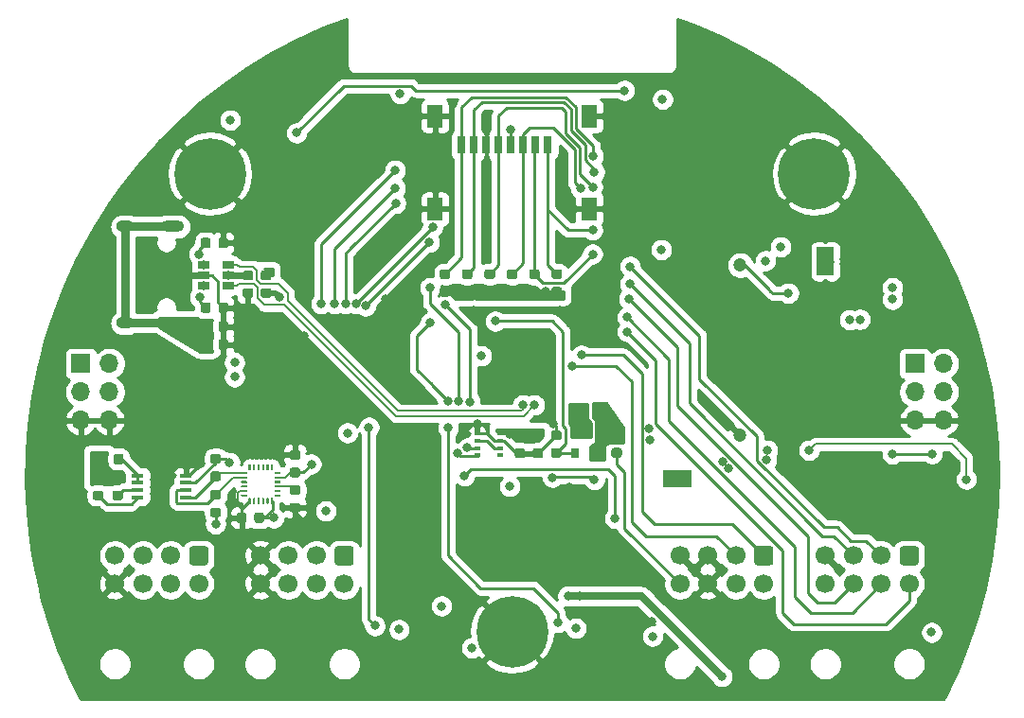
<source format=gbr>
%TF.GenerationSoftware,KiCad,Pcbnew,(5.1.10)-1*%
%TF.CreationDate,2021-07-09T14:19:08-04:00*%
%TF.ProjectId,ControlBoard,436f6e74-726f-46c4-926f-6172642e6b69,rev?*%
%TF.SameCoordinates,Original*%
%TF.FileFunction,Copper,L4,Bot*%
%TF.FilePolarity,Positive*%
%FSLAX46Y46*%
G04 Gerber Fmt 4.6, Leading zero omitted, Abs format (unit mm)*
G04 Created by KiCad (PCBNEW (5.1.10)-1) date 2021-07-09 14:19:08*
%MOMM*%
%LPD*%
G01*
G04 APERTURE LIST*
%TA.AperFunction,ComponentPad*%
%ADD10C,0.800000*%
%TD*%
%TA.AperFunction,ComponentPad*%
%ADD11C,6.400000*%
%TD*%
%TA.AperFunction,ComponentPad*%
%ADD12R,1.700000X1.700000*%
%TD*%
%TA.AperFunction,ComponentPad*%
%ADD13O,1.700000X1.700000*%
%TD*%
%TA.AperFunction,ComponentPad*%
%ADD14C,1.200000*%
%TD*%
%TA.AperFunction,ComponentPad*%
%ADD15C,1.700000*%
%TD*%
%TA.AperFunction,ComponentPad*%
%ADD16O,1.600000X1.000000*%
%TD*%
%TA.AperFunction,ComponentPad*%
%ADD17O,2.100000X1.000000*%
%TD*%
%TA.AperFunction,SMDPad,CuDef*%
%ADD18R,1.450000X2.000000*%
%TD*%
%TA.AperFunction,SMDPad,CuDef*%
%ADD19R,0.800000X1.500000*%
%TD*%
%TA.AperFunction,SMDPad,CuDef*%
%ADD20R,0.800000X0.900000*%
%TD*%
%TA.AperFunction,ComponentPad*%
%ADD21C,0.500000*%
%TD*%
%TA.AperFunction,SMDPad,CuDef*%
%ADD22R,1.500000X2.500000*%
%TD*%
%TA.AperFunction,SMDPad,CuDef*%
%ADD23R,2.500000X1.500000*%
%TD*%
%TA.AperFunction,SMDPad,CuDef*%
%ADD24R,0.500000X0.350000*%
%TD*%
%TA.AperFunction,SMDPad,CuDef*%
%ADD25R,1.100000X0.400000*%
%TD*%
%TA.AperFunction,SMDPad,CuDef*%
%ADD26R,1.060000X0.650000*%
%TD*%
%TA.AperFunction,ViaPad*%
%ADD27C,0.800000*%
%TD*%
%TA.AperFunction,Conductor*%
%ADD28C,0.250000*%
%TD*%
%TA.AperFunction,Conductor*%
%ADD29C,0.150000*%
%TD*%
%TA.AperFunction,Conductor*%
%ADD30C,0.600000*%
%TD*%
%TA.AperFunction,Conductor*%
%ADD31C,0.700000*%
%TD*%
%TA.AperFunction,Conductor*%
%ADD32C,0.200000*%
%TD*%
%TA.AperFunction,Conductor*%
%ADD33C,0.500000*%
%TD*%
%TA.AperFunction,Conductor*%
%ADD34C,0.750000*%
%TD*%
%TA.AperFunction,Conductor*%
%ADD35C,0.254000*%
%TD*%
%TA.AperFunction,Conductor*%
%ADD36C,0.100000*%
%TD*%
G04 APERTURE END LIST*
D10*
%TO.P,H1,1*%
%TO.N,GND*%
X124697056Y-71302944D03*
X123000000Y-70600000D03*
X121302944Y-71302944D03*
X120600000Y-73000000D03*
X121302944Y-74697056D03*
X123000000Y-75400000D03*
X124697056Y-74697056D03*
X125400000Y-73000000D03*
D11*
X123000000Y-73000000D03*
%TD*%
%TO.P,H2,1*%
%TO.N,GND*%
X177000000Y-73000000D03*
D10*
X179400000Y-73000000D03*
X178697056Y-74697056D03*
X177000000Y-75400000D03*
X175302944Y-74697056D03*
X174600000Y-73000000D03*
X175302944Y-71302944D03*
X177000000Y-70600000D03*
X178697056Y-71302944D03*
%TD*%
D11*
%TO.P,H3,1*%
%TO.N,GND*%
X150000000Y-114000000D03*
D10*
X152400000Y-114000000D03*
X151697056Y-115697056D03*
X150000000Y-116400000D03*
X148302944Y-115697056D03*
X147600000Y-114000000D03*
X148302944Y-112302944D03*
X150000000Y-111600000D03*
X151697056Y-112302944D03*
%TD*%
D12*
%TO.P,J2,1*%
%TO.N,+BATT*%
X186000000Y-90000000D03*
D13*
%TO.P,J2,2*%
%TO.N,+5_BATT*%
X188540000Y-90000000D03*
%TO.P,J2,3*%
%TO.N,+12V*%
X186000000Y-92540000D03*
%TO.P,J2,4*%
%TO.N,+3V3*%
X188540000Y-92540000D03*
%TO.P,J2,5*%
%TO.N,GND*%
X186000000Y-95080000D03*
%TO.P,J2,6*%
X188540000Y-95080000D03*
%TD*%
%TO.P,J7,6*%
%TO.N,GND*%
X114000000Y-95080000D03*
%TO.P,J7,5*%
X111460000Y-95080000D03*
%TO.P,J7,4*%
%TO.N,/SENSOR_EXTRA2*%
X114000000Y-92540000D03*
%TO.P,J7,3*%
%TO.N,/SENSOR_SCL*%
X111460000Y-92540000D03*
%TO.P,J7,2*%
%TO.N,/SENSOR_EXTRA1*%
X114000000Y-90000000D03*
D12*
%TO.P,J7,1*%
%TO.N,/SENSOR_SDA*%
X111460000Y-90000000D03*
%TD*%
D14*
%TO.P,BT1,1*%
%TO.N,Net-(BT1-Pad1)*%
X170400000Y-81200000D03*
%TO.P,BT1,2*%
%TO.N,GND*%
X170400000Y-96400000D03*
%TD*%
%TO.P,C8,1*%
%TO.N,+1V8*%
%TA.AperFunction,SMDPad,CuDef*%
G36*
G01*
X127837500Y-103543750D02*
X127837500Y-104056250D01*
G75*
G02*
X127618750Y-104275000I-218750J0D01*
G01*
X127181250Y-104275000D01*
G75*
G02*
X126962500Y-104056250I0J218750D01*
G01*
X126962500Y-103543750D01*
G75*
G02*
X127181250Y-103325000I218750J0D01*
G01*
X127618750Y-103325000D01*
G75*
G02*
X127837500Y-103543750I0J-218750D01*
G01*
G37*
%TD.AperFunction*%
%TO.P,C8,2*%
%TO.N,GND*%
%TA.AperFunction,SMDPad,CuDef*%
G36*
G01*
X126262500Y-103543750D02*
X126262500Y-104056250D01*
G75*
G02*
X126043750Y-104275000I-218750J0D01*
G01*
X125606250Y-104275000D01*
G75*
G02*
X125387500Y-104056250I0J218750D01*
G01*
X125387500Y-103543750D01*
G75*
G02*
X125606250Y-103325000I218750J0D01*
G01*
X126043750Y-103325000D01*
G75*
G02*
X126262500Y-103543750I0J-218750D01*
G01*
G37*
%TD.AperFunction*%
%TD*%
%TO.P,C9,2*%
%TO.N,GND*%
%TA.AperFunction,SMDPad,CuDef*%
G36*
G01*
X130856250Y-98612500D02*
X130343750Y-98612500D01*
G75*
G02*
X130125000Y-98393750I0J218750D01*
G01*
X130125000Y-97956250D01*
G75*
G02*
X130343750Y-97737500I218750J0D01*
G01*
X130856250Y-97737500D01*
G75*
G02*
X131075000Y-97956250I0J-218750D01*
G01*
X131075000Y-98393750D01*
G75*
G02*
X130856250Y-98612500I-218750J0D01*
G01*
G37*
%TD.AperFunction*%
%TO.P,C9,1*%
%TO.N,+1V8*%
%TA.AperFunction,SMDPad,CuDef*%
G36*
G01*
X130856250Y-100187500D02*
X130343750Y-100187500D01*
G75*
G02*
X130125000Y-99968750I0J218750D01*
G01*
X130125000Y-99531250D01*
G75*
G02*
X130343750Y-99312500I218750J0D01*
G01*
X130856250Y-99312500D01*
G75*
G02*
X131075000Y-99531250I0J-218750D01*
G01*
X131075000Y-99968750D01*
G75*
G02*
X130856250Y-100187500I-218750J0D01*
G01*
G37*
%TD.AperFunction*%
%TD*%
%TO.P,C13,2*%
%TO.N,GND*%
%TA.AperFunction,SMDPad,CuDef*%
G36*
G01*
X130343750Y-102462500D02*
X130856250Y-102462500D01*
G75*
G02*
X131075000Y-102681250I0J-218750D01*
G01*
X131075000Y-103118750D01*
G75*
G02*
X130856250Y-103337500I-218750J0D01*
G01*
X130343750Y-103337500D01*
G75*
G02*
X130125000Y-103118750I0J218750D01*
G01*
X130125000Y-102681250D01*
G75*
G02*
X130343750Y-102462500I218750J0D01*
G01*
G37*
%TD.AperFunction*%
%TO.P,C13,1*%
%TO.N,Net-(C13-Pad1)*%
%TA.AperFunction,SMDPad,CuDef*%
G36*
G01*
X130343750Y-100887500D02*
X130856250Y-100887500D01*
G75*
G02*
X131075000Y-101106250I0J-218750D01*
G01*
X131075000Y-101543750D01*
G75*
G02*
X130856250Y-101762500I-218750J0D01*
G01*
X130343750Y-101762500D01*
G75*
G02*
X130125000Y-101543750I0J218750D01*
G01*
X130125000Y-101106250D01*
G75*
G02*
X130343750Y-100887500I218750J0D01*
G01*
G37*
%TD.AperFunction*%
%TD*%
%TO.P,C21,2*%
%TO.N,GND*%
%TA.AperFunction,SMDPad,CuDef*%
G36*
G01*
X152043750Y-97587500D02*
X152556250Y-97587500D01*
G75*
G02*
X152775000Y-97806250I0J-218750D01*
G01*
X152775000Y-98243750D01*
G75*
G02*
X152556250Y-98462500I-218750J0D01*
G01*
X152043750Y-98462500D01*
G75*
G02*
X151825000Y-98243750I0J218750D01*
G01*
X151825000Y-97806250D01*
G75*
G02*
X152043750Y-97587500I218750J0D01*
G01*
G37*
%TD.AperFunction*%
%TO.P,C21,1*%
%TO.N,+3V3*%
%TA.AperFunction,SMDPad,CuDef*%
G36*
G01*
X152043750Y-96012500D02*
X152556250Y-96012500D01*
G75*
G02*
X152775000Y-96231250I0J-218750D01*
G01*
X152775000Y-96668750D01*
G75*
G02*
X152556250Y-96887500I-218750J0D01*
G01*
X152043750Y-96887500D01*
G75*
G02*
X151825000Y-96668750I0J218750D01*
G01*
X151825000Y-96231250D01*
G75*
G02*
X152043750Y-96012500I218750J0D01*
G01*
G37*
%TD.AperFunction*%
%TD*%
%TO.P,C23,2*%
%TO.N,GND*%
%TA.AperFunction,SMDPad,CuDef*%
G36*
G01*
X150443750Y-97587500D02*
X150956250Y-97587500D01*
G75*
G02*
X151175000Y-97806250I0J-218750D01*
G01*
X151175000Y-98243750D01*
G75*
G02*
X150956250Y-98462500I-218750J0D01*
G01*
X150443750Y-98462500D01*
G75*
G02*
X150225000Y-98243750I0J218750D01*
G01*
X150225000Y-97806250D01*
G75*
G02*
X150443750Y-97587500I218750J0D01*
G01*
G37*
%TD.AperFunction*%
%TO.P,C23,1*%
%TO.N,+3V3*%
%TA.AperFunction,SMDPad,CuDef*%
G36*
G01*
X150443750Y-96012500D02*
X150956250Y-96012500D01*
G75*
G02*
X151175000Y-96231250I0J-218750D01*
G01*
X151175000Y-96668750D01*
G75*
G02*
X150956250Y-96887500I-218750J0D01*
G01*
X150443750Y-96887500D01*
G75*
G02*
X150225000Y-96668750I0J218750D01*
G01*
X150225000Y-96231250D01*
G75*
G02*
X150443750Y-96012500I218750J0D01*
G01*
G37*
%TD.AperFunction*%
%TD*%
%TO.P,C42,2*%
%TO.N,Net-(C42-Pad2)*%
%TA.AperFunction,SMDPad,CuDef*%
G36*
G01*
X123050000Y-86443750D02*
X123050000Y-86956250D01*
G75*
G02*
X122831250Y-87175000I-218750J0D01*
G01*
X122393750Y-87175000D01*
G75*
G02*
X122175000Y-86956250I0J218750D01*
G01*
X122175000Y-86443750D01*
G75*
G02*
X122393750Y-86225000I218750J0D01*
G01*
X122831250Y-86225000D01*
G75*
G02*
X123050000Y-86443750I0J-218750D01*
G01*
G37*
%TD.AperFunction*%
%TO.P,C42,1*%
%TO.N,GND*%
%TA.AperFunction,SMDPad,CuDef*%
G36*
G01*
X124625000Y-86443750D02*
X124625000Y-86956250D01*
G75*
G02*
X124406250Y-87175000I-218750J0D01*
G01*
X123968750Y-87175000D01*
G75*
G02*
X123750000Y-86956250I0J218750D01*
G01*
X123750000Y-86443750D01*
G75*
G02*
X123968750Y-86225000I218750J0D01*
G01*
X124406250Y-86225000D01*
G75*
G02*
X124625000Y-86443750I0J-218750D01*
G01*
G37*
%TD.AperFunction*%
%TD*%
%TO.P,C44,1*%
%TO.N,Net-(C44-Pad1)*%
%TA.AperFunction,SMDPad,CuDef*%
G36*
G01*
X126143750Y-81675000D02*
X126656250Y-81675000D01*
G75*
G02*
X126875000Y-81893750I0J-218750D01*
G01*
X126875000Y-82331250D01*
G75*
G02*
X126656250Y-82550000I-218750J0D01*
G01*
X126143750Y-82550000D01*
G75*
G02*
X125925000Y-82331250I0J218750D01*
G01*
X125925000Y-81893750D01*
G75*
G02*
X126143750Y-81675000I218750J0D01*
G01*
G37*
%TD.AperFunction*%
%TO.P,C44,2*%
%TO.N,GND*%
%TA.AperFunction,SMDPad,CuDef*%
G36*
G01*
X126143750Y-83250000D02*
X126656250Y-83250000D01*
G75*
G02*
X126875000Y-83468750I0J-218750D01*
G01*
X126875000Y-83906250D01*
G75*
G02*
X126656250Y-84125000I-218750J0D01*
G01*
X126143750Y-84125000D01*
G75*
G02*
X125925000Y-83906250I0J218750D01*
G01*
X125925000Y-83468750D01*
G75*
G02*
X126143750Y-83250000I218750J0D01*
G01*
G37*
%TD.AperFunction*%
%TD*%
%TO.P,FB1,2*%
%TO.N,Net-(C42-Pad2)*%
%TA.AperFunction,SMDPad,CuDef*%
G36*
G01*
X123050000Y-88043750D02*
X123050000Y-88556250D01*
G75*
G02*
X122831250Y-88775000I-218750J0D01*
G01*
X122393750Y-88775000D01*
G75*
G02*
X122175000Y-88556250I0J218750D01*
G01*
X122175000Y-88043750D01*
G75*
G02*
X122393750Y-87825000I218750J0D01*
G01*
X122831250Y-87825000D01*
G75*
G02*
X123050000Y-88043750I0J-218750D01*
G01*
G37*
%TD.AperFunction*%
%TO.P,FB1,1*%
%TO.N,GND*%
%TA.AperFunction,SMDPad,CuDef*%
G36*
G01*
X124625000Y-88043750D02*
X124625000Y-88556250D01*
G75*
G02*
X124406250Y-88775000I-218750J0D01*
G01*
X123968750Y-88775000D01*
G75*
G02*
X123750000Y-88556250I0J218750D01*
G01*
X123750000Y-88043750D01*
G75*
G02*
X123968750Y-87825000I218750J0D01*
G01*
X124406250Y-87825000D01*
G75*
G02*
X124625000Y-88043750I0J-218750D01*
G01*
G37*
%TD.AperFunction*%
%TD*%
%TO.P,FB2,1*%
%TO.N,VBUS*%
%TA.AperFunction,SMDPad,CuDef*%
G36*
G01*
X128256250Y-84125000D02*
X127743750Y-84125000D01*
G75*
G02*
X127525000Y-83906250I0J218750D01*
G01*
X127525000Y-83468750D01*
G75*
G02*
X127743750Y-83250000I218750J0D01*
G01*
X128256250Y-83250000D01*
G75*
G02*
X128475000Y-83468750I0J-218750D01*
G01*
X128475000Y-83906250D01*
G75*
G02*
X128256250Y-84125000I-218750J0D01*
G01*
G37*
%TD.AperFunction*%
%TO.P,FB2,2*%
%TO.N,Net-(C44-Pad1)*%
%TA.AperFunction,SMDPad,CuDef*%
G36*
G01*
X128256250Y-82550000D02*
X127743750Y-82550000D01*
G75*
G02*
X127525000Y-82331250I0J218750D01*
G01*
X127525000Y-81893750D01*
G75*
G02*
X127743750Y-81675000I218750J0D01*
G01*
X128256250Y-81675000D01*
G75*
G02*
X128475000Y-81893750I0J-218750D01*
G01*
X128475000Y-82331250D01*
G75*
G02*
X128256250Y-82550000I-218750J0D01*
G01*
G37*
%TD.AperFunction*%
%TD*%
%TO.P,J3,1*%
%TO.N,+5_BATT*%
%TA.AperFunction,ComponentPad*%
G36*
G01*
X134400000Y-106350000D02*
X135600000Y-106350000D01*
G75*
G02*
X135850000Y-106600000I0J-250000D01*
G01*
X135850000Y-107800000D01*
G75*
G02*
X135600000Y-108050000I-250000J0D01*
G01*
X134400000Y-108050000D01*
G75*
G02*
X134150000Y-107800000I0J250000D01*
G01*
X134150000Y-106600000D01*
G75*
G02*
X134400000Y-106350000I250000J0D01*
G01*
G37*
%TD.AperFunction*%
D15*
%TO.P,J3,2*%
%TO.N,/CTD_RX*%
X132500000Y-107200000D03*
%TO.P,J3,3*%
%TO.N,/CTD_TX*%
X130000000Y-107200000D03*
%TO.P,J3,4*%
%TO.N,GND*%
X127500000Y-107200000D03*
%TO.P,J3,5*%
%TO.N,/BEACON+*%
X135000000Y-109700000D03*
%TO.P,J3,6*%
%TO.N,Net-(J3-Pad6)*%
X132500000Y-109700000D03*
%TO.P,J3,7*%
%TO.N,Net-(J3-Pad7)*%
X130000000Y-109700000D03*
%TO.P,J3,8*%
%TO.N,GND*%
X127500000Y-109700000D03*
%TD*%
%TO.P,J4,1*%
%TO.N,Net-(J4-Pad1)*%
%TA.AperFunction,ComponentPad*%
G36*
G01*
X121400000Y-106350000D02*
X122600000Y-106350000D01*
G75*
G02*
X122850000Y-106600000I0J-250000D01*
G01*
X122850000Y-107800000D01*
G75*
G02*
X122600000Y-108050000I-250000J0D01*
G01*
X121400000Y-108050000D01*
G75*
G02*
X121150000Y-107800000I0J250000D01*
G01*
X121150000Y-106600000D01*
G75*
G02*
X121400000Y-106350000I250000J0D01*
G01*
G37*
%TD.AperFunction*%
%TO.P,J4,2*%
%TO.N,/MODEM_RX*%
X119500000Y-107200000D03*
%TO.P,J4,3*%
%TO.N,/MODEM_TX*%
X117000000Y-107200000D03*
%TO.P,J4,4*%
%TO.N,/MODEM_READY*%
X114500000Y-107200000D03*
%TO.P,J4,5*%
%TO.N,+BATT*%
X122000000Y-109700000D03*
%TO.P,J4,6*%
%TO.N,Net-(J4-Pad6)*%
X119500000Y-109700000D03*
%TO.P,J4,7*%
%TO.N,Net-(J4-Pad7)*%
X117000000Y-109700000D03*
%TO.P,J4,8*%
%TO.N,GND*%
X114500000Y-109700000D03*
%TD*%
%TO.P,J5,8*%
%TO.N,/LEAK+*%
X165000000Y-109700000D03*
%TO.P,J5,7*%
%TO.N,GND*%
X167500000Y-109700000D03*
%TO.P,J5,6*%
%TO.N,Net-(J5-Pad6)*%
X170000000Y-109700000D03*
%TO.P,J5,5*%
%TO.N,Net-(J5-Pad5)*%
X172500000Y-109700000D03*
%TO.P,J5,4*%
%TO.N,GND*%
X165000000Y-107200000D03*
%TO.P,J5,3*%
X167500000Y-107200000D03*
%TO.P,J5,2*%
%TO.N,/RSENSE+*%
X170000000Y-107200000D03*
%TO.P,J5,1*%
%TO.N,/RREF+*%
%TA.AperFunction,ComponentPad*%
G36*
G01*
X171900000Y-106350000D02*
X173100000Y-106350000D01*
G75*
G02*
X173350000Y-106600000I0J-250000D01*
G01*
X173350000Y-107800000D01*
G75*
G02*
X173100000Y-108050000I-250000J0D01*
G01*
X171900000Y-108050000D01*
G75*
G02*
X171650000Y-107800000I0J250000D01*
G01*
X171650000Y-106600000D01*
G75*
G02*
X171900000Y-106350000I250000J0D01*
G01*
G37*
%TD.AperFunction*%
%TD*%
%TO.P,J6,8*%
%TO.N,/SOL_OUT*%
X178000000Y-109700000D03*
%TO.P,J6,7*%
%TO.N,/MOTOR_EN*%
X180500000Y-109700000D03*
%TO.P,J6,6*%
%TO.N,/MOTOR_DIR*%
X183000000Y-109700000D03*
%TO.P,J6,5*%
%TO.N,/MOTOR_SPEED*%
X185500000Y-109700000D03*
%TO.P,J6,4*%
%TO.N,GND*%
X178000000Y-107200000D03*
%TO.P,J6,3*%
%TO.N,/BATT_SDA*%
X180500000Y-107200000D03*
%TO.P,J6,2*%
%TO.N,/BATT_SCL*%
X183000000Y-107200000D03*
%TO.P,J6,1*%
%TO.N,+BATT*%
%TA.AperFunction,ComponentPad*%
G36*
G01*
X184900000Y-106350000D02*
X186100000Y-106350000D01*
G75*
G02*
X186350000Y-106600000I0J-250000D01*
G01*
X186350000Y-107800000D01*
G75*
G02*
X186100000Y-108050000I-250000J0D01*
G01*
X184900000Y-108050000D01*
G75*
G02*
X184650000Y-107800000I0J250000D01*
G01*
X184650000Y-106600000D01*
G75*
G02*
X184900000Y-106350000I250000J0D01*
G01*
G37*
%TD.AperFunction*%
%TD*%
D16*
%TO.P,J8,S1*%
%TO.N,Net-(C42-Pad2)*%
X115450000Y-86370000D03*
X115450000Y-77730000D03*
D17*
X119630000Y-77730000D03*
X119630000Y-86370000D03*
%TD*%
D18*
%TO.P,J9,9*%
%TO.N,GND*%
X143125000Y-67850000D03*
X156875000Y-67850000D03*
X156875000Y-76150000D03*
X143125000Y-76150000D03*
D19*
%TO.P,J9,8*%
%TO.N,/SD_DATA1*%
X145500000Y-70450000D03*
%TO.P,J9,7*%
%TO.N,/SD_DATA0*%
X146600000Y-70450000D03*
%TO.P,J9,6*%
%TO.N,GND*%
X147700000Y-70450000D03*
%TO.P,J9,5*%
%TO.N,/SD_CLK*%
X148800000Y-70450000D03*
%TO.P,J9,4*%
%TO.N,+3.3BCKP*%
X149900000Y-70450000D03*
%TO.P,J9,3*%
%TO.N,/SD_CMD*%
X151000000Y-70450000D03*
%TO.P,J9,2*%
%TO.N,/SD_CD*%
X152100000Y-70450000D03*
%TO.P,J9,1*%
%TO.N,/SD_DATA2*%
X153200000Y-70450000D03*
%TD*%
D20*
%TO.P,Q2,3*%
%TO.N,+3V3*%
X156550000Y-96000000D03*
%TO.P,Q2,2*%
%TO.N,/LEAK_DET*%
X155600000Y-98000000D03*
%TO.P,Q2,1*%
%TO.N,Net-(Q2-Pad1)*%
X157500000Y-98000000D03*
%TD*%
%TO.P,R12,1*%
%TO.N,/IMU_SDA_1V8*%
%TA.AperFunction,SMDPad,CuDef*%
G36*
G01*
X123756250Y-100537500D02*
X123243750Y-100537500D01*
G75*
G02*
X123025000Y-100318750I0J218750D01*
G01*
X123025000Y-99881250D01*
G75*
G02*
X123243750Y-99662500I218750J0D01*
G01*
X123756250Y-99662500D01*
G75*
G02*
X123975000Y-99881250I0J-218750D01*
G01*
X123975000Y-100318750D01*
G75*
G02*
X123756250Y-100537500I-218750J0D01*
G01*
G37*
%TD.AperFunction*%
%TO.P,R12,2*%
%TO.N,+1V8*%
%TA.AperFunction,SMDPad,CuDef*%
G36*
G01*
X123756250Y-98962500D02*
X123243750Y-98962500D01*
G75*
G02*
X123025000Y-98743750I0J218750D01*
G01*
X123025000Y-98306250D01*
G75*
G02*
X123243750Y-98087500I218750J0D01*
G01*
X123756250Y-98087500D01*
G75*
G02*
X123975000Y-98306250I0J-218750D01*
G01*
X123975000Y-98743750D01*
G75*
G02*
X123756250Y-98962500I-218750J0D01*
G01*
G37*
%TD.AperFunction*%
%TD*%
%TO.P,R13,1*%
%TO.N,/IMU_SCL_1V8*%
%TA.AperFunction,SMDPad,CuDef*%
G36*
G01*
X123243750Y-101312500D02*
X123756250Y-101312500D01*
G75*
G02*
X123975000Y-101531250I0J-218750D01*
G01*
X123975000Y-101968750D01*
G75*
G02*
X123756250Y-102187500I-218750J0D01*
G01*
X123243750Y-102187500D01*
G75*
G02*
X123025000Y-101968750I0J218750D01*
G01*
X123025000Y-101531250D01*
G75*
G02*
X123243750Y-101312500I218750J0D01*
G01*
G37*
%TD.AperFunction*%
%TO.P,R13,2*%
%TO.N,+1V8*%
%TA.AperFunction,SMDPad,CuDef*%
G36*
G01*
X123243750Y-102887500D02*
X123756250Y-102887500D01*
G75*
G02*
X123975000Y-103106250I0J-218750D01*
G01*
X123975000Y-103543750D01*
G75*
G02*
X123756250Y-103762500I-218750J0D01*
G01*
X123243750Y-103762500D01*
G75*
G02*
X123025000Y-103543750I0J218750D01*
G01*
X123025000Y-103106250D01*
G75*
G02*
X123243750Y-102887500I218750J0D01*
G01*
G37*
%TD.AperFunction*%
%TD*%
%TO.P,R14,1*%
%TO.N,Net-(R14-Pad1)*%
%TA.AperFunction,SMDPad,CuDef*%
G36*
G01*
X115262500Y-98293750D02*
X115262500Y-98806250D01*
G75*
G02*
X115043750Y-99025000I-218750J0D01*
G01*
X114606250Y-99025000D01*
G75*
G02*
X114387500Y-98806250I0J218750D01*
G01*
X114387500Y-98293750D01*
G75*
G02*
X114606250Y-98075000I218750J0D01*
G01*
X115043750Y-98075000D01*
G75*
G02*
X115262500Y-98293750I0J-218750D01*
G01*
G37*
%TD.AperFunction*%
%TO.P,R14,2*%
%TO.N,+3V3*%
%TA.AperFunction,SMDPad,CuDef*%
G36*
G01*
X113687500Y-98293750D02*
X113687500Y-98806250D01*
G75*
G02*
X113468750Y-99025000I-218750J0D01*
G01*
X113031250Y-99025000D01*
G75*
G02*
X112812500Y-98806250I0J218750D01*
G01*
X112812500Y-98293750D01*
G75*
G02*
X113031250Y-98075000I218750J0D01*
G01*
X113468750Y-98075000D01*
G75*
G02*
X113687500Y-98293750I0J-218750D01*
G01*
G37*
%TD.AperFunction*%
%TD*%
%TO.P,R15,1*%
%TO.N,+3V3*%
%TA.AperFunction,SMDPad,CuDef*%
G36*
G01*
X114493750Y-99787500D02*
X115006250Y-99787500D01*
G75*
G02*
X115225000Y-100006250I0J-218750D01*
G01*
X115225000Y-100443750D01*
G75*
G02*
X115006250Y-100662500I-218750J0D01*
G01*
X114493750Y-100662500D01*
G75*
G02*
X114275000Y-100443750I0J218750D01*
G01*
X114275000Y-100006250D01*
G75*
G02*
X114493750Y-99787500I218750J0D01*
G01*
G37*
%TD.AperFunction*%
%TO.P,R15,2*%
%TO.N,/IMU_SCL_3V3*%
%TA.AperFunction,SMDPad,CuDef*%
G36*
G01*
X114493750Y-101362500D02*
X115006250Y-101362500D01*
G75*
G02*
X115225000Y-101581250I0J-218750D01*
G01*
X115225000Y-102018750D01*
G75*
G02*
X115006250Y-102237500I-218750J0D01*
G01*
X114493750Y-102237500D01*
G75*
G02*
X114275000Y-102018750I0J218750D01*
G01*
X114275000Y-101581250D01*
G75*
G02*
X114493750Y-101362500I218750J0D01*
G01*
G37*
%TD.AperFunction*%
%TD*%
%TO.P,R16,2*%
%TO.N,/IMU_SDA_3V3*%
%TA.AperFunction,SMDPad,CuDef*%
G36*
G01*
X112743750Y-101362500D02*
X113256250Y-101362500D01*
G75*
G02*
X113475000Y-101581250I0J-218750D01*
G01*
X113475000Y-102018750D01*
G75*
G02*
X113256250Y-102237500I-218750J0D01*
G01*
X112743750Y-102237500D01*
G75*
G02*
X112525000Y-102018750I0J218750D01*
G01*
X112525000Y-101581250D01*
G75*
G02*
X112743750Y-101362500I218750J0D01*
G01*
G37*
%TD.AperFunction*%
%TO.P,R16,1*%
%TO.N,+3V3*%
%TA.AperFunction,SMDPad,CuDef*%
G36*
G01*
X112743750Y-99787500D02*
X113256250Y-99787500D01*
G75*
G02*
X113475000Y-100006250I0J-218750D01*
G01*
X113475000Y-100443750D01*
G75*
G02*
X113256250Y-100662500I-218750J0D01*
G01*
X112743750Y-100662500D01*
G75*
G02*
X112525000Y-100443750I0J218750D01*
G01*
X112525000Y-100006250D01*
G75*
G02*
X112743750Y-99787500I218750J0D01*
G01*
G37*
%TD.AperFunction*%
%TD*%
%TO.P,R19,1*%
%TO.N,+3.3BCKP*%
%TA.AperFunction,SMDPad,CuDef*%
G36*
G01*
X144256250Y-84012500D02*
X143743750Y-84012500D01*
G75*
G02*
X143525000Y-83793750I0J218750D01*
G01*
X143525000Y-83356250D01*
G75*
G02*
X143743750Y-83137500I218750J0D01*
G01*
X144256250Y-83137500D01*
G75*
G02*
X144475000Y-83356250I0J-218750D01*
G01*
X144475000Y-83793750D01*
G75*
G02*
X144256250Y-84012500I-218750J0D01*
G01*
G37*
%TD.AperFunction*%
%TO.P,R19,2*%
%TO.N,/SD_DATA1*%
%TA.AperFunction,SMDPad,CuDef*%
G36*
G01*
X144256250Y-82437500D02*
X143743750Y-82437500D01*
G75*
G02*
X143525000Y-82218750I0J218750D01*
G01*
X143525000Y-81781250D01*
G75*
G02*
X143743750Y-81562500I218750J0D01*
G01*
X144256250Y-81562500D01*
G75*
G02*
X144475000Y-81781250I0J-218750D01*
G01*
X144475000Y-82218750D01*
G75*
G02*
X144256250Y-82437500I-218750J0D01*
G01*
G37*
%TD.AperFunction*%
%TD*%
%TO.P,R20,1*%
%TO.N,+3.3BCKP*%
%TA.AperFunction,SMDPad,CuDef*%
G36*
G01*
X146256250Y-84012500D02*
X145743750Y-84012500D01*
G75*
G02*
X145525000Y-83793750I0J218750D01*
G01*
X145525000Y-83356250D01*
G75*
G02*
X145743750Y-83137500I218750J0D01*
G01*
X146256250Y-83137500D01*
G75*
G02*
X146475000Y-83356250I0J-218750D01*
G01*
X146475000Y-83793750D01*
G75*
G02*
X146256250Y-84012500I-218750J0D01*
G01*
G37*
%TD.AperFunction*%
%TO.P,R20,2*%
%TO.N,/SD_DATA0*%
%TA.AperFunction,SMDPad,CuDef*%
G36*
G01*
X146256250Y-82437500D02*
X145743750Y-82437500D01*
G75*
G02*
X145525000Y-82218750I0J218750D01*
G01*
X145525000Y-81781250D01*
G75*
G02*
X145743750Y-81562500I218750J0D01*
G01*
X146256250Y-81562500D01*
G75*
G02*
X146475000Y-81781250I0J-218750D01*
G01*
X146475000Y-82218750D01*
G75*
G02*
X146256250Y-82437500I-218750J0D01*
G01*
G37*
%TD.AperFunction*%
%TD*%
%TO.P,R23,2*%
%TO.N,/SD_CLK*%
%TA.AperFunction,SMDPad,CuDef*%
G36*
G01*
X148256250Y-82437500D02*
X147743750Y-82437500D01*
G75*
G02*
X147525000Y-82218750I0J218750D01*
G01*
X147525000Y-81781250D01*
G75*
G02*
X147743750Y-81562500I218750J0D01*
G01*
X148256250Y-81562500D01*
G75*
G02*
X148475000Y-81781250I0J-218750D01*
G01*
X148475000Y-82218750D01*
G75*
G02*
X148256250Y-82437500I-218750J0D01*
G01*
G37*
%TD.AperFunction*%
%TO.P,R23,1*%
%TO.N,+3.3BCKP*%
%TA.AperFunction,SMDPad,CuDef*%
G36*
G01*
X148256250Y-84012500D02*
X147743750Y-84012500D01*
G75*
G02*
X147525000Y-83793750I0J218750D01*
G01*
X147525000Y-83356250D01*
G75*
G02*
X147743750Y-83137500I218750J0D01*
G01*
X148256250Y-83137500D01*
G75*
G02*
X148475000Y-83356250I0J-218750D01*
G01*
X148475000Y-83793750D01*
G75*
G02*
X148256250Y-84012500I-218750J0D01*
G01*
G37*
%TD.AperFunction*%
%TD*%
%TO.P,R24,2*%
%TO.N,GND*%
%TA.AperFunction,SMDPad,CuDef*%
G36*
G01*
X123750000Y-79456250D02*
X123750000Y-78943750D01*
G75*
G02*
X123968750Y-78725000I218750J0D01*
G01*
X124406250Y-78725000D01*
G75*
G02*
X124625000Y-78943750I0J-218750D01*
G01*
X124625000Y-79456250D01*
G75*
G02*
X124406250Y-79675000I-218750J0D01*
G01*
X123968750Y-79675000D01*
G75*
G02*
X123750000Y-79456250I0J218750D01*
G01*
G37*
%TD.AperFunction*%
%TO.P,R24,1*%
%TO.N,Net-(J8-PadA5)*%
%TA.AperFunction,SMDPad,CuDef*%
G36*
G01*
X122175000Y-79456250D02*
X122175000Y-78943750D01*
G75*
G02*
X122393750Y-78725000I218750J0D01*
G01*
X122831250Y-78725000D01*
G75*
G02*
X123050000Y-78943750I0J-218750D01*
G01*
X123050000Y-79456250D01*
G75*
G02*
X122831250Y-79675000I-218750J0D01*
G01*
X122393750Y-79675000D01*
G75*
G02*
X122175000Y-79456250I0J218750D01*
G01*
G37*
%TD.AperFunction*%
%TD*%
%TO.P,R25,1*%
%TO.N,GND*%
%TA.AperFunction,SMDPad,CuDef*%
G36*
G01*
X124625000Y-84743750D02*
X124625000Y-85256250D01*
G75*
G02*
X124406250Y-85475000I-218750J0D01*
G01*
X123968750Y-85475000D01*
G75*
G02*
X123750000Y-85256250I0J218750D01*
G01*
X123750000Y-84743750D01*
G75*
G02*
X123968750Y-84525000I218750J0D01*
G01*
X124406250Y-84525000D01*
G75*
G02*
X124625000Y-84743750I0J-218750D01*
G01*
G37*
%TD.AperFunction*%
%TO.P,R25,2*%
%TO.N,Net-(J8-PadB5)*%
%TA.AperFunction,SMDPad,CuDef*%
G36*
G01*
X123050000Y-84743750D02*
X123050000Y-85256250D01*
G75*
G02*
X122831250Y-85475000I-218750J0D01*
G01*
X122393750Y-85475000D01*
G75*
G02*
X122175000Y-85256250I0J218750D01*
G01*
X122175000Y-84743750D01*
G75*
G02*
X122393750Y-84525000I218750J0D01*
G01*
X122831250Y-84525000D01*
G75*
G02*
X123050000Y-84743750I0J-218750D01*
G01*
G37*
%TD.AperFunction*%
%TD*%
%TO.P,R26,1*%
%TO.N,+3.3BCKP*%
%TA.AperFunction,SMDPad,CuDef*%
G36*
G01*
X150256250Y-84012500D02*
X149743750Y-84012500D01*
G75*
G02*
X149525000Y-83793750I0J218750D01*
G01*
X149525000Y-83356250D01*
G75*
G02*
X149743750Y-83137500I218750J0D01*
G01*
X150256250Y-83137500D01*
G75*
G02*
X150475000Y-83356250I0J-218750D01*
G01*
X150475000Y-83793750D01*
G75*
G02*
X150256250Y-84012500I-218750J0D01*
G01*
G37*
%TD.AperFunction*%
%TO.P,R26,2*%
%TO.N,/SD_CMD*%
%TA.AperFunction,SMDPad,CuDef*%
G36*
G01*
X150256250Y-82437500D02*
X149743750Y-82437500D01*
G75*
G02*
X149525000Y-82218750I0J218750D01*
G01*
X149525000Y-81781250D01*
G75*
G02*
X149743750Y-81562500I218750J0D01*
G01*
X150256250Y-81562500D01*
G75*
G02*
X150475000Y-81781250I0J-218750D01*
G01*
X150475000Y-82218750D01*
G75*
G02*
X150256250Y-82437500I-218750J0D01*
G01*
G37*
%TD.AperFunction*%
%TD*%
%TO.P,R27,1*%
%TO.N,+3.3BCKP*%
%TA.AperFunction,SMDPad,CuDef*%
G36*
G01*
X152256250Y-84012500D02*
X151743750Y-84012500D01*
G75*
G02*
X151525000Y-83793750I0J218750D01*
G01*
X151525000Y-83356250D01*
G75*
G02*
X151743750Y-83137500I218750J0D01*
G01*
X152256250Y-83137500D01*
G75*
G02*
X152475000Y-83356250I0J-218750D01*
G01*
X152475000Y-83793750D01*
G75*
G02*
X152256250Y-84012500I-218750J0D01*
G01*
G37*
%TD.AperFunction*%
%TO.P,R27,2*%
%TO.N,/SD_CD*%
%TA.AperFunction,SMDPad,CuDef*%
G36*
G01*
X152256250Y-82437500D02*
X151743750Y-82437500D01*
G75*
G02*
X151525000Y-82218750I0J218750D01*
G01*
X151525000Y-81781250D01*
G75*
G02*
X151743750Y-81562500I218750J0D01*
G01*
X152256250Y-81562500D01*
G75*
G02*
X152475000Y-81781250I0J-218750D01*
G01*
X152475000Y-82218750D01*
G75*
G02*
X152256250Y-82437500I-218750J0D01*
G01*
G37*
%TD.AperFunction*%
%TD*%
%TO.P,R28,2*%
%TO.N,/SD_DATA2*%
%TA.AperFunction,SMDPad,CuDef*%
G36*
G01*
X154256250Y-82437500D02*
X153743750Y-82437500D01*
G75*
G02*
X153525000Y-82218750I0J218750D01*
G01*
X153525000Y-81781250D01*
G75*
G02*
X153743750Y-81562500I218750J0D01*
G01*
X154256250Y-81562500D01*
G75*
G02*
X154475000Y-81781250I0J-218750D01*
G01*
X154475000Y-82218750D01*
G75*
G02*
X154256250Y-82437500I-218750J0D01*
G01*
G37*
%TD.AperFunction*%
%TO.P,R28,1*%
%TO.N,+3.3BCKP*%
%TA.AperFunction,SMDPad,CuDef*%
G36*
G01*
X154256250Y-84012500D02*
X153743750Y-84012500D01*
G75*
G02*
X153525000Y-83793750I0J218750D01*
G01*
X153525000Y-83356250D01*
G75*
G02*
X153743750Y-83137500I218750J0D01*
G01*
X154256250Y-83137500D01*
G75*
G02*
X154475000Y-83356250I0J-218750D01*
G01*
X154475000Y-83793750D01*
G75*
G02*
X154256250Y-84012500I-218750J0D01*
G01*
G37*
%TD.AperFunction*%
%TD*%
%TO.P,R32,2*%
%TO.N,/LEAK+*%
%TA.AperFunction,SMDPad,CuDef*%
G36*
G01*
X159093750Y-97550000D02*
X159606250Y-97550000D01*
G75*
G02*
X159825000Y-97768750I0J-218750D01*
G01*
X159825000Y-98206250D01*
G75*
G02*
X159606250Y-98425000I-218750J0D01*
G01*
X159093750Y-98425000D01*
G75*
G02*
X158875000Y-98206250I0J218750D01*
G01*
X158875000Y-97768750D01*
G75*
G02*
X159093750Y-97550000I218750J0D01*
G01*
G37*
%TD.AperFunction*%
%TO.P,R32,1*%
%TO.N,Net-(Q2-Pad1)*%
%TA.AperFunction,SMDPad,CuDef*%
G36*
G01*
X159093750Y-95975000D02*
X159606250Y-95975000D01*
G75*
G02*
X159825000Y-96193750I0J-218750D01*
G01*
X159825000Y-96631250D01*
G75*
G02*
X159606250Y-96850000I-218750J0D01*
G01*
X159093750Y-96850000D01*
G75*
G02*
X158875000Y-96631250I0J218750D01*
G01*
X158875000Y-96193750D01*
G75*
G02*
X159093750Y-95975000I218750J0D01*
G01*
G37*
%TD.AperFunction*%
%TD*%
%TO.P,R33,1*%
%TO.N,Net-(Q2-Pad1)*%
%TA.AperFunction,SMDPad,CuDef*%
G36*
G01*
X158175000Y-93893750D02*
X158175000Y-94406250D01*
G75*
G02*
X157956250Y-94625000I-218750J0D01*
G01*
X157518750Y-94625000D01*
G75*
G02*
X157300000Y-94406250I0J218750D01*
G01*
X157300000Y-93893750D01*
G75*
G02*
X157518750Y-93675000I218750J0D01*
G01*
X157956250Y-93675000D01*
G75*
G02*
X158175000Y-93893750I0J-218750D01*
G01*
G37*
%TD.AperFunction*%
%TO.P,R33,2*%
%TO.N,+3V3*%
%TA.AperFunction,SMDPad,CuDef*%
G36*
G01*
X156600000Y-93893750D02*
X156600000Y-94406250D01*
G75*
G02*
X156381250Y-94625000I-218750J0D01*
G01*
X155943750Y-94625000D01*
G75*
G02*
X155725000Y-94406250I0J218750D01*
G01*
X155725000Y-93893750D01*
G75*
G02*
X155943750Y-93675000I218750J0D01*
G01*
X156381250Y-93675000D01*
G75*
G02*
X156600000Y-93893750I0J-218750D01*
G01*
G37*
%TD.AperFunction*%
%TD*%
%TO.P,R34,2*%
%TO.N,/LEAK_DET*%
%TA.AperFunction,SMDPad,CuDef*%
G36*
G01*
X153693750Y-97562500D02*
X154206250Y-97562500D01*
G75*
G02*
X154425000Y-97781250I0J-218750D01*
G01*
X154425000Y-98218750D01*
G75*
G02*
X154206250Y-98437500I-218750J0D01*
G01*
X153693750Y-98437500D01*
G75*
G02*
X153475000Y-98218750I0J218750D01*
G01*
X153475000Y-97781250D01*
G75*
G02*
X153693750Y-97562500I218750J0D01*
G01*
G37*
%TD.AperFunction*%
%TO.P,R34,1*%
%TO.N,GND*%
%TA.AperFunction,SMDPad,CuDef*%
G36*
G01*
X153693750Y-95987500D02*
X154206250Y-95987500D01*
G75*
G02*
X154425000Y-96206250I0J-218750D01*
G01*
X154425000Y-96643750D01*
G75*
G02*
X154206250Y-96862500I-218750J0D01*
G01*
X153693750Y-96862500D01*
G75*
G02*
X153475000Y-96643750I0J218750D01*
G01*
X153475000Y-96206250D01*
G75*
G02*
X153693750Y-95987500I218750J0D01*
G01*
G37*
%TD.AperFunction*%
%TD*%
D21*
%TO.P,U2,13*%
%TO.N,GND*%
X178500000Y-81850000D03*
X177500000Y-81850000D03*
X178500000Y-80850000D03*
X177500000Y-80850000D03*
X178500000Y-79850000D03*
X177500000Y-79850000D03*
D22*
X178000000Y-80850000D03*
%TD*%
%TO.P,U4,1*%
%TO.N,Net-(U4-Pad1)*%
%TA.AperFunction,SMDPad,CuDef*%
G36*
G01*
X126500000Y-99025000D02*
X126600000Y-99025000D01*
G75*
G02*
X126650000Y-99075000I0J-50000D01*
G01*
X126650000Y-99525000D01*
G75*
G02*
X126600000Y-99575000I-50000J0D01*
G01*
X126500000Y-99575000D01*
G75*
G02*
X126450000Y-99525000I0J50000D01*
G01*
X126450000Y-99075000D01*
G75*
G02*
X126500000Y-99025000I50000J0D01*
G01*
G37*
%TD.AperFunction*%
%TO.P,U4,2*%
%TO.N,Net-(U4-Pad2)*%
%TA.AperFunction,SMDPad,CuDef*%
G36*
G01*
X126900000Y-99025000D02*
X127000000Y-99025000D01*
G75*
G02*
X127050000Y-99075000I0J-50000D01*
G01*
X127050000Y-99525000D01*
G75*
G02*
X127000000Y-99575000I-50000J0D01*
G01*
X126900000Y-99575000D01*
G75*
G02*
X126850000Y-99525000I0J50000D01*
G01*
X126850000Y-99075000D01*
G75*
G02*
X126900000Y-99025000I50000J0D01*
G01*
G37*
%TD.AperFunction*%
%TO.P,U4,3*%
%TO.N,Net-(U4-Pad3)*%
%TA.AperFunction,SMDPad,CuDef*%
G36*
G01*
X127300000Y-99025000D02*
X127400000Y-99025000D01*
G75*
G02*
X127450000Y-99075000I0J-50000D01*
G01*
X127450000Y-99525000D01*
G75*
G02*
X127400000Y-99575000I-50000J0D01*
G01*
X127300000Y-99575000D01*
G75*
G02*
X127250000Y-99525000I0J50000D01*
G01*
X127250000Y-99075000D01*
G75*
G02*
X127300000Y-99025000I50000J0D01*
G01*
G37*
%TD.AperFunction*%
%TO.P,U4,4*%
%TO.N,Net-(U4-Pad4)*%
%TA.AperFunction,SMDPad,CuDef*%
G36*
G01*
X127700000Y-99025000D02*
X127800000Y-99025000D01*
G75*
G02*
X127850000Y-99075000I0J-50000D01*
G01*
X127850000Y-99525000D01*
G75*
G02*
X127800000Y-99575000I-50000J0D01*
G01*
X127700000Y-99575000D01*
G75*
G02*
X127650000Y-99525000I0J50000D01*
G01*
X127650000Y-99075000D01*
G75*
G02*
X127700000Y-99025000I50000J0D01*
G01*
G37*
%TD.AperFunction*%
%TO.P,U4,5*%
%TO.N,Net-(U4-Pad5)*%
%TA.AperFunction,SMDPad,CuDef*%
G36*
G01*
X128100000Y-99025000D02*
X128200000Y-99025000D01*
G75*
G02*
X128250000Y-99075000I0J-50000D01*
G01*
X128250000Y-99525000D01*
G75*
G02*
X128200000Y-99575000I-50000J0D01*
G01*
X128100000Y-99575000D01*
G75*
G02*
X128050000Y-99525000I0J50000D01*
G01*
X128050000Y-99075000D01*
G75*
G02*
X128100000Y-99025000I50000J0D01*
G01*
G37*
%TD.AperFunction*%
%TO.P,U4,6*%
%TO.N,Net-(U4-Pad6)*%
%TA.AperFunction,SMDPad,CuDef*%
G36*
G01*
X128500000Y-99025000D02*
X128600000Y-99025000D01*
G75*
G02*
X128650000Y-99075000I0J-50000D01*
G01*
X128650000Y-99525000D01*
G75*
G02*
X128600000Y-99575000I-50000J0D01*
G01*
X128500000Y-99575000D01*
G75*
G02*
X128450000Y-99525000I0J50000D01*
G01*
X128450000Y-99075000D01*
G75*
G02*
X128500000Y-99025000I50000J0D01*
G01*
G37*
%TD.AperFunction*%
%TO.P,U4,7*%
%TO.N,Net-(U4-Pad7)*%
%TA.AperFunction,SMDPad,CuDef*%
G36*
G01*
X129325000Y-99750000D02*
X129325000Y-99850000D01*
G75*
G02*
X129275000Y-99900000I-50000J0D01*
G01*
X128825000Y-99900000D01*
G75*
G02*
X128775000Y-99850000I0J50000D01*
G01*
X128775000Y-99750000D01*
G75*
G02*
X128825000Y-99700000I50000J0D01*
G01*
X129275000Y-99700000D01*
G75*
G02*
X129325000Y-99750000I0J-50000D01*
G01*
G37*
%TD.AperFunction*%
%TO.P,U4,8*%
%TO.N,+1V8*%
%TA.AperFunction,SMDPad,CuDef*%
G36*
G01*
X129325000Y-100150000D02*
X129325000Y-100250000D01*
G75*
G02*
X129275000Y-100300000I-50000J0D01*
G01*
X128825000Y-100300000D01*
G75*
G02*
X128775000Y-100250000I0J50000D01*
G01*
X128775000Y-100150000D01*
G75*
G02*
X128825000Y-100100000I50000J0D01*
G01*
X129275000Y-100100000D01*
G75*
G02*
X129325000Y-100150000I0J-50000D01*
G01*
G37*
%TD.AperFunction*%
%TO.P,U4,9*%
%TO.N,Net-(U4-Pad9)*%
%TA.AperFunction,SMDPad,CuDef*%
G36*
G01*
X129325000Y-100550000D02*
X129325000Y-100650000D01*
G75*
G02*
X129275000Y-100700000I-50000J0D01*
G01*
X128825000Y-100700000D01*
G75*
G02*
X128775000Y-100650000I0J50000D01*
G01*
X128775000Y-100550000D01*
G75*
G02*
X128825000Y-100500000I50000J0D01*
G01*
X129275000Y-100500000D01*
G75*
G02*
X129325000Y-100550000I0J-50000D01*
G01*
G37*
%TD.AperFunction*%
%TO.P,U4,10*%
%TO.N,Net-(C13-Pad1)*%
%TA.AperFunction,SMDPad,CuDef*%
G36*
G01*
X129325000Y-100950000D02*
X129325000Y-101050000D01*
G75*
G02*
X129275000Y-101100000I-50000J0D01*
G01*
X128825000Y-101100000D01*
G75*
G02*
X128775000Y-101050000I0J50000D01*
G01*
X128775000Y-100950000D01*
G75*
G02*
X128825000Y-100900000I50000J0D01*
G01*
X129275000Y-100900000D01*
G75*
G02*
X129325000Y-100950000I0J-50000D01*
G01*
G37*
%TD.AperFunction*%
%TO.P,U4,11*%
%TO.N,Net-(U4-Pad11)*%
%TA.AperFunction,SMDPad,CuDef*%
G36*
G01*
X129325000Y-101350000D02*
X129325000Y-101450000D01*
G75*
G02*
X129275000Y-101500000I-50000J0D01*
G01*
X128825000Y-101500000D01*
G75*
G02*
X128775000Y-101450000I0J50000D01*
G01*
X128775000Y-101350000D01*
G75*
G02*
X128825000Y-101300000I50000J0D01*
G01*
X129275000Y-101300000D01*
G75*
G02*
X129325000Y-101350000I0J-50000D01*
G01*
G37*
%TD.AperFunction*%
%TO.P,U4,12*%
%TO.N,Net-(U4-Pad12)*%
%TA.AperFunction,SMDPad,CuDef*%
G36*
G01*
X129325000Y-101750000D02*
X129325000Y-101850000D01*
G75*
G02*
X129275000Y-101900000I-50000J0D01*
G01*
X128825000Y-101900000D01*
G75*
G02*
X128775000Y-101850000I0J50000D01*
G01*
X128775000Y-101750000D01*
G75*
G02*
X128825000Y-101700000I50000J0D01*
G01*
X129275000Y-101700000D01*
G75*
G02*
X129325000Y-101750000I0J-50000D01*
G01*
G37*
%TD.AperFunction*%
%TO.P,U4,13*%
%TO.N,+1V8*%
%TA.AperFunction,SMDPad,CuDef*%
G36*
G01*
X128500000Y-102025000D02*
X128600000Y-102025000D01*
G75*
G02*
X128650000Y-102075000I0J-50000D01*
G01*
X128650000Y-102525000D01*
G75*
G02*
X128600000Y-102575000I-50000J0D01*
G01*
X128500000Y-102575000D01*
G75*
G02*
X128450000Y-102525000I0J50000D01*
G01*
X128450000Y-102075000D01*
G75*
G02*
X128500000Y-102025000I50000J0D01*
G01*
G37*
%TD.AperFunction*%
%TO.P,U4,14*%
%TO.N,Net-(U4-Pad14)*%
%TA.AperFunction,SMDPad,CuDef*%
G36*
G01*
X128100000Y-102025000D02*
X128200000Y-102025000D01*
G75*
G02*
X128250000Y-102075000I0J-50000D01*
G01*
X128250000Y-102525000D01*
G75*
G02*
X128200000Y-102575000I-50000J0D01*
G01*
X128100000Y-102575000D01*
G75*
G02*
X128050000Y-102525000I0J50000D01*
G01*
X128050000Y-102075000D01*
G75*
G02*
X128100000Y-102025000I50000J0D01*
G01*
G37*
%TD.AperFunction*%
%TO.P,U4,15*%
%TO.N,Net-(U4-Pad15)*%
%TA.AperFunction,SMDPad,CuDef*%
G36*
G01*
X127700000Y-102025000D02*
X127800000Y-102025000D01*
G75*
G02*
X127850000Y-102075000I0J-50000D01*
G01*
X127850000Y-102525000D01*
G75*
G02*
X127800000Y-102575000I-50000J0D01*
G01*
X127700000Y-102575000D01*
G75*
G02*
X127650000Y-102525000I0J50000D01*
G01*
X127650000Y-102075000D01*
G75*
G02*
X127700000Y-102025000I50000J0D01*
G01*
G37*
%TD.AperFunction*%
%TO.P,U4,16*%
%TO.N,Net-(U4-Pad16)*%
%TA.AperFunction,SMDPad,CuDef*%
G36*
G01*
X127300000Y-102025000D02*
X127400000Y-102025000D01*
G75*
G02*
X127450000Y-102075000I0J-50000D01*
G01*
X127450000Y-102525000D01*
G75*
G02*
X127400000Y-102575000I-50000J0D01*
G01*
X127300000Y-102575000D01*
G75*
G02*
X127250000Y-102525000I0J50000D01*
G01*
X127250000Y-102075000D01*
G75*
G02*
X127300000Y-102025000I50000J0D01*
G01*
G37*
%TD.AperFunction*%
%TO.P,U4,17*%
%TO.N,Net-(U4-Pad17)*%
%TA.AperFunction,SMDPad,CuDef*%
G36*
G01*
X126900000Y-102025000D02*
X127000000Y-102025000D01*
G75*
G02*
X127050000Y-102075000I0J-50000D01*
G01*
X127050000Y-102525000D01*
G75*
G02*
X127000000Y-102575000I-50000J0D01*
G01*
X126900000Y-102575000D01*
G75*
G02*
X126850000Y-102525000I0J50000D01*
G01*
X126850000Y-102075000D01*
G75*
G02*
X126900000Y-102025000I50000J0D01*
G01*
G37*
%TD.AperFunction*%
%TO.P,U4,18*%
%TO.N,GND*%
%TA.AperFunction,SMDPad,CuDef*%
G36*
G01*
X126500000Y-102025000D02*
X126600000Y-102025000D01*
G75*
G02*
X126650000Y-102075000I0J-50000D01*
G01*
X126650000Y-102525000D01*
G75*
G02*
X126600000Y-102575000I-50000J0D01*
G01*
X126500000Y-102575000D01*
G75*
G02*
X126450000Y-102525000I0J50000D01*
G01*
X126450000Y-102075000D01*
G75*
G02*
X126500000Y-102025000I50000J0D01*
G01*
G37*
%TD.AperFunction*%
%TO.P,U4,19*%
%TO.N,Net-(U4-Pad19)*%
%TA.AperFunction,SMDPad,CuDef*%
G36*
G01*
X126325000Y-101750000D02*
X126325000Y-101850000D01*
G75*
G02*
X126275000Y-101900000I-50000J0D01*
G01*
X125825000Y-101900000D01*
G75*
G02*
X125775000Y-101850000I0J50000D01*
G01*
X125775000Y-101750000D01*
G75*
G02*
X125825000Y-101700000I50000J0D01*
G01*
X126275000Y-101700000D01*
G75*
G02*
X126325000Y-101750000I0J-50000D01*
G01*
G37*
%TD.AperFunction*%
%TO.P,U4,20*%
%TO.N,GND*%
%TA.AperFunction,SMDPad,CuDef*%
G36*
G01*
X126325000Y-101350000D02*
X126325000Y-101450000D01*
G75*
G02*
X126275000Y-101500000I-50000J0D01*
G01*
X125825000Y-101500000D01*
G75*
G02*
X125775000Y-101450000I0J50000D01*
G01*
X125775000Y-101350000D01*
G75*
G02*
X125825000Y-101300000I50000J0D01*
G01*
X126275000Y-101300000D01*
G75*
G02*
X126325000Y-101350000I0J-50000D01*
G01*
G37*
%TD.AperFunction*%
%TO.P,U4,21*%
%TO.N,Net-(U4-Pad21)*%
%TA.AperFunction,SMDPad,CuDef*%
G36*
G01*
X126325000Y-100950000D02*
X126325000Y-101050000D01*
G75*
G02*
X126275000Y-101100000I-50000J0D01*
G01*
X125825000Y-101100000D01*
G75*
G02*
X125775000Y-101050000I0J50000D01*
G01*
X125775000Y-100950000D01*
G75*
G02*
X125825000Y-100900000I50000J0D01*
G01*
X126275000Y-100900000D01*
G75*
G02*
X126325000Y-100950000I0J-50000D01*
G01*
G37*
%TD.AperFunction*%
%TO.P,U4,22*%
%TO.N,Net-(U4-Pad22)*%
%TA.AperFunction,SMDPad,CuDef*%
G36*
G01*
X126325000Y-100550000D02*
X126325000Y-100650000D01*
G75*
G02*
X126275000Y-100700000I-50000J0D01*
G01*
X125825000Y-100700000D01*
G75*
G02*
X125775000Y-100650000I0J50000D01*
G01*
X125775000Y-100550000D01*
G75*
G02*
X125825000Y-100500000I50000J0D01*
G01*
X126275000Y-100500000D01*
G75*
G02*
X126325000Y-100550000I0J-50000D01*
G01*
G37*
%TD.AperFunction*%
%TO.P,U4,23*%
%TO.N,/IMU_SCL_1V8*%
%TA.AperFunction,SMDPad,CuDef*%
G36*
G01*
X126325000Y-100150000D02*
X126325000Y-100250000D01*
G75*
G02*
X126275000Y-100300000I-50000J0D01*
G01*
X125825000Y-100300000D01*
G75*
G02*
X125775000Y-100250000I0J50000D01*
G01*
X125775000Y-100150000D01*
G75*
G02*
X125825000Y-100100000I50000J0D01*
G01*
X126275000Y-100100000D01*
G75*
G02*
X126325000Y-100150000I0J-50000D01*
G01*
G37*
%TD.AperFunction*%
%TO.P,U4,24*%
%TO.N,/IMU_SDA_1V8*%
%TA.AperFunction,SMDPad,CuDef*%
G36*
G01*
X126325000Y-99750000D02*
X126325000Y-99850000D01*
G75*
G02*
X126275000Y-99900000I-50000J0D01*
G01*
X125825000Y-99900000D01*
G75*
G02*
X125775000Y-99850000I0J50000D01*
G01*
X125775000Y-99750000D01*
G75*
G02*
X125825000Y-99700000I50000J0D01*
G01*
X126275000Y-99700000D01*
G75*
G02*
X126325000Y-99750000I0J-50000D01*
G01*
G37*
%TD.AperFunction*%
%TD*%
D21*
%TO.P,U6,13*%
%TO.N,GND*%
X163790000Y-100810000D03*
X163790000Y-99810000D03*
X164790000Y-100810000D03*
X164790000Y-99810000D03*
X165790000Y-100810000D03*
X165790000Y-99810000D03*
D23*
X164790000Y-100310000D03*
%TD*%
D24*
%TO.P,U8,4*%
%TO.N,/BME_SDA*%
X146875000Y-98225000D03*
%TO.P,U8,3*%
%TO.N,/BME_SCL*%
X146875000Y-97575000D03*
%TO.P,U8,2*%
%TO.N,Net-(U8-Pad2)*%
X146875000Y-96925000D03*
%TO.P,U8,1*%
%TO.N,GND*%
X146875000Y-96275000D03*
%TO.P,U8,8*%
%TO.N,+3V3*%
X148925000Y-96275000D03*
%TO.P,U8,7*%
%TO.N,GND*%
X148925000Y-96925000D03*
%TO.P,U8,6*%
%TO.N,Net-(U8-Pad2)*%
X148925000Y-97575000D03*
%TO.P,U8,5*%
%TO.N,Net-(U8-Pad5)*%
X148925000Y-98225000D03*
%TD*%
D25*
%TO.P,U10,8*%
%TO.N,Net-(R14-Pad1)*%
X116550000Y-100025000D03*
%TO.P,U10,7*%
X116550000Y-100675000D03*
%TO.P,U10,6*%
%TO.N,/IMU_SCL_3V3*%
X116550000Y-101325000D03*
%TO.P,U10,5*%
%TO.N,/IMU_SDA_3V3*%
X116550000Y-101975000D03*
%TO.P,U10,4*%
%TO.N,/IMU_SDA_1V8*%
X120850000Y-101975000D03*
%TO.P,U10,3*%
%TO.N,/IMU_SCL_1V8*%
X120850000Y-101325000D03*
%TO.P,U10,2*%
%TO.N,+1V8*%
X120850000Y-100675000D03*
%TO.P,U10,1*%
%TO.N,GND*%
X120850000Y-100025000D03*
%TD*%
D26*
%TO.P,U13,1*%
%TO.N,/D+*%
X122400000Y-83050000D03*
%TO.P,U13,2*%
%TO.N,GND*%
X122400000Y-82100000D03*
%TO.P,U13,3*%
%TO.N,/D-*%
X122400000Y-81150000D03*
%TO.P,U13,4*%
%TO.N,/USB_D-*%
X124600000Y-81150000D03*
%TO.P,U13,6*%
%TO.N,/USB_D+*%
X124600000Y-83050000D03*
%TO.P,U13,5*%
%TO.N,Net-(C44-Pad1)*%
X124600000Y-82100000D03*
%TD*%
D27*
%TO.N,GND*%
X177900000Y-93550000D03*
X177900000Y-92600000D03*
X177900000Y-91650000D03*
X122150000Y-98950000D03*
X147700000Y-69050000D03*
X132800000Y-100100000D03*
X140400000Y-90300000D03*
X138650000Y-98300000D03*
X142450000Y-98300000D03*
X131400000Y-87500000D03*
X128700000Y-87650000D03*
X126600000Y-67800000D03*
X131700000Y-104400000D03*
X146900000Y-95400000D03*
X153700000Y-95350000D03*
X130500000Y-90700000D03*
X146600000Y-85200000D03*
X154300000Y-85250000D03*
X144700000Y-66750000D03*
X155550000Y-64500000D03*
X133950000Y-62450000D03*
X130250000Y-62450000D03*
X136950000Y-68550000D03*
X136300000Y-81000000D03*
X138700000Y-84225000D03*
X149600000Y-102800000D03*
X166200000Y-61700000D03*
X168300000Y-64750000D03*
X188700000Y-83200000D03*
X170350000Y-88850000D03*
X116850000Y-82150000D03*
X119050000Y-92300000D03*
X180150000Y-99600000D03*
X154850000Y-75350000D03*
X154350000Y-72200000D03*
X155150000Y-101100000D03*
X155900000Y-102350000D03*
X162450000Y-113050000D03*
X179400000Y-92600000D03*
X176700000Y-83300000D03*
X179400000Y-91650000D03*
X179400000Y-93550000D03*
X180900000Y-91650000D03*
X180900000Y-93550000D03*
X180900000Y-92600000D03*
X182500000Y-85700000D03*
X136675000Y-73575000D03*
X140400000Y-116775000D03*
X156475000Y-116900000D03*
X175150000Y-117075000D03*
%TO.N,+3V3*%
X113800000Y-99600000D03*
X149750000Y-96300000D03*
X155450000Y-95400000D03*
X135300000Y-96200000D03*
X184000000Y-83200000D03*
X184000000Y-84250000D03*
%TO.N,+5V*%
X169350000Y-99400000D03*
X168798848Y-98801152D03*
X181100000Y-86050000D03*
X180175000Y-86075000D03*
%TO.N,+BATT*%
X168750000Y-118000000D03*
X155000000Y-110800000D03*
X156050000Y-110800000D03*
%TO.N,+12V*%
X155700000Y-113700000D03*
X146400000Y-115450000D03*
X143700000Y-111700000D03*
X139900000Y-113800000D03*
X187500000Y-114050000D03*
X162550000Y-114400000D03*
%TO.N,/SENSOR_SCL*%
X124802558Y-68201380D03*
%TO.N,/EN*%
X160050000Y-65550000D03*
X130750000Y-69350000D03*
%TO.N,+1V8*%
X133350000Y-103200000D03*
X123500000Y-104350000D03*
X128700000Y-103800000D03*
X124750000Y-98850000D03*
X132050000Y-99000000D03*
%TO.N,/USB_D+*%
X152000000Y-93700000D03*
%TO.N,/USB_D-*%
X150950000Y-93700000D03*
%TO.N,VBUS*%
X149800000Y-101000000D03*
X129250000Y-84050000D03*
%TO.N,Net-(C35-Pad2)*%
X187550000Y-98075000D03*
X184000000Y-98100000D03*
%TO.N,Net-(C36-Pad2)*%
X190600000Y-100350000D03*
X176550000Y-97750000D03*
%TO.N,Net-(C39-Pad1)*%
X157350000Y-100400000D03*
X153600000Y-100175000D03*
%TO.N,Net-(C40-Pad1)*%
X159200000Y-103850000D03*
X145750000Y-100050000D03*
%TO.N,/CTD_RX*%
X136900000Y-84850000D03*
X142600002Y-79150000D03*
%TO.N,/CTD_TX*%
X136050000Y-84650000D03*
X142900515Y-77775210D03*
%TO.N,/MODEM_READY*%
X132950000Y-84650000D03*
X139550000Y-72700000D03*
%TO.N,/MODEM_RX*%
X135100000Y-84650000D03*
X139600000Y-75650000D03*
%TO.N,/MODEM_TX*%
X134100000Y-84650000D03*
X139550000Y-74300000D03*
%TO.N,/RSENSE+*%
X155400000Y-90200000D03*
%TO.N,/RREF+*%
X156200000Y-89250000D03*
%TO.N,/MOTOR_SPEED*%
X160300000Y-87150000D03*
%TO.N,/BATT_SDA*%
X160550000Y-82850000D03*
%TO.N,/MOTOR_DIR*%
X160300000Y-85850000D03*
%TO.N,/BATT_SCL*%
X160550000Y-81300000D03*
%TO.N,/MOTOR_EN*%
X160450000Y-84200000D03*
%TO.N,/D+*%
X122400000Y-83050000D03*
%TO.N,Net-(J8-PadB5)*%
X122117834Y-84009367D03*
%TO.N,/D-*%
X122400000Y-81150000D03*
%TO.N,Net-(J8-PadA5)*%
X122000000Y-80200000D03*
%TO.N,/SD_DATA1*%
X157250000Y-71450000D03*
%TO.N,/SD_DATA0*%
X157350000Y-72850000D03*
%TO.N,/SD_CLK*%
X157200000Y-74200000D03*
%TO.N,/SD_CMD*%
X156150000Y-74350000D03*
%TO.N,/SD_CD*%
X157200000Y-80200000D03*
%TO.N,/SD_DATA2*%
X157200000Y-78050000D03*
%TO.N,/LEAK_DET*%
X148500000Y-86200000D03*
%TO.N,/SOL_EN*%
X154100000Y-113150000D03*
X144300000Y-95750000D03*
X144250000Y-93350000D03*
X142700000Y-86300000D03*
%TO.N,/BEACON_EN*%
X137200000Y-95700000D03*
X137737347Y-113462653D03*
%TO.N,Net-(BT1-Pad1)*%
X174700000Y-83700000D03*
%TO.N,Net-(C44-Pad1)*%
X124600000Y-82100000D03*
%TO.N,+3.3BCKP*%
X174000000Y-79550000D03*
X153000000Y-83550000D03*
X144950000Y-83600000D03*
X149900000Y-69050000D03*
X140000000Y-65850000D03*
X172650000Y-80800000D03*
X125200000Y-89900000D03*
X125200000Y-91200000D03*
X163450000Y-66350000D03*
X147250000Y-89300000D03*
X163350000Y-79800000D03*
%TO.N,+5_BATT*%
X162350000Y-96800000D03*
X162200000Y-95850000D03*
X172800000Y-97750000D03*
X172750000Y-98600000D03*
%TO.N,/BME_SDA*%
X142650000Y-83200000D03*
X145250003Y-93350000D03*
X145100000Y-98000000D03*
%TO.N,/BME_SCL*%
X144050000Y-84750000D03*
X146248466Y-93405470D03*
X146000000Y-97550000D03*
%TD*%
D28*
%TO.N,GND*%
X123744999Y-84557499D02*
X124187500Y-85000000D01*
X123744999Y-82664999D02*
X123744999Y-84557499D01*
X123180000Y-82100000D02*
X123744999Y-82664999D01*
X122400000Y-82100000D02*
X123180000Y-82100000D01*
X125825000Y-102999990D02*
X126524990Y-102300000D01*
X125825000Y-103800000D02*
X125825000Y-102999990D01*
D29*
X125449990Y-102624980D02*
X125825000Y-102999990D01*
X125449990Y-101799990D02*
X125449990Y-102624980D01*
X125449990Y-101594664D02*
X125449990Y-101799990D01*
X125450000Y-101594654D02*
X125449990Y-101594664D01*
X125449990Y-101594664D02*
X125647327Y-101397327D01*
X125650000Y-101400000D02*
X126050000Y-101400000D01*
D28*
X121075000Y-100025000D02*
X122150000Y-98950000D01*
X120850000Y-100025000D02*
X121075000Y-100025000D01*
X148425000Y-96925000D02*
X148925000Y-96925000D01*
X147775000Y-96275000D02*
X148425000Y-96925000D01*
X146875000Y-96275000D02*
X147775000Y-96275000D01*
X150700000Y-98025000D02*
X152300000Y-98025000D01*
X124187500Y-86700000D02*
X124187500Y-85000000D01*
X124187500Y-88300000D02*
X124187500Y-86700000D01*
X147700000Y-70450000D02*
X147700000Y-69100000D01*
X147700000Y-69050000D02*
X147700000Y-69100000D01*
X130600000Y-103300000D02*
X131700000Y-104400000D01*
X130600000Y-102900000D02*
X130600000Y-103300000D01*
X150385002Y-98025000D02*
X150700000Y-98025000D01*
X149285002Y-96925000D02*
X150385002Y-98025000D01*
X148925000Y-96925000D02*
X149285002Y-96925000D01*
X153900000Y-96425000D02*
X152300000Y-98025000D01*
X153950000Y-96425000D02*
X153900000Y-96425000D01*
X146875000Y-95425000D02*
X146900000Y-95400000D01*
X146875000Y-96275000D02*
X146875000Y-95425000D01*
X153950000Y-95600000D02*
X153700000Y-95350000D01*
X153950000Y-96425000D02*
X153950000Y-95600000D01*
D30*
X122400000Y-82100000D02*
X121100000Y-82100000D01*
D28*
%TO.N,+3V3*%
X113250000Y-99975000D02*
X113000000Y-100225000D01*
X113250000Y-98550000D02*
X113250000Y-99975000D01*
X113000000Y-100225000D02*
X114750000Y-100225000D01*
X113250000Y-98725000D02*
X114750000Y-100225000D01*
X113250000Y-98550000D02*
X113250000Y-98725000D01*
X113000000Y-100225000D02*
X113225000Y-100225000D01*
X150525000Y-96275000D02*
X150700000Y-96450000D01*
X152300000Y-96450000D02*
X150700000Y-96450000D01*
X148925000Y-96275000D02*
X149825000Y-96275000D01*
X149825000Y-96275000D02*
X150525000Y-96275000D01*
D31*
%TO.N,+BATT*%
X168750000Y-118000000D02*
X162200000Y-111450000D01*
X161550000Y-110800000D02*
X162200000Y-111450000D01*
X156050000Y-110800000D02*
X161550000Y-110800000D01*
X155000000Y-110800000D02*
X156050000Y-110800000D01*
D28*
%TO.N,/EN*%
X160050000Y-65550000D02*
X141373002Y-65550000D01*
X140948001Y-65124999D02*
X135125001Y-65124999D01*
X141373002Y-65550000D02*
X140948001Y-65124999D01*
X134975001Y-65124999D02*
X130750000Y-69350000D01*
X135125001Y-65124999D02*
X134975001Y-65124999D01*
D29*
%TO.N,+1V8*%
X129750000Y-100200000D02*
X129150000Y-100200000D01*
X130200000Y-99750000D02*
X129750000Y-100200000D01*
X130600000Y-99750000D02*
X130200000Y-99750000D01*
D28*
X123500000Y-103325000D02*
X123500000Y-104350000D01*
X127400000Y-103800000D02*
X128700000Y-103800000D01*
X123500000Y-98825000D02*
X123500000Y-98525000D01*
X121650000Y-100675000D02*
X123500000Y-98825000D01*
X120850000Y-100675000D02*
X121650000Y-100675000D01*
X128575010Y-103062490D02*
X128575010Y-102300000D01*
X127837500Y-103800000D02*
X128575010Y-103062490D01*
X127400000Y-103800000D02*
X127837500Y-103800000D01*
X124425000Y-98525000D02*
X124750000Y-98850000D01*
X123500000Y-98525000D02*
X124425000Y-98525000D01*
X131300000Y-99750000D02*
X132050000Y-99000000D01*
X130600000Y-99750000D02*
X131300000Y-99750000D01*
D29*
%TO.N,Net-(C13-Pad1)*%
X129700000Y-101000000D02*
X129100000Y-101000000D01*
X129700000Y-101000000D02*
X130275000Y-101000000D01*
X130275000Y-101000000D02*
X130600000Y-101325000D01*
D32*
%TO.N,/USB_D+*%
X151025000Y-94675000D02*
X139606800Y-94675000D01*
X152000000Y-93700000D02*
X151025000Y-94675000D01*
X127853861Y-84750001D02*
X127224990Y-84121130D01*
X129633901Y-84702101D02*
X129586001Y-84750001D01*
X139606800Y-94675000D02*
X129633901Y-84702101D01*
X125395001Y-83050000D02*
X124600000Y-83050000D01*
X127224990Y-83182512D02*
X126892488Y-82850010D01*
X127224990Y-84121130D02*
X127224990Y-83182512D01*
X126892488Y-82850010D02*
X125594991Y-82850010D01*
X129586001Y-84750001D02*
X127853861Y-84750001D01*
X125594991Y-82850010D02*
X125395001Y-83050000D01*
%TO.N,/USB_D-*%
X150950000Y-94113603D02*
X150838603Y-94225000D01*
X150950000Y-93700000D02*
X150950000Y-94113603D01*
X150838603Y-94225000D02*
X139793200Y-94225000D01*
X125619991Y-81374990D02*
X125395001Y-81150000D01*
X127175010Y-82496150D02*
X127175010Y-81678870D01*
X127528870Y-82850010D02*
X127175010Y-82496150D01*
X125395001Y-81150000D02*
X124600000Y-81150000D01*
X127175010Y-81678870D02*
X126871130Y-81374990D01*
X126871130Y-81374990D02*
X125619991Y-81374990D01*
X139793200Y-94225000D02*
X129950001Y-84381801D01*
X129950001Y-84381801D02*
X129950001Y-83713999D01*
X129950001Y-83713999D02*
X129086012Y-82850010D01*
X129086012Y-82850010D02*
X127528870Y-82850010D01*
D33*
%TO.N,VBUS*%
X128000000Y-83687500D02*
X128087500Y-83687500D01*
X128887500Y-83687500D02*
X129250000Y-84050000D01*
X128000000Y-83687500D02*
X128887500Y-83687500D01*
D28*
%TO.N,Net-(C35-Pad2)*%
X187550000Y-98075000D02*
X184675000Y-98075000D01*
X184025000Y-98075000D02*
X184000000Y-98100000D01*
X184675000Y-98075000D02*
X184025000Y-98075000D01*
D29*
%TO.N,Net-(C36-Pad2)*%
X189300000Y-97200000D02*
X177450000Y-97200000D01*
X176550000Y-97750000D02*
X177100000Y-97200000D01*
X177100000Y-97200000D02*
X177450000Y-97200000D01*
X190600000Y-100350000D02*
X190600000Y-98500000D01*
X190600000Y-98500000D02*
X189300000Y-97200000D01*
D28*
%TO.N,Net-(C39-Pad1)*%
X157350000Y-100400000D02*
X157100000Y-100150000D01*
X153625000Y-100150000D02*
X153600000Y-100175000D01*
X157100000Y-100150000D02*
X153625000Y-100150000D01*
%TO.N,Net-(C40-Pad1)*%
X159200000Y-100050000D02*
X158600000Y-99450000D01*
X159200000Y-103850000D02*
X159200000Y-100050000D01*
X145750000Y-100050000D02*
X146350000Y-99450000D01*
X158600000Y-99450000D02*
X146350000Y-99450000D01*
%TO.N,Net-(C42-Pad2)*%
X119630000Y-86370000D02*
X119700000Y-86300000D01*
D34*
X115450000Y-86370000D02*
X119630000Y-86370000D01*
X115450000Y-86370000D02*
X115450000Y-77730000D01*
X115450000Y-77730000D02*
X119630000Y-77730000D01*
D28*
%TO.N,/CTD_RX*%
X136900000Y-84850000D02*
X142450000Y-79300000D01*
X142450002Y-79300000D02*
X142600002Y-79150000D01*
X142450000Y-79300000D02*
X142450002Y-79300000D01*
%TO.N,/CTD_TX*%
X142900515Y-77799485D02*
X142900515Y-77775210D01*
X136050000Y-84650000D02*
X142900515Y-77799485D01*
%TO.N,/MODEM_READY*%
X132950000Y-79300000D02*
X133525000Y-78725000D01*
X132950000Y-84650000D02*
X132950000Y-79300000D01*
X133525000Y-78725000D02*
X139550000Y-72700000D01*
X133200000Y-79050000D02*
X133525000Y-78725000D01*
%TO.N,/MODEM_RX*%
X135100000Y-80150000D02*
X135600000Y-79650000D01*
X135100000Y-84650000D02*
X135100000Y-80150000D01*
X135600000Y-79650000D02*
X139600000Y-75650000D01*
X135450000Y-79800000D02*
X135600000Y-79650000D01*
%TO.N,/MODEM_TX*%
X134100000Y-79750000D02*
X134725000Y-79125000D01*
X134100000Y-84650000D02*
X134100000Y-79750000D01*
X134725000Y-79125000D02*
X139550000Y-74300000D01*
X134350000Y-79500000D02*
X134725000Y-79125000D01*
%TO.N,/RSENSE+*%
X170000000Y-107200000D02*
X168250000Y-105450000D01*
X160700000Y-104200000D02*
X160700000Y-91700000D01*
X161950000Y-105450000D02*
X160700000Y-104200000D01*
X168250000Y-105450000D02*
X161950000Y-105450000D01*
X160700000Y-91700000D02*
X160700000Y-91600000D01*
X159300000Y-90200000D02*
X155400000Y-90200000D01*
X160700000Y-91600000D02*
X159300000Y-90200000D01*
%TO.N,/LEAK+*%
X159350000Y-99050000D02*
X160050000Y-99750000D01*
X159350000Y-97987500D02*
X159350000Y-99050000D01*
X165000000Y-109700000D02*
X160050000Y-104750000D01*
X160050000Y-104750000D02*
X160050000Y-104100000D01*
X160050000Y-99750000D02*
X160050000Y-104100000D01*
%TO.N,/RREF+*%
X170200000Y-104900000D02*
X172500000Y-107200000D01*
X169700000Y-104400000D02*
X170200000Y-104900000D01*
X162750000Y-104400000D02*
X169700000Y-104400000D01*
X161624999Y-103274999D02*
X162750000Y-104400000D01*
X161624999Y-92124999D02*
X161624999Y-90924999D01*
X161624999Y-92124999D02*
X161624999Y-103274999D01*
X159950000Y-89250000D02*
X156200000Y-89250000D01*
X161624999Y-90924999D02*
X159950000Y-89250000D01*
%TO.N,/MOTOR_SPEED*%
X183424980Y-113300000D02*
X175188610Y-113300000D01*
X174200000Y-110786410D02*
X174200000Y-106886810D01*
X174200000Y-106886810D02*
X174200000Y-106750000D01*
X174200000Y-106750000D02*
X162850000Y-95400000D01*
X162850000Y-95400000D02*
X162850000Y-91250000D01*
X162850000Y-91250000D02*
X162850000Y-89750000D01*
X160300000Y-87200000D02*
X160300000Y-87150000D01*
X162850000Y-89750000D02*
X160300000Y-87200000D01*
X185500000Y-111224980D02*
X183424980Y-113300000D01*
X185500000Y-109700000D02*
X185500000Y-111224980D01*
X174200000Y-112311390D02*
X175188610Y-113300000D01*
X174200000Y-110786410D02*
X174200000Y-112311390D01*
%TO.N,/BATT_SDA*%
X180500000Y-107200000D02*
X178750000Y-105450000D01*
X178750000Y-105450000D02*
X177750000Y-105450000D01*
X177750000Y-105450000D02*
X165850000Y-93550000D01*
X165850000Y-93550000D02*
X165850000Y-88200000D01*
X160950000Y-83250000D02*
X160550000Y-82850000D01*
X160950000Y-83300000D02*
X160950000Y-83250000D01*
X165850000Y-88200000D02*
X160950000Y-83300000D01*
X160950000Y-83300000D02*
X160850000Y-83200000D01*
%TO.N,/MOTOR_DIR*%
X183000000Y-109700000D02*
X180400000Y-112300000D01*
X180400000Y-112300000D02*
X176700000Y-112300000D01*
X175300000Y-106423002D02*
X164050000Y-95173002D01*
X164050000Y-89600000D02*
X160300000Y-85850000D01*
X164050000Y-95173002D02*
X164050000Y-89600000D01*
X176700000Y-112300000D02*
X175300000Y-110900000D01*
X175300000Y-110900000D02*
X175300000Y-110000000D01*
X175300000Y-110000000D02*
X175300000Y-106423002D01*
%TO.N,/BATT_SCL*%
X183000000Y-107200000D02*
X181650000Y-105850000D01*
X181650000Y-105850000D02*
X180250000Y-105850000D01*
X180250000Y-105850000D02*
X179050000Y-104650000D01*
X179050000Y-104650000D02*
X177876998Y-104650000D01*
X171913499Y-98636501D02*
X171850000Y-98573002D01*
X177876998Y-104650000D02*
X171913499Y-98686501D01*
X171913499Y-98686501D02*
X171913499Y-98636501D01*
X171850000Y-96480998D02*
X166750000Y-91380998D01*
X171850000Y-98573002D02*
X171850000Y-96480998D01*
X166750000Y-87500000D02*
X160550000Y-81300000D01*
X166750000Y-91380998D02*
X166750000Y-87500000D01*
%TO.N,/MOTOR_EN*%
X178800000Y-111400000D02*
X177300000Y-111400000D01*
X180500000Y-109700000D02*
X178800000Y-111400000D01*
X177300000Y-111400000D02*
X176450000Y-110550000D01*
X176450000Y-110550000D02*
X176450000Y-106950000D01*
X176450000Y-105426998D02*
X164800000Y-93776998D01*
X176450000Y-106950000D02*
X176450000Y-105426998D01*
X164800000Y-88550000D02*
X160450000Y-84200000D01*
X164800000Y-93776998D02*
X164800000Y-88550000D01*
%TO.N,Net-(J8-PadB5)*%
X121870002Y-84200000D02*
X121870002Y-84257502D01*
X122117834Y-84505334D02*
X122612500Y-85000000D01*
X122117834Y-84009367D02*
X122117834Y-84505334D01*
%TO.N,Net-(J8-PadA5)*%
X122000000Y-79812500D02*
X122612500Y-79200000D01*
X122000000Y-80200000D02*
X122000000Y-79812500D01*
%TO.N,/SD_DATA1*%
X145500000Y-80500000D02*
X145500000Y-70450000D01*
X144000000Y-82000000D02*
X145500000Y-80500000D01*
X155700000Y-68985002D02*
X155700000Y-67050000D01*
X155700000Y-67050000D02*
X154800000Y-66150000D01*
X154800000Y-66150000D02*
X146400000Y-66150000D01*
X145500000Y-67050000D02*
X145500000Y-67900000D01*
X146400000Y-66150000D02*
X145500000Y-67050000D01*
X145500000Y-67900000D02*
X145500000Y-67650000D01*
X145500000Y-70450000D02*
X145500000Y-67900000D01*
X157250000Y-70535002D02*
X155700000Y-68985002D01*
X157250000Y-71450000D02*
X157250000Y-70535002D01*
%TO.N,/SD_DATA0*%
X146600000Y-81400000D02*
X146600000Y-70450000D01*
X146000000Y-82000000D02*
X146600000Y-81400000D01*
X146600000Y-70450000D02*
X146600000Y-68150000D01*
X146600000Y-67300000D02*
X147299990Y-66600010D01*
X146600000Y-68150000D02*
X146600000Y-67300000D01*
X147299990Y-66600010D02*
X154613600Y-66600010D01*
X155249990Y-67236400D02*
X155249991Y-69171403D01*
X154613600Y-66600010D02*
X155249990Y-67236400D01*
X157350000Y-72623002D02*
X156524999Y-71798001D01*
X157350000Y-72850000D02*
X157350000Y-72623002D01*
X156524999Y-70446411D02*
X155249991Y-69171403D01*
X156524999Y-71798001D02*
X156524999Y-70446411D01*
%TO.N,/SD_CLK*%
X148800000Y-81200000D02*
X148800000Y-70450000D01*
X148000000Y-82000000D02*
X148800000Y-81200000D01*
X148800000Y-70450000D02*
X148800000Y-69076998D01*
X154477180Y-67100000D02*
X154799982Y-67422802D01*
X148800000Y-67800000D02*
X149500000Y-67100000D01*
X149500000Y-67100000D02*
X154477180Y-67100000D01*
X148800000Y-69076998D02*
X148800000Y-67800000D01*
X154799982Y-69357804D02*
X156074989Y-70632811D01*
X154799982Y-67422802D02*
X154799982Y-69357804D01*
X156074989Y-73074989D02*
X157200000Y-74200000D01*
X156074989Y-70632811D02*
X156074989Y-73074989D01*
%TO.N,/SD_CMD*%
X151000000Y-81000000D02*
X151000000Y-70450000D01*
X150000000Y-82000000D02*
X151000000Y-81000000D01*
X151000000Y-69814998D02*
X151000000Y-70450000D01*
X151600000Y-68850000D02*
X151000000Y-69450000D01*
X153655768Y-68850000D02*
X151600000Y-68850000D01*
X151000000Y-69450000D02*
X151000000Y-70450000D01*
X155624979Y-70819211D02*
X153655768Y-68850000D01*
X155624979Y-73824979D02*
X155624979Y-70819211D01*
X156150000Y-74350000D02*
X155624979Y-73824979D01*
%TO.N,/SD_CD*%
X152000000Y-70550000D02*
X152100000Y-70450000D01*
X152000000Y-82000000D02*
X152000000Y-70550000D01*
X152762510Y-82762510D02*
X154637490Y-82762510D01*
X154637490Y-82762510D02*
X157200000Y-80200000D01*
X152000000Y-82000000D02*
X152762510Y-82762510D01*
%TO.N,/SD_DATA2*%
X153200000Y-81200000D02*
X154000000Y-82000000D01*
X153200000Y-76100000D02*
X153200000Y-76250000D01*
X153200000Y-70450000D02*
X153200000Y-76100000D01*
X153200000Y-76100000D02*
X153200000Y-81200000D01*
X155000000Y-78050000D02*
X157200000Y-78050000D01*
X153200000Y-76250000D02*
X155000000Y-78050000D01*
%TO.N,/LEAK_DET*%
X153950000Y-98000000D02*
X155600000Y-98000000D01*
X153600000Y-86200000D02*
X148500000Y-86200000D01*
X154550000Y-87150000D02*
X153600000Y-86200000D01*
X154550000Y-95573002D02*
X154550000Y-87150000D01*
X154750010Y-95773012D02*
X154550000Y-95573002D01*
X154750010Y-97199990D02*
X154750010Y-95773012D01*
X153950000Y-98000000D02*
X154750010Y-97199990D01*
%TO.N,Net-(Q2-Pad1)*%
X157512500Y-97987500D02*
X157500000Y-98000000D01*
%TO.N,/IMU_SDA_1V8*%
X123500000Y-100125000D02*
X123500000Y-100100000D01*
X121650000Y-101975000D02*
X123500000Y-100125000D01*
X120850000Y-101975000D02*
X121650000Y-101975000D01*
D29*
X123825010Y-99774990D02*
X126050000Y-99774990D01*
D28*
X123500000Y-100100000D02*
X123825010Y-99774990D01*
D29*
%TO.N,/IMU_SCL_1V8*%
X125450000Y-100200000D02*
X125350000Y-100200000D01*
X125450000Y-100200000D02*
X126050000Y-100200000D01*
D28*
X122749999Y-102500001D02*
X123500000Y-101750000D01*
X120039999Y-102500001D02*
X122749999Y-102500001D01*
X119974999Y-102435001D02*
X120039999Y-102500001D01*
X119974999Y-101400001D02*
X119974999Y-102435001D01*
X120050000Y-101325000D02*
X119974999Y-101400001D01*
X120850000Y-101325000D02*
X120050000Y-101325000D01*
D29*
X125050000Y-100200000D02*
X123500000Y-101750000D01*
X125450000Y-100200000D02*
X125050000Y-100200000D01*
D28*
%TO.N,Net-(R14-Pad1)*%
X116550000Y-100675000D02*
X116550000Y-100025000D01*
X116550000Y-100025000D02*
X116550000Y-100000000D01*
X115100000Y-98550000D02*
X114825000Y-98550000D01*
X116550000Y-100000000D02*
X115100000Y-98550000D01*
%TO.N,/IMU_SCL_3V3*%
X115225000Y-101325000D02*
X116550000Y-101325000D01*
X114750000Y-101800000D02*
X115225000Y-101325000D01*
%TO.N,/IMU_SDA_3V3*%
X115962490Y-102562510D02*
X116550000Y-101975000D01*
X113762510Y-102562510D02*
X115962490Y-102562510D01*
X113000000Y-101800000D02*
X113762510Y-102562510D01*
%TO.N,/SOL_EN*%
X154100000Y-113150000D02*
X154100000Y-112300000D01*
X154100000Y-112300000D02*
X151900000Y-110100000D01*
X151900000Y-110100000D02*
X148450000Y-110100000D01*
X148450000Y-110100000D02*
X147200000Y-110100000D01*
X144300000Y-107200000D02*
X144300000Y-95750000D01*
X147200000Y-110100000D02*
X144300000Y-107200000D01*
X144250000Y-93350000D02*
X142800000Y-91900000D01*
X142800000Y-91900000D02*
X142800000Y-91850000D01*
X142800000Y-91850000D02*
X141500000Y-90550000D01*
X141500000Y-87500000D02*
X142700000Y-86300000D01*
X141500000Y-90550000D02*
X141500000Y-87500000D01*
%TO.N,/BEACON_EN*%
X137200000Y-112925306D02*
X137737347Y-113462653D01*
X137200000Y-95700000D02*
X137200000Y-112925306D01*
%TO.N,Net-(BT1-Pad1)*%
X170800000Y-81200000D02*
X172900000Y-83300000D01*
X172900000Y-83300000D02*
X173100000Y-83500000D01*
X173300000Y-83700000D02*
X174700000Y-83700000D01*
X173100000Y-83500000D02*
X173300000Y-83700000D01*
%TO.N,Net-(C44-Pad1)*%
X126387500Y-82100000D02*
X126400000Y-82112500D01*
D30*
X124600000Y-82100000D02*
X126387500Y-82100000D01*
D28*
%TO.N,+3.3BCKP*%
X144925000Y-83575000D02*
X144950000Y-83600000D01*
X149900000Y-69050000D02*
X149900000Y-70450000D01*
%TO.N,/BME_SDA*%
X146875000Y-98225000D02*
X146950000Y-98300000D01*
X145375001Y-98275001D02*
X145100000Y-98000000D01*
X146824999Y-98275001D02*
X145375001Y-98275001D01*
X146875000Y-98225000D02*
X146824999Y-98275001D01*
X142650000Y-84600000D02*
X142650000Y-83200000D01*
X145250003Y-87200003D02*
X142650000Y-84600000D01*
X145250003Y-93350000D02*
X145250003Y-87200003D01*
%TO.N,/BME_SCL*%
X144050000Y-84750000D02*
X144750000Y-85450000D01*
X146025000Y-97575000D02*
X146000000Y-97550000D01*
X146875000Y-97575000D02*
X146025000Y-97575000D01*
X146248466Y-86948466D02*
X144750000Y-85450000D01*
X146248466Y-93405470D02*
X146248466Y-86948466D01*
%TO.N,Net-(U8-Pad2)*%
X148438590Y-97575000D02*
X148925000Y-97575000D01*
X147788590Y-96925000D02*
X148438590Y-97575000D01*
X146875000Y-96925000D02*
X147788590Y-96925000D01*
%TD*%
D35*
%TO.N,GND*%
X135260264Y-63386104D02*
X135270899Y-63494084D01*
X135312927Y-63632632D01*
X135381177Y-63760319D01*
X135473026Y-63872237D01*
X135584944Y-63964087D01*
X135712631Y-64032337D01*
X135851179Y-64074365D01*
X135995264Y-64088556D01*
X136031369Y-64085000D01*
X163968631Y-64085000D01*
X164004736Y-64088556D01*
X164148820Y-64074365D01*
X164287368Y-64032337D01*
X164415055Y-63964087D01*
X164526973Y-63872238D01*
X164618823Y-63760320D01*
X164687073Y-63632633D01*
X164729101Y-63494085D01*
X164739736Y-63386105D01*
X164739736Y-59130424D01*
X166192422Y-59664116D01*
X168556104Y-60695432D01*
X170854457Y-61865112D01*
X173079385Y-63169034D01*
X175223072Y-64602618D01*
X177277966Y-66160812D01*
X179236828Y-67838129D01*
X181092773Y-69628674D01*
X182839257Y-71526131D01*
X184470139Y-73523830D01*
X185979673Y-75614733D01*
X187362539Y-77791473D01*
X188613885Y-80046405D01*
X189729284Y-82371556D01*
X190704840Y-84758804D01*
X191537091Y-87199682D01*
X192223119Y-89685626D01*
X192760508Y-92207886D01*
X193147363Y-94757567D01*
X193382327Y-97325717D01*
X193464568Y-99903269D01*
X193393800Y-102481157D01*
X193170270Y-105050324D01*
X192794766Y-107601709D01*
X192268611Y-110126331D01*
X191593653Y-112615311D01*
X190772273Y-115059874D01*
X189807369Y-117451403D01*
X188699015Y-119788488D01*
X188554627Y-120065000D01*
X111455964Y-120065000D01*
X110503267Y-118143490D01*
X109905663Y-116733740D01*
X113015000Y-116733740D01*
X113015000Y-117026260D01*
X113072068Y-117313158D01*
X113184010Y-117583411D01*
X113346525Y-117826632D01*
X113553368Y-118033475D01*
X113796589Y-118195990D01*
X114066842Y-118307932D01*
X114353740Y-118365000D01*
X114646260Y-118365000D01*
X114933158Y-118307932D01*
X115203411Y-118195990D01*
X115446632Y-118033475D01*
X115653475Y-117826632D01*
X115815990Y-117583411D01*
X115927932Y-117313158D01*
X115985000Y-117026260D01*
X115985000Y-116733740D01*
X120515000Y-116733740D01*
X120515000Y-117026260D01*
X120572068Y-117313158D01*
X120684010Y-117583411D01*
X120846525Y-117826632D01*
X121053368Y-118033475D01*
X121296589Y-118195990D01*
X121566842Y-118307932D01*
X121853740Y-118365000D01*
X122146260Y-118365000D01*
X122433158Y-118307932D01*
X122703411Y-118195990D01*
X122946632Y-118033475D01*
X123153475Y-117826632D01*
X123315990Y-117583411D01*
X123427932Y-117313158D01*
X123485000Y-117026260D01*
X123485000Y-116733740D01*
X126015000Y-116733740D01*
X126015000Y-117026260D01*
X126072068Y-117313158D01*
X126184010Y-117583411D01*
X126346525Y-117826632D01*
X126553368Y-118033475D01*
X126796589Y-118195990D01*
X127066842Y-118307932D01*
X127353740Y-118365000D01*
X127646260Y-118365000D01*
X127933158Y-118307932D01*
X128203411Y-118195990D01*
X128446632Y-118033475D01*
X128653475Y-117826632D01*
X128815990Y-117583411D01*
X128927932Y-117313158D01*
X128985000Y-117026260D01*
X128985000Y-116733740D01*
X133515000Y-116733740D01*
X133515000Y-117026260D01*
X133572068Y-117313158D01*
X133684010Y-117583411D01*
X133846525Y-117826632D01*
X134053368Y-118033475D01*
X134296589Y-118195990D01*
X134566842Y-118307932D01*
X134853740Y-118365000D01*
X135146260Y-118365000D01*
X135433158Y-118307932D01*
X135703411Y-118195990D01*
X135946632Y-118033475D01*
X136153475Y-117826632D01*
X136315990Y-117583411D01*
X136427932Y-117313158D01*
X136485000Y-117026260D01*
X136485000Y-116733740D01*
X136478464Y-116700881D01*
X147478724Y-116700881D01*
X147838912Y-117190548D01*
X148502882Y-117550849D01*
X149224385Y-117774694D01*
X149975695Y-117853480D01*
X150727938Y-117784178D01*
X151452208Y-117569452D01*
X152120670Y-117217555D01*
X152161088Y-117190548D01*
X152521276Y-116700881D01*
X150000000Y-114179605D01*
X147478724Y-116700881D01*
X136478464Y-116700881D01*
X136427932Y-116446842D01*
X136315990Y-116176589D01*
X136153475Y-115933368D01*
X135946632Y-115726525D01*
X135703411Y-115564010D01*
X135433158Y-115452068D01*
X135146260Y-115395000D01*
X134853740Y-115395000D01*
X134566842Y-115452068D01*
X134296589Y-115564010D01*
X134053368Y-115726525D01*
X133846525Y-115933368D01*
X133684010Y-116176589D01*
X133572068Y-116446842D01*
X133515000Y-116733740D01*
X128985000Y-116733740D01*
X128927932Y-116446842D01*
X128815990Y-116176589D01*
X128653475Y-115933368D01*
X128446632Y-115726525D01*
X128203411Y-115564010D01*
X127933158Y-115452068D01*
X127646260Y-115395000D01*
X127353740Y-115395000D01*
X127066842Y-115452068D01*
X126796589Y-115564010D01*
X126553368Y-115726525D01*
X126346525Y-115933368D01*
X126184010Y-116176589D01*
X126072068Y-116446842D01*
X126015000Y-116733740D01*
X123485000Y-116733740D01*
X123427932Y-116446842D01*
X123315990Y-116176589D01*
X123153475Y-115933368D01*
X122946632Y-115726525D01*
X122703411Y-115564010D01*
X122433158Y-115452068D01*
X122146260Y-115395000D01*
X121853740Y-115395000D01*
X121566842Y-115452068D01*
X121296589Y-115564010D01*
X121053368Y-115726525D01*
X120846525Y-115933368D01*
X120684010Y-116176589D01*
X120572068Y-116446842D01*
X120515000Y-116733740D01*
X115985000Y-116733740D01*
X115927932Y-116446842D01*
X115815990Y-116176589D01*
X115653475Y-115933368D01*
X115446632Y-115726525D01*
X115203411Y-115564010D01*
X114933158Y-115452068D01*
X114646260Y-115395000D01*
X114353740Y-115395000D01*
X114066842Y-115452068D01*
X113796589Y-115564010D01*
X113553368Y-115726525D01*
X113346525Y-115933368D01*
X113184010Y-116176589D01*
X113072068Y-116446842D01*
X113015000Y-116733740D01*
X109905663Y-116733740D01*
X109496768Y-115769156D01*
X109347051Y-115348061D01*
X145365000Y-115348061D01*
X145365000Y-115551939D01*
X145404774Y-115751898D01*
X145482795Y-115940256D01*
X145596063Y-116109774D01*
X145740226Y-116253937D01*
X145909744Y-116367205D01*
X146098102Y-116445226D01*
X146298061Y-116485000D01*
X146501939Y-116485000D01*
X146701898Y-116445226D01*
X146890256Y-116367205D01*
X146994747Y-116297387D01*
X147299119Y-116521276D01*
X149820395Y-114000000D01*
X147299119Y-111478724D01*
X146809452Y-111838912D01*
X146449151Y-112502882D01*
X146225306Y-113224385D01*
X146146520Y-113975695D01*
X146188991Y-114436695D01*
X146098102Y-114454774D01*
X145909744Y-114532795D01*
X145740226Y-114646063D01*
X145596063Y-114790226D01*
X145482795Y-114959744D01*
X145404774Y-115148102D01*
X145365000Y-115348061D01*
X109347051Y-115348061D01*
X108632844Y-113339283D01*
X107914556Y-110862481D01*
X107884161Y-110728397D01*
X113651208Y-110728397D01*
X113728843Y-110977472D01*
X113992883Y-111103371D01*
X114276411Y-111175339D01*
X114568531Y-111190611D01*
X114858019Y-111148599D01*
X115133747Y-111050919D01*
X115271157Y-110977472D01*
X115348792Y-110728397D01*
X114500000Y-109879605D01*
X113651208Y-110728397D01*
X107884161Y-110728397D01*
X107666570Y-109768531D01*
X113009389Y-109768531D01*
X113051401Y-110058019D01*
X113149081Y-110333747D01*
X113222528Y-110471157D01*
X113471603Y-110548792D01*
X114320395Y-109700000D01*
X113471603Y-108851208D01*
X113222528Y-108928843D01*
X113096629Y-109192883D01*
X113024661Y-109476411D01*
X113009389Y-109768531D01*
X107666570Y-109768531D01*
X107344418Y-108347418D01*
X107130890Y-107053740D01*
X113015000Y-107053740D01*
X113015000Y-107346260D01*
X113072068Y-107633158D01*
X113184010Y-107903411D01*
X113346525Y-108146632D01*
X113553368Y-108353475D01*
X113716410Y-108462416D01*
X113651208Y-108671603D01*
X114500000Y-109520395D01*
X115348792Y-108671603D01*
X115283590Y-108462416D01*
X115446632Y-108353475D01*
X115653475Y-108146632D01*
X115750000Y-108002172D01*
X115846525Y-108146632D01*
X116053368Y-108353475D01*
X116197828Y-108450000D01*
X116053368Y-108546525D01*
X115846525Y-108753368D01*
X115737584Y-108916410D01*
X115528397Y-108851208D01*
X114679605Y-109700000D01*
X115528397Y-110548792D01*
X115737584Y-110483590D01*
X115846525Y-110646632D01*
X116053368Y-110853475D01*
X116296589Y-111015990D01*
X116566842Y-111127932D01*
X116853740Y-111185000D01*
X117146260Y-111185000D01*
X117433158Y-111127932D01*
X117703411Y-111015990D01*
X117946632Y-110853475D01*
X118153475Y-110646632D01*
X118250000Y-110502172D01*
X118346525Y-110646632D01*
X118553368Y-110853475D01*
X118796589Y-111015990D01*
X119066842Y-111127932D01*
X119353740Y-111185000D01*
X119646260Y-111185000D01*
X119933158Y-111127932D01*
X120203411Y-111015990D01*
X120446632Y-110853475D01*
X120653475Y-110646632D01*
X120750000Y-110502172D01*
X120846525Y-110646632D01*
X121053368Y-110853475D01*
X121296589Y-111015990D01*
X121566842Y-111127932D01*
X121853740Y-111185000D01*
X122146260Y-111185000D01*
X122433158Y-111127932D01*
X122703411Y-111015990D01*
X122946632Y-110853475D01*
X123071710Y-110728397D01*
X126651208Y-110728397D01*
X126728843Y-110977472D01*
X126992883Y-111103371D01*
X127276411Y-111175339D01*
X127568531Y-111190611D01*
X127858019Y-111148599D01*
X128133747Y-111050919D01*
X128271157Y-110977472D01*
X128348792Y-110728397D01*
X127500000Y-109879605D01*
X126651208Y-110728397D01*
X123071710Y-110728397D01*
X123153475Y-110646632D01*
X123315990Y-110403411D01*
X123427932Y-110133158D01*
X123485000Y-109846260D01*
X123485000Y-109768531D01*
X126009389Y-109768531D01*
X126051401Y-110058019D01*
X126149081Y-110333747D01*
X126222528Y-110471157D01*
X126471603Y-110548792D01*
X127320395Y-109700000D01*
X126471603Y-108851208D01*
X126222528Y-108928843D01*
X126096629Y-109192883D01*
X126024661Y-109476411D01*
X126009389Y-109768531D01*
X123485000Y-109768531D01*
X123485000Y-109553740D01*
X123427932Y-109266842D01*
X123315990Y-108996589D01*
X123153475Y-108753368D01*
X122992459Y-108592352D01*
X123093386Y-108538405D01*
X123227962Y-108427962D01*
X123338405Y-108293386D01*
X123373142Y-108228397D01*
X126651208Y-108228397D01*
X126720280Y-108450000D01*
X126651208Y-108671603D01*
X127500000Y-109520395D01*
X128348792Y-108671603D01*
X128279720Y-108450000D01*
X128348792Y-108228397D01*
X127500000Y-107379605D01*
X126651208Y-108228397D01*
X123373142Y-108228397D01*
X123420472Y-108139850D01*
X123471008Y-107973254D01*
X123488072Y-107800000D01*
X123488072Y-107268531D01*
X126009389Y-107268531D01*
X126051401Y-107558019D01*
X126149081Y-107833747D01*
X126222528Y-107971157D01*
X126471603Y-108048792D01*
X127320395Y-107200000D01*
X127679605Y-107200000D01*
X128528397Y-108048792D01*
X128737584Y-107983590D01*
X128846525Y-108146632D01*
X129053368Y-108353475D01*
X129197828Y-108450000D01*
X129053368Y-108546525D01*
X128846525Y-108753368D01*
X128737584Y-108916410D01*
X128528397Y-108851208D01*
X127679605Y-109700000D01*
X128528397Y-110548792D01*
X128737584Y-110483590D01*
X128846525Y-110646632D01*
X129053368Y-110853475D01*
X129296589Y-111015990D01*
X129566842Y-111127932D01*
X129853740Y-111185000D01*
X130146260Y-111185000D01*
X130433158Y-111127932D01*
X130703411Y-111015990D01*
X130946632Y-110853475D01*
X131153475Y-110646632D01*
X131250000Y-110502172D01*
X131346525Y-110646632D01*
X131553368Y-110853475D01*
X131796589Y-111015990D01*
X132066842Y-111127932D01*
X132353740Y-111185000D01*
X132646260Y-111185000D01*
X132933158Y-111127932D01*
X133203411Y-111015990D01*
X133446632Y-110853475D01*
X133653475Y-110646632D01*
X133750000Y-110502172D01*
X133846525Y-110646632D01*
X134053368Y-110853475D01*
X134296589Y-111015990D01*
X134566842Y-111127932D01*
X134853740Y-111185000D01*
X135146260Y-111185000D01*
X135433158Y-111127932D01*
X135703411Y-111015990D01*
X135946632Y-110853475D01*
X136153475Y-110646632D01*
X136315990Y-110403411D01*
X136427932Y-110133158D01*
X136440001Y-110072484D01*
X136440001Y-112887973D01*
X136436324Y-112925306D01*
X136440001Y-112962639D01*
X136450998Y-113074292D01*
X136464180Y-113117748D01*
X136494454Y-113217552D01*
X136565026Y-113349582D01*
X136636201Y-113436308D01*
X136660000Y-113465307D01*
X136688997Y-113489104D01*
X136702347Y-113502454D01*
X136702347Y-113564592D01*
X136742121Y-113764551D01*
X136820142Y-113952909D01*
X136933410Y-114122427D01*
X137077573Y-114266590D01*
X137247091Y-114379858D01*
X137435449Y-114457879D01*
X137635408Y-114497653D01*
X137839286Y-114497653D01*
X138039245Y-114457879D01*
X138227603Y-114379858D01*
X138397121Y-114266590D01*
X138541284Y-114122427D01*
X138654552Y-113952909D01*
X138732573Y-113764551D01*
X138745798Y-113698061D01*
X138865000Y-113698061D01*
X138865000Y-113901939D01*
X138904774Y-114101898D01*
X138982795Y-114290256D01*
X139096063Y-114459774D01*
X139240226Y-114603937D01*
X139409744Y-114717205D01*
X139598102Y-114795226D01*
X139798061Y-114835000D01*
X140001939Y-114835000D01*
X140201898Y-114795226D01*
X140390256Y-114717205D01*
X140559774Y-114603937D01*
X140703937Y-114459774D01*
X140817205Y-114290256D01*
X140895226Y-114101898D01*
X140935000Y-113901939D01*
X140935000Y-113698061D01*
X140895226Y-113498102D01*
X140817205Y-113309744D01*
X140703937Y-113140226D01*
X140559774Y-112996063D01*
X140390256Y-112882795D01*
X140201898Y-112804774D01*
X140001939Y-112765000D01*
X139798061Y-112765000D01*
X139598102Y-112804774D01*
X139409744Y-112882795D01*
X139240226Y-112996063D01*
X139096063Y-113140226D01*
X138982795Y-113309744D01*
X138904774Y-113498102D01*
X138865000Y-113698061D01*
X138745798Y-113698061D01*
X138772347Y-113564592D01*
X138772347Y-113360714D01*
X138732573Y-113160755D01*
X138654552Y-112972397D01*
X138541284Y-112802879D01*
X138397121Y-112658716D01*
X138227603Y-112545448D01*
X138039245Y-112467427D01*
X137960000Y-112451664D01*
X137960000Y-111598061D01*
X142665000Y-111598061D01*
X142665000Y-111801939D01*
X142704774Y-112001898D01*
X142782795Y-112190256D01*
X142896063Y-112359774D01*
X143040226Y-112503937D01*
X143209744Y-112617205D01*
X143398102Y-112695226D01*
X143598061Y-112735000D01*
X143801939Y-112735000D01*
X144001898Y-112695226D01*
X144190256Y-112617205D01*
X144359774Y-112503937D01*
X144503937Y-112359774D01*
X144617205Y-112190256D01*
X144695226Y-112001898D01*
X144735000Y-111801939D01*
X144735000Y-111598061D01*
X144695226Y-111398102D01*
X144617205Y-111209744D01*
X144503937Y-111040226D01*
X144359774Y-110896063D01*
X144190256Y-110782795D01*
X144001898Y-110704774D01*
X143801939Y-110665000D01*
X143598061Y-110665000D01*
X143398102Y-110704774D01*
X143209744Y-110782795D01*
X143040226Y-110896063D01*
X142896063Y-111040226D01*
X142782795Y-111209744D01*
X142704774Y-111398102D01*
X142665000Y-111598061D01*
X137960000Y-111598061D01*
X137960000Y-96403711D01*
X138003937Y-96359774D01*
X138117205Y-96190256D01*
X138195226Y-96001898D01*
X138235000Y-95801939D01*
X138235000Y-95598061D01*
X138195226Y-95398102D01*
X138117205Y-95209744D01*
X138003937Y-95040226D01*
X137859774Y-94896063D01*
X137690256Y-94782795D01*
X137501898Y-94704774D01*
X137301939Y-94665000D01*
X137098061Y-94665000D01*
X136898102Y-94704774D01*
X136709744Y-94782795D01*
X136540226Y-94896063D01*
X136396063Y-95040226D01*
X136282795Y-95209744D01*
X136204774Y-95398102D01*
X136165000Y-95598061D01*
X136165000Y-95631613D01*
X136103937Y-95540226D01*
X135959774Y-95396063D01*
X135790256Y-95282795D01*
X135601898Y-95204774D01*
X135401939Y-95165000D01*
X135198061Y-95165000D01*
X134998102Y-95204774D01*
X134809744Y-95282795D01*
X134640226Y-95396063D01*
X134496063Y-95540226D01*
X134382795Y-95709744D01*
X134304774Y-95898102D01*
X134265000Y-96098061D01*
X134265000Y-96301939D01*
X134304774Y-96501898D01*
X134382795Y-96690256D01*
X134496063Y-96859774D01*
X134640226Y-97003937D01*
X134809744Y-97117205D01*
X134998102Y-97195226D01*
X135198061Y-97235000D01*
X135401939Y-97235000D01*
X135601898Y-97195226D01*
X135790256Y-97117205D01*
X135959774Y-97003937D01*
X136103937Y-96859774D01*
X136217205Y-96690256D01*
X136295226Y-96501898D01*
X136335000Y-96301939D01*
X136335000Y-96268387D01*
X136396063Y-96359774D01*
X136440000Y-96403711D01*
X136440001Y-106324528D01*
X136420472Y-106260150D01*
X136338405Y-106106614D01*
X136227962Y-105972038D01*
X136093386Y-105861595D01*
X135939850Y-105779528D01*
X135773254Y-105728992D01*
X135600000Y-105711928D01*
X134400000Y-105711928D01*
X134226746Y-105728992D01*
X134060150Y-105779528D01*
X133906614Y-105861595D01*
X133772038Y-105972038D01*
X133661595Y-106106614D01*
X133607648Y-106207541D01*
X133446632Y-106046525D01*
X133203411Y-105884010D01*
X132933158Y-105772068D01*
X132646260Y-105715000D01*
X132353740Y-105715000D01*
X132066842Y-105772068D01*
X131796589Y-105884010D01*
X131553368Y-106046525D01*
X131346525Y-106253368D01*
X131250000Y-106397828D01*
X131153475Y-106253368D01*
X130946632Y-106046525D01*
X130703411Y-105884010D01*
X130433158Y-105772068D01*
X130146260Y-105715000D01*
X129853740Y-105715000D01*
X129566842Y-105772068D01*
X129296589Y-105884010D01*
X129053368Y-106046525D01*
X128846525Y-106253368D01*
X128737584Y-106416410D01*
X128528397Y-106351208D01*
X127679605Y-107200000D01*
X127320395Y-107200000D01*
X126471603Y-106351208D01*
X126222528Y-106428843D01*
X126096629Y-106692883D01*
X126024661Y-106976411D01*
X126009389Y-107268531D01*
X123488072Y-107268531D01*
X123488072Y-106600000D01*
X123471008Y-106426746D01*
X123420472Y-106260150D01*
X123373143Y-106171603D01*
X126651208Y-106171603D01*
X127500000Y-107020395D01*
X128348792Y-106171603D01*
X128271157Y-105922528D01*
X128007117Y-105796629D01*
X127723589Y-105724661D01*
X127431469Y-105709389D01*
X127141981Y-105751401D01*
X126866253Y-105849081D01*
X126728843Y-105922528D01*
X126651208Y-106171603D01*
X123373143Y-106171603D01*
X123338405Y-106106614D01*
X123227962Y-105972038D01*
X123093386Y-105861595D01*
X122939850Y-105779528D01*
X122773254Y-105728992D01*
X122600000Y-105711928D01*
X121400000Y-105711928D01*
X121226746Y-105728992D01*
X121060150Y-105779528D01*
X120906614Y-105861595D01*
X120772038Y-105972038D01*
X120661595Y-106106614D01*
X120607648Y-106207541D01*
X120446632Y-106046525D01*
X120203411Y-105884010D01*
X119933158Y-105772068D01*
X119646260Y-105715000D01*
X119353740Y-105715000D01*
X119066842Y-105772068D01*
X118796589Y-105884010D01*
X118553368Y-106046525D01*
X118346525Y-106253368D01*
X118250000Y-106397828D01*
X118153475Y-106253368D01*
X117946632Y-106046525D01*
X117703411Y-105884010D01*
X117433158Y-105772068D01*
X117146260Y-105715000D01*
X116853740Y-105715000D01*
X116566842Y-105772068D01*
X116296589Y-105884010D01*
X116053368Y-106046525D01*
X115846525Y-106253368D01*
X115750000Y-106397828D01*
X115653475Y-106253368D01*
X115446632Y-106046525D01*
X115203411Y-105884010D01*
X114933158Y-105772068D01*
X114646260Y-105715000D01*
X114353740Y-105715000D01*
X114066842Y-105772068D01*
X113796589Y-105884010D01*
X113553368Y-106046525D01*
X113346525Y-106253368D01*
X113184010Y-106496589D01*
X113072068Y-106766842D01*
X113015000Y-107053740D01*
X107130890Y-107053740D01*
X106924444Y-105802978D01*
X106656111Y-103238116D01*
X106540363Y-100661843D01*
X106577607Y-98083248D01*
X106598544Y-97800000D01*
X111615000Y-97800000D01*
X111615000Y-100900000D01*
X111627201Y-101023882D01*
X111663336Y-101143004D01*
X111722017Y-101252787D01*
X111800987Y-101349013D01*
X111897213Y-101427983D01*
X111901783Y-101430426D01*
X111886928Y-101581250D01*
X111886928Y-102018750D01*
X111903392Y-102185908D01*
X111952150Y-102346642D01*
X112031329Y-102494775D01*
X112137885Y-102624615D01*
X112267725Y-102731171D01*
X112415858Y-102810350D01*
X112576592Y-102859108D01*
X112743750Y-102875572D01*
X113000770Y-102875572D01*
X113198711Y-103073512D01*
X113222509Y-103102511D01*
X113251507Y-103126309D01*
X113338233Y-103197484D01*
X113455016Y-103259906D01*
X113470263Y-103268056D01*
X113613524Y-103311513D01*
X113725177Y-103322510D01*
X113725187Y-103322510D01*
X113762510Y-103326186D01*
X113799832Y-103322510D01*
X115925168Y-103322510D01*
X115962490Y-103326186D01*
X115999812Y-103322510D01*
X115999823Y-103322510D01*
X116111476Y-103311513D01*
X116254737Y-103268056D01*
X116386766Y-103197484D01*
X116502491Y-103102511D01*
X116526293Y-103073508D01*
X116786729Y-102813072D01*
X117100000Y-102813072D01*
X117224482Y-102800812D01*
X117344180Y-102764502D01*
X117454494Y-102705537D01*
X117551185Y-102626185D01*
X117630537Y-102529494D01*
X117689502Y-102419180D01*
X117725812Y-102299482D01*
X117738072Y-102175000D01*
X117738072Y-101775000D01*
X117725812Y-101650518D01*
X117725655Y-101650000D01*
X117725812Y-101649482D01*
X117738072Y-101525000D01*
X117738072Y-101400001D01*
X119211323Y-101400001D01*
X119214999Y-101437324D01*
X119215000Y-102397669D01*
X119211323Y-102435001D01*
X119225997Y-102583986D01*
X119269453Y-102727247D01*
X119340025Y-102859277D01*
X119404538Y-102937885D01*
X119434999Y-102975002D01*
X119463997Y-102998800D01*
X119476195Y-103010998D01*
X119499998Y-103040002D01*
X119615723Y-103134975D01*
X119747752Y-103205547D01*
X119891013Y-103249004D01*
X120002666Y-103260001D01*
X120002677Y-103260001D01*
X120039999Y-103263677D01*
X120077322Y-103260001D01*
X122386928Y-103260001D01*
X122386928Y-103543750D01*
X122403392Y-103710908D01*
X122452150Y-103871642D01*
X122522979Y-104004153D01*
X122504774Y-104048102D01*
X122465000Y-104248061D01*
X122465000Y-104451939D01*
X122504774Y-104651898D01*
X122582795Y-104840256D01*
X122696063Y-105009774D01*
X122840226Y-105153937D01*
X123009744Y-105267205D01*
X123198102Y-105345226D01*
X123398061Y-105385000D01*
X123601939Y-105385000D01*
X123801898Y-105345226D01*
X123990256Y-105267205D01*
X124159774Y-105153937D01*
X124303937Y-105009774D01*
X124417205Y-104840256D01*
X124495226Y-104651898D01*
X124535000Y-104451939D01*
X124535000Y-104275000D01*
X124749428Y-104275000D01*
X124761688Y-104399482D01*
X124797998Y-104519180D01*
X124856963Y-104629494D01*
X124936315Y-104726185D01*
X125033006Y-104805537D01*
X125143320Y-104864502D01*
X125263018Y-104900812D01*
X125387500Y-104913072D01*
X125539250Y-104910000D01*
X125698000Y-104751250D01*
X125698000Y-103927000D01*
X124911250Y-103927000D01*
X124752500Y-104085750D01*
X124749428Y-104275000D01*
X124535000Y-104275000D01*
X124535000Y-104248061D01*
X124495226Y-104048102D01*
X124477021Y-104004153D01*
X124547850Y-103871642D01*
X124596608Y-103710908D01*
X124613072Y-103543750D01*
X124613072Y-103106250D01*
X124596608Y-102939092D01*
X124547850Y-102778358D01*
X124468671Y-102630225D01*
X124392574Y-102537500D01*
X124468671Y-102444775D01*
X124547850Y-102296642D01*
X124596608Y-102135908D01*
X124613072Y-101968750D01*
X124613072Y-101641019D01*
X125142950Y-101111142D01*
X125149915Y-101181856D01*
X125140000Y-101241250D01*
X125179394Y-101280644D01*
X125189304Y-101313314D01*
X125235639Y-101400000D01*
X125189304Y-101486686D01*
X125179394Y-101519356D01*
X125140000Y-101558750D01*
X125149915Y-101618144D01*
X125136928Y-101750000D01*
X125136928Y-101850000D01*
X125150149Y-101984236D01*
X125189304Y-102113314D01*
X125252889Y-102232272D01*
X125338460Y-102336540D01*
X125442728Y-102422111D01*
X125561686Y-102485696D01*
X125690764Y-102524851D01*
X125825000Y-102538072D01*
X125862678Y-102538072D01*
X125815000Y-102585750D01*
X125818792Y-102668341D01*
X125824207Y-102690000D01*
X125697998Y-102690000D01*
X125697998Y-102848748D01*
X125539250Y-102690000D01*
X125387500Y-102686928D01*
X125263018Y-102699188D01*
X125143320Y-102735498D01*
X125033006Y-102794463D01*
X124936315Y-102873815D01*
X124856963Y-102970506D01*
X124797998Y-103080820D01*
X124761688Y-103200518D01*
X124749428Y-103325000D01*
X124752500Y-103514250D01*
X124911250Y-103673000D01*
X125698000Y-103673000D01*
X125698000Y-103653000D01*
X125952000Y-103653000D01*
X125952000Y-103673000D01*
X125972000Y-103673000D01*
X125972000Y-103927000D01*
X125952000Y-103927000D01*
X125952000Y-104751250D01*
X126110750Y-104910000D01*
X126262500Y-104913072D01*
X126386982Y-104900812D01*
X126506680Y-104864502D01*
X126616994Y-104805537D01*
X126683570Y-104750900D01*
X126705225Y-104768671D01*
X126853358Y-104847850D01*
X127014092Y-104896608D01*
X127181250Y-104913072D01*
X127618750Y-104913072D01*
X127785908Y-104896608D01*
X127946642Y-104847850D01*
X128094775Y-104768671D01*
X128180939Y-104697958D01*
X128209744Y-104717205D01*
X128398102Y-104795226D01*
X128598061Y-104835000D01*
X128801939Y-104835000D01*
X129001898Y-104795226D01*
X129190256Y-104717205D01*
X129359774Y-104603937D01*
X129503937Y-104459774D01*
X129617205Y-104290256D01*
X129695226Y-104101898D01*
X129735000Y-103901939D01*
X129735000Y-103838898D01*
X129770506Y-103868037D01*
X129880820Y-103927002D01*
X130000518Y-103963312D01*
X130125000Y-103975572D01*
X130314250Y-103972500D01*
X130473000Y-103813750D01*
X130473000Y-103027000D01*
X130727000Y-103027000D01*
X130727000Y-103813750D01*
X130885750Y-103972500D01*
X131075000Y-103975572D01*
X131199482Y-103963312D01*
X131319180Y-103927002D01*
X131429494Y-103868037D01*
X131526185Y-103788685D01*
X131605537Y-103691994D01*
X131664502Y-103581680D01*
X131700812Y-103461982D01*
X131713072Y-103337500D01*
X131710000Y-103185750D01*
X131622311Y-103098061D01*
X132315000Y-103098061D01*
X132315000Y-103301939D01*
X132354774Y-103501898D01*
X132432795Y-103690256D01*
X132546063Y-103859774D01*
X132690226Y-104003937D01*
X132859744Y-104117205D01*
X133048102Y-104195226D01*
X133248061Y-104235000D01*
X133451939Y-104235000D01*
X133651898Y-104195226D01*
X133840256Y-104117205D01*
X134009774Y-104003937D01*
X134153937Y-103859774D01*
X134267205Y-103690256D01*
X134345226Y-103501898D01*
X134385000Y-103301939D01*
X134385000Y-103098061D01*
X134345226Y-102898102D01*
X134267205Y-102709744D01*
X134153937Y-102540226D01*
X134009774Y-102396063D01*
X133840256Y-102282795D01*
X133651898Y-102204774D01*
X133451939Y-102165000D01*
X133248061Y-102165000D01*
X133048102Y-102204774D01*
X132859744Y-102282795D01*
X132690226Y-102396063D01*
X132546063Y-102540226D01*
X132432795Y-102709744D01*
X132354774Y-102898102D01*
X132315000Y-103098061D01*
X131622311Y-103098061D01*
X131551250Y-103027000D01*
X130727000Y-103027000D01*
X130473000Y-103027000D01*
X129648750Y-103027000D01*
X129516589Y-103159161D01*
X129503937Y-103140226D01*
X129359774Y-102996063D01*
X129335010Y-102979516D01*
X129335010Y-102532162D01*
X129409236Y-102524851D01*
X129487708Y-102501047D01*
X129490000Y-102614250D01*
X129648750Y-102773000D01*
X130473000Y-102773000D01*
X130473000Y-102753000D01*
X130727000Y-102753000D01*
X130727000Y-102773000D01*
X131551250Y-102773000D01*
X131710000Y-102614250D01*
X131713072Y-102462500D01*
X131700812Y-102338018D01*
X131664502Y-102218320D01*
X131605537Y-102108006D01*
X131550900Y-102041430D01*
X131568671Y-102019775D01*
X131647850Y-101871642D01*
X131696608Y-101710908D01*
X131713072Y-101543750D01*
X131713072Y-101106250D01*
X131696608Y-100939092D01*
X131647850Y-100778358D01*
X131568671Y-100630225D01*
X131492574Y-100537500D01*
X131549087Y-100468638D01*
X131592247Y-100455546D01*
X131724276Y-100384974D01*
X131840001Y-100290001D01*
X131863803Y-100260998D01*
X132089801Y-100035000D01*
X132151939Y-100035000D01*
X132351898Y-99995226D01*
X132540256Y-99917205D01*
X132709774Y-99803937D01*
X132853937Y-99659774D01*
X132967205Y-99490256D01*
X133045226Y-99301898D01*
X133085000Y-99101939D01*
X133085000Y-98898061D01*
X133045226Y-98698102D01*
X132967205Y-98509744D01*
X132853937Y-98340226D01*
X132709774Y-98196063D01*
X132540256Y-98082795D01*
X132351898Y-98004774D01*
X132151939Y-97965000D01*
X131948061Y-97965000D01*
X131748102Y-98004774D01*
X131643751Y-98047998D01*
X131551252Y-98047998D01*
X131710000Y-97889250D01*
X131713072Y-97737500D01*
X131700812Y-97613018D01*
X131664502Y-97493320D01*
X131605537Y-97383006D01*
X131526185Y-97286315D01*
X131429494Y-97206963D01*
X131319180Y-97147998D01*
X131199482Y-97111688D01*
X131075000Y-97099428D01*
X130885750Y-97102500D01*
X130727000Y-97261250D01*
X130727000Y-98048000D01*
X130747000Y-98048000D01*
X130747000Y-98302000D01*
X130727000Y-98302000D01*
X130727000Y-98322000D01*
X130473000Y-98322000D01*
X130473000Y-98302000D01*
X129648750Y-98302000D01*
X129490000Y-98460750D01*
X129486928Y-98612500D01*
X129499188Y-98736982D01*
X129535498Y-98856680D01*
X129594463Y-98966994D01*
X129649100Y-99033570D01*
X129631329Y-99055225D01*
X129586098Y-99139845D01*
X129538314Y-99114304D01*
X129409236Y-99075149D01*
X129286900Y-99063100D01*
X129274851Y-98940764D01*
X129235696Y-98811686D01*
X129172111Y-98692728D01*
X129086540Y-98588460D01*
X128982272Y-98502889D01*
X128863314Y-98439304D01*
X128734236Y-98400149D01*
X128600000Y-98386928D01*
X128500000Y-98386928D01*
X128365764Y-98400149D01*
X128350000Y-98404931D01*
X128334236Y-98400149D01*
X128200000Y-98386928D01*
X128100000Y-98386928D01*
X127965764Y-98400149D01*
X127950000Y-98404931D01*
X127934236Y-98400149D01*
X127800000Y-98386928D01*
X127700000Y-98386928D01*
X127565764Y-98400149D01*
X127550000Y-98404931D01*
X127534236Y-98400149D01*
X127400000Y-98386928D01*
X127300000Y-98386928D01*
X127165764Y-98400149D01*
X127150000Y-98404931D01*
X127134236Y-98400149D01*
X127000000Y-98386928D01*
X126900000Y-98386928D01*
X126765764Y-98400149D01*
X126750000Y-98404931D01*
X126734236Y-98400149D01*
X126600000Y-98386928D01*
X126500000Y-98386928D01*
X126365764Y-98400149D01*
X126236686Y-98439304D01*
X126117728Y-98502889D01*
X126013460Y-98588460D01*
X125927889Y-98692728D01*
X125864304Y-98811686D01*
X125825149Y-98940764D01*
X125813100Y-99063100D01*
X125793911Y-99064990D01*
X125762513Y-99064990D01*
X125785000Y-98951939D01*
X125785000Y-98748061D01*
X125745226Y-98548102D01*
X125667205Y-98359744D01*
X125553937Y-98190226D01*
X125409774Y-98046063D01*
X125240256Y-97932795D01*
X125051898Y-97854774D01*
X124851939Y-97815000D01*
X124702564Y-97815000D01*
X124573986Y-97775997D01*
X124462333Y-97765000D01*
X124462322Y-97765000D01*
X124425000Y-97761324D01*
X124413089Y-97762497D01*
X124392575Y-97737500D01*
X129486928Y-97737500D01*
X129490000Y-97889250D01*
X129648750Y-98048000D01*
X130473000Y-98048000D01*
X130473000Y-97261250D01*
X130314250Y-97102500D01*
X130125000Y-97099428D01*
X130000518Y-97111688D01*
X129880820Y-97147998D01*
X129770506Y-97206963D01*
X129673815Y-97286315D01*
X129594463Y-97383006D01*
X129535498Y-97493320D01*
X129499188Y-97613018D01*
X129486928Y-97737500D01*
X124392575Y-97737500D01*
X124362115Y-97700385D01*
X124232275Y-97593829D01*
X124084142Y-97514650D01*
X123923408Y-97465892D01*
X123756250Y-97449428D01*
X123243750Y-97449428D01*
X123076592Y-97465892D01*
X122915858Y-97514650D01*
X122767725Y-97593829D01*
X122637885Y-97700385D01*
X122531329Y-97830225D01*
X122452150Y-97978358D01*
X122403392Y-98139092D01*
X122386928Y-98306250D01*
X122386928Y-98743750D01*
X122397644Y-98852554D01*
X121862040Y-99388159D01*
X121842854Y-99365635D01*
X121744727Y-99288065D01*
X121633353Y-99231129D01*
X121513011Y-99197016D01*
X121388325Y-99187035D01*
X121135750Y-99190000D01*
X120977000Y-99348750D01*
X120977000Y-99836928D01*
X120723000Y-99836928D01*
X120723000Y-99348750D01*
X120564250Y-99190000D01*
X120311675Y-99187035D01*
X120186989Y-99197016D01*
X120066647Y-99231129D01*
X119955273Y-99288065D01*
X119857146Y-99365635D01*
X119776037Y-99460858D01*
X119715065Y-99570075D01*
X119676571Y-99689089D01*
X119665000Y-99793250D01*
X119823750Y-99952000D01*
X119936322Y-99952000D01*
X119848815Y-100023815D01*
X119769463Y-100120506D01*
X119732968Y-100188782D01*
X119665000Y-100256750D01*
X119675087Y-100347554D01*
X119674188Y-100350518D01*
X119661928Y-100475000D01*
X119661928Y-100670674D01*
X119625724Y-100690026D01*
X119509999Y-100784999D01*
X119486199Y-100813999D01*
X119463999Y-100836199D01*
X119434998Y-100860000D01*
X119382473Y-100924002D01*
X119340025Y-100975725D01*
X119281616Y-101085000D01*
X119269453Y-101107755D01*
X119225996Y-101251016D01*
X119214999Y-101362669D01*
X119214999Y-101362679D01*
X119211323Y-101400001D01*
X117738072Y-101400001D01*
X117738072Y-101125000D01*
X117725812Y-101000518D01*
X117725655Y-101000000D01*
X117725812Y-100999482D01*
X117738072Y-100875000D01*
X117738072Y-100475000D01*
X117725812Y-100350518D01*
X117725655Y-100350000D01*
X117725812Y-100349482D01*
X117738072Y-100225000D01*
X117738072Y-99825000D01*
X117725812Y-99700518D01*
X117689502Y-99580820D01*
X117630537Y-99470506D01*
X117551185Y-99373815D01*
X117454494Y-99294463D01*
X117344180Y-99235498D01*
X117224482Y-99199188D01*
X117100000Y-99186928D01*
X116811730Y-99186928D01*
X115898608Y-98273807D01*
X115884108Y-98126592D01*
X115835350Y-97965858D01*
X115756171Y-97817725D01*
X115649615Y-97687885D01*
X115519775Y-97581329D01*
X115371642Y-97502150D01*
X115210908Y-97453392D01*
X115043750Y-97436928D01*
X114606250Y-97436928D01*
X114479176Y-97449444D01*
X114477983Y-97447213D01*
X114399013Y-97350987D01*
X114302787Y-97272017D01*
X114193004Y-97213336D01*
X114073882Y-97177201D01*
X113950000Y-97165000D01*
X112250000Y-97165000D01*
X112126118Y-97177201D01*
X112006996Y-97213336D01*
X111897213Y-97272017D01*
X111800987Y-97350987D01*
X111722017Y-97447213D01*
X111663336Y-97556996D01*
X111627201Y-97676118D01*
X111615000Y-97800000D01*
X106598544Y-97800000D01*
X106767713Y-95511404D01*
X106777691Y-95436890D01*
X110018524Y-95436890D01*
X110063175Y-95584099D01*
X110188359Y-95846920D01*
X110362412Y-96080269D01*
X110578645Y-96275178D01*
X110828748Y-96424157D01*
X111103109Y-96521481D01*
X111333000Y-96400814D01*
X111333000Y-95207000D01*
X111587000Y-95207000D01*
X111587000Y-96400814D01*
X111816891Y-96521481D01*
X112091252Y-96424157D01*
X112341355Y-96275178D01*
X112557588Y-96080269D01*
X112730000Y-95849120D01*
X112902412Y-96080269D01*
X113118645Y-96275178D01*
X113368748Y-96424157D01*
X113643109Y-96521481D01*
X113873000Y-96400814D01*
X113873000Y-95207000D01*
X114127000Y-95207000D01*
X114127000Y-96400814D01*
X114356891Y-96521481D01*
X114631252Y-96424157D01*
X114881355Y-96275178D01*
X115097588Y-96080269D01*
X115271641Y-95846920D01*
X115396825Y-95584099D01*
X115441476Y-95436890D01*
X115320155Y-95207000D01*
X114127000Y-95207000D01*
X113873000Y-95207000D01*
X111587000Y-95207000D01*
X111333000Y-95207000D01*
X110139845Y-95207000D01*
X110018524Y-95436890D01*
X106777691Y-95436890D01*
X107110013Y-92955348D01*
X107603297Y-90424110D01*
X107931085Y-89150000D01*
X109971928Y-89150000D01*
X109971928Y-90850000D01*
X109984188Y-90974482D01*
X110020498Y-91094180D01*
X110079463Y-91204494D01*
X110158815Y-91301185D01*
X110255506Y-91380537D01*
X110365820Y-91439502D01*
X110438380Y-91461513D01*
X110306525Y-91593368D01*
X110144010Y-91836589D01*
X110032068Y-92106842D01*
X109975000Y-92393740D01*
X109975000Y-92686260D01*
X110032068Y-92973158D01*
X110144010Y-93243411D01*
X110306525Y-93486632D01*
X110513368Y-93693475D01*
X110695534Y-93815195D01*
X110578645Y-93884822D01*
X110362412Y-94079731D01*
X110188359Y-94313080D01*
X110063175Y-94575901D01*
X110018524Y-94723110D01*
X110139845Y-94953000D01*
X111333000Y-94953000D01*
X111333000Y-94933000D01*
X111587000Y-94933000D01*
X111587000Y-94953000D01*
X113873000Y-94953000D01*
X113873000Y-94933000D01*
X114127000Y-94933000D01*
X114127000Y-94953000D01*
X115320155Y-94953000D01*
X115441476Y-94723110D01*
X115396825Y-94575901D01*
X115271641Y-94313080D01*
X115097588Y-94079731D01*
X114881355Y-93884822D01*
X114764466Y-93815195D01*
X114946632Y-93693475D01*
X115153475Y-93486632D01*
X115315990Y-93243411D01*
X115427932Y-92973158D01*
X115485000Y-92686260D01*
X115485000Y-92393740D01*
X115427932Y-92106842D01*
X115315990Y-91836589D01*
X115153475Y-91593368D01*
X114946632Y-91386525D01*
X114772240Y-91270000D01*
X114946632Y-91153475D01*
X115153475Y-90946632D01*
X115315990Y-90703411D01*
X115427932Y-90433158D01*
X115485000Y-90146260D01*
X115485000Y-89853740D01*
X115473925Y-89798061D01*
X124165000Y-89798061D01*
X124165000Y-90001939D01*
X124204774Y-90201898D01*
X124282795Y-90390256D01*
X124389532Y-90550000D01*
X124282795Y-90709744D01*
X124204774Y-90898102D01*
X124165000Y-91098061D01*
X124165000Y-91301939D01*
X124204774Y-91501898D01*
X124282795Y-91690256D01*
X124396063Y-91859774D01*
X124540226Y-92003937D01*
X124709744Y-92117205D01*
X124898102Y-92195226D01*
X125098061Y-92235000D01*
X125301939Y-92235000D01*
X125501898Y-92195226D01*
X125690256Y-92117205D01*
X125859774Y-92003937D01*
X126003937Y-91859774D01*
X126117205Y-91690256D01*
X126195226Y-91501898D01*
X126235000Y-91301939D01*
X126235000Y-91098061D01*
X126195226Y-90898102D01*
X126117205Y-90709744D01*
X126010468Y-90550000D01*
X126117205Y-90390256D01*
X126195226Y-90201898D01*
X126235000Y-90001939D01*
X126235000Y-89798061D01*
X126195226Y-89598102D01*
X126117205Y-89409744D01*
X126003937Y-89240226D01*
X125859774Y-89096063D01*
X125690256Y-88982795D01*
X125501898Y-88904774D01*
X125301939Y-88865000D01*
X125254208Y-88865000D01*
X125263072Y-88775000D01*
X125260000Y-88585750D01*
X125101250Y-88427000D01*
X124314500Y-88427000D01*
X124314500Y-89251250D01*
X124358978Y-89295728D01*
X124282795Y-89409744D01*
X124204774Y-89598102D01*
X124165000Y-89798061D01*
X115473925Y-89798061D01*
X115427932Y-89566842D01*
X115315990Y-89296589D01*
X115153475Y-89053368D01*
X114946632Y-88846525D01*
X114703411Y-88684010D01*
X114433158Y-88572068D01*
X114146260Y-88515000D01*
X113853740Y-88515000D01*
X113566842Y-88572068D01*
X113296589Y-88684010D01*
X113053368Y-88846525D01*
X112921513Y-88978380D01*
X112899502Y-88905820D01*
X112840537Y-88795506D01*
X112761185Y-88698815D01*
X112664494Y-88619463D01*
X112554180Y-88560498D01*
X112434482Y-88524188D01*
X112310000Y-88511928D01*
X110610000Y-88511928D01*
X110485518Y-88524188D01*
X110365820Y-88560498D01*
X110255506Y-88619463D01*
X110158815Y-88698815D01*
X110079463Y-88795506D01*
X110020498Y-88905820D01*
X109984188Y-89025518D01*
X109971928Y-89150000D01*
X107931085Y-89150000D01*
X108245840Y-87926551D01*
X109035365Y-85471518D01*
X109969097Y-83067639D01*
X111043760Y-80723343D01*
X112255559Y-78446919D01*
X112693641Y-77730000D01*
X114009509Y-77730000D01*
X114031423Y-77952499D01*
X114096324Y-78166447D01*
X114201716Y-78363623D01*
X114343551Y-78536449D01*
X114440001Y-78615604D01*
X114440000Y-85484397D01*
X114343551Y-85563551D01*
X114201716Y-85736377D01*
X114096324Y-85933553D01*
X114031423Y-86147501D01*
X114009509Y-86370000D01*
X114031423Y-86592499D01*
X114096324Y-86806447D01*
X114201716Y-87003623D01*
X114343551Y-87176449D01*
X114516377Y-87318284D01*
X114713553Y-87423676D01*
X114927501Y-87488577D01*
X115094248Y-87505000D01*
X115805752Y-87505000D01*
X115972499Y-87488577D01*
X116186447Y-87423676D01*
X116268160Y-87380000D01*
X118081637Y-87380000D01*
X121720066Y-89592558D01*
X121806996Y-89636664D01*
X121926118Y-89672799D01*
X122050000Y-89685000D01*
X123300000Y-89685000D01*
X123423882Y-89672799D01*
X123543004Y-89636664D01*
X123652787Y-89577983D01*
X123749013Y-89499013D01*
X123820717Y-89411640D01*
X123901750Y-89410000D01*
X124060500Y-89251250D01*
X124060500Y-88427000D01*
X124040500Y-88427000D01*
X124040500Y-88173000D01*
X124060500Y-88173000D01*
X124060500Y-86827000D01*
X124314500Y-86827000D01*
X124314500Y-88173000D01*
X125101250Y-88173000D01*
X125260000Y-88014250D01*
X125263072Y-87825000D01*
X125250812Y-87700518D01*
X125214502Y-87580820D01*
X125171302Y-87500000D01*
X125214502Y-87419180D01*
X125250812Y-87299482D01*
X125263072Y-87175000D01*
X125260000Y-86985750D01*
X125101250Y-86827000D01*
X124314500Y-86827000D01*
X124060500Y-86827000D01*
X124040500Y-86827000D01*
X124040500Y-86573000D01*
X124060500Y-86573000D01*
X124060500Y-85127000D01*
X124314500Y-85127000D01*
X124314500Y-86573000D01*
X125101250Y-86573000D01*
X125260000Y-86414250D01*
X125263072Y-86225000D01*
X125250812Y-86100518D01*
X125214502Y-85980820D01*
X125155537Y-85870506D01*
X125138708Y-85850000D01*
X125155537Y-85829494D01*
X125214502Y-85719180D01*
X125250812Y-85599482D01*
X125263072Y-85475000D01*
X125260000Y-85285750D01*
X125101250Y-85127000D01*
X124314500Y-85127000D01*
X124060500Y-85127000D01*
X124040500Y-85127000D01*
X124040500Y-84873000D01*
X124060500Y-84873000D01*
X124060500Y-84853000D01*
X124314500Y-84853000D01*
X124314500Y-84873000D01*
X125101250Y-84873000D01*
X125260000Y-84714250D01*
X125263072Y-84525000D01*
X125250812Y-84400518D01*
X125214502Y-84280820D01*
X125155537Y-84170506D01*
X125076185Y-84073815D01*
X125002169Y-84013072D01*
X125130000Y-84013072D01*
X125254482Y-84000812D01*
X125289658Y-83990141D01*
X125286928Y-84125000D01*
X125299188Y-84249482D01*
X125335498Y-84369180D01*
X125394463Y-84479494D01*
X125473815Y-84576185D01*
X125570506Y-84655537D01*
X125680820Y-84714502D01*
X125800518Y-84750812D01*
X125925000Y-84763072D01*
X126114250Y-84760000D01*
X126273000Y-84601250D01*
X126273000Y-83814500D01*
X126253000Y-83814500D01*
X126253000Y-83585010D01*
X126489991Y-83585010D01*
X126489990Y-84085024D01*
X126486434Y-84121130D01*
X126500625Y-84265215D01*
X126508684Y-84291781D01*
X126527000Y-84352161D01*
X126527000Y-84601250D01*
X126685750Y-84760000D01*
X126826702Y-84762288D01*
X127308607Y-85244194D01*
X127331623Y-85272239D01*
X127443541Y-85364088D01*
X127571228Y-85432338D01*
X127701828Y-85471955D01*
X127709776Y-85474366D01*
X127853861Y-85488557D01*
X127889966Y-85485001D01*
X129377355Y-85485001D01*
X139061546Y-95169193D01*
X139084562Y-95197238D01*
X139196480Y-95289087D01*
X139324167Y-95357337D01*
X139420686Y-95386616D01*
X139462714Y-95399365D01*
X139606799Y-95413556D01*
X139642904Y-95410000D01*
X143320556Y-95410000D01*
X143304774Y-95448102D01*
X143265000Y-95648061D01*
X143265000Y-95851939D01*
X143304774Y-96051898D01*
X143382795Y-96240256D01*
X143496063Y-96409774D01*
X143540001Y-96453712D01*
X143540000Y-107162678D01*
X143536324Y-107200000D01*
X143540000Y-107237322D01*
X143540000Y-107237332D01*
X143550997Y-107348985D01*
X143583970Y-107457685D01*
X143594454Y-107492246D01*
X143665026Y-107624276D01*
X143686537Y-107650487D01*
X143759999Y-107740001D01*
X143789003Y-107763804D01*
X146636200Y-110611002D01*
X146659999Y-110640001D01*
X146775724Y-110734974D01*
X146907753Y-110805546D01*
X147051014Y-110849003D01*
X147162667Y-110860000D01*
X147162676Y-110860000D01*
X147199999Y-110863676D01*
X147237322Y-110860000D01*
X147801730Y-110860000D01*
X147478724Y-111299119D01*
X150000000Y-113820395D01*
X150014143Y-113806253D01*
X150193748Y-113985858D01*
X150179605Y-114000000D01*
X152700881Y-116521276D01*
X153190548Y-116161088D01*
X153550849Y-115497118D01*
X153774694Y-114775615D01*
X153839927Y-114153545D01*
X153998061Y-114185000D01*
X154201939Y-114185000D01*
X154401898Y-114145226D01*
X154590256Y-114067205D01*
X154702806Y-113992002D01*
X154704774Y-114001898D01*
X154782795Y-114190256D01*
X154896063Y-114359774D01*
X155040226Y-114503937D01*
X155209744Y-114617205D01*
X155398102Y-114695226D01*
X155598061Y-114735000D01*
X155801939Y-114735000D01*
X156001898Y-114695226D01*
X156190256Y-114617205D01*
X156359774Y-114503937D01*
X156503937Y-114359774D01*
X156617205Y-114190256D01*
X156695226Y-114001898D01*
X156735000Y-113801939D01*
X156735000Y-113598061D01*
X156695226Y-113398102D01*
X156617205Y-113209744D01*
X156503937Y-113040226D01*
X156359774Y-112896063D01*
X156190256Y-112782795D01*
X156001898Y-112704774D01*
X155801939Y-112665000D01*
X155598061Y-112665000D01*
X155398102Y-112704774D01*
X155209744Y-112782795D01*
X155097194Y-112857998D01*
X155095226Y-112848102D01*
X155017205Y-112659744D01*
X154903937Y-112490226D01*
X154860000Y-112446289D01*
X154860000Y-112337323D01*
X154863676Y-112300000D01*
X154860000Y-112262677D01*
X154860000Y-112262667D01*
X154849003Y-112151014D01*
X154805546Y-112007753D01*
X154734974Y-111875724D01*
X154653877Y-111776907D01*
X154698102Y-111795226D01*
X154898061Y-111835000D01*
X155101939Y-111835000D01*
X155301898Y-111795226D01*
X155326586Y-111785000D01*
X155723414Y-111785000D01*
X155748102Y-111795226D01*
X155948061Y-111835000D01*
X156151939Y-111835000D01*
X156351898Y-111795226D01*
X156376586Y-111785000D01*
X161142000Y-111785000D01*
X162739396Y-113382396D01*
X162651939Y-113365000D01*
X162448061Y-113365000D01*
X162248102Y-113404774D01*
X162059744Y-113482795D01*
X161890226Y-113596063D01*
X161746063Y-113740226D01*
X161632795Y-113909744D01*
X161554774Y-114098102D01*
X161515000Y-114298061D01*
X161515000Y-114501939D01*
X161554774Y-114701898D01*
X161632795Y-114890256D01*
X161746063Y-115059774D01*
X161890226Y-115203937D01*
X162059744Y-115317205D01*
X162248102Y-115395226D01*
X162448061Y-115435000D01*
X162651939Y-115435000D01*
X162851898Y-115395226D01*
X163040256Y-115317205D01*
X163209774Y-115203937D01*
X163353937Y-115059774D01*
X163467205Y-114890256D01*
X163545226Y-114701898D01*
X163585000Y-114501939D01*
X163585000Y-114298061D01*
X163567604Y-114210604D01*
X164768879Y-115411880D01*
X164566842Y-115452068D01*
X164296589Y-115564010D01*
X164053368Y-115726525D01*
X163846525Y-115933368D01*
X163684010Y-116176589D01*
X163572068Y-116446842D01*
X163515000Y-116733740D01*
X163515000Y-117026260D01*
X163572068Y-117313158D01*
X163684010Y-117583411D01*
X163846525Y-117826632D01*
X164053368Y-118033475D01*
X164296589Y-118195990D01*
X164566842Y-118307932D01*
X164853740Y-118365000D01*
X165146260Y-118365000D01*
X165433158Y-118307932D01*
X165703411Y-118195990D01*
X165946632Y-118033475D01*
X166153475Y-117826632D01*
X166315990Y-117583411D01*
X166427932Y-117313158D01*
X166468120Y-117111121D01*
X167822570Y-118465571D01*
X167832795Y-118490256D01*
X167946063Y-118659774D01*
X168090226Y-118803937D01*
X168259744Y-118917205D01*
X168448102Y-118995226D01*
X168648061Y-119035000D01*
X168851939Y-119035000D01*
X169051898Y-118995226D01*
X169240256Y-118917205D01*
X169409774Y-118803937D01*
X169553937Y-118659774D01*
X169667205Y-118490256D01*
X169745226Y-118301898D01*
X169785000Y-118101939D01*
X169785000Y-117898061D01*
X169745226Y-117698102D01*
X169667205Y-117509744D01*
X169553937Y-117340226D01*
X169409774Y-117196063D01*
X169240256Y-117082795D01*
X169215571Y-117072570D01*
X168876741Y-116733740D01*
X171015000Y-116733740D01*
X171015000Y-117026260D01*
X171072068Y-117313158D01*
X171184010Y-117583411D01*
X171346525Y-117826632D01*
X171553368Y-118033475D01*
X171796589Y-118195990D01*
X172066842Y-118307932D01*
X172353740Y-118365000D01*
X172646260Y-118365000D01*
X172933158Y-118307932D01*
X173203411Y-118195990D01*
X173446632Y-118033475D01*
X173653475Y-117826632D01*
X173815990Y-117583411D01*
X173927932Y-117313158D01*
X173985000Y-117026260D01*
X173985000Y-116733740D01*
X176515000Y-116733740D01*
X176515000Y-117026260D01*
X176572068Y-117313158D01*
X176684010Y-117583411D01*
X176846525Y-117826632D01*
X177053368Y-118033475D01*
X177296589Y-118195990D01*
X177566842Y-118307932D01*
X177853740Y-118365000D01*
X178146260Y-118365000D01*
X178433158Y-118307932D01*
X178703411Y-118195990D01*
X178946632Y-118033475D01*
X179153475Y-117826632D01*
X179315990Y-117583411D01*
X179427932Y-117313158D01*
X179485000Y-117026260D01*
X179485000Y-116733740D01*
X184015000Y-116733740D01*
X184015000Y-117026260D01*
X184072068Y-117313158D01*
X184184010Y-117583411D01*
X184346525Y-117826632D01*
X184553368Y-118033475D01*
X184796589Y-118195990D01*
X185066842Y-118307932D01*
X185353740Y-118365000D01*
X185646260Y-118365000D01*
X185933158Y-118307932D01*
X186203411Y-118195990D01*
X186446632Y-118033475D01*
X186653475Y-117826632D01*
X186815990Y-117583411D01*
X186927932Y-117313158D01*
X186985000Y-117026260D01*
X186985000Y-116733740D01*
X186927932Y-116446842D01*
X186815990Y-116176589D01*
X186653475Y-115933368D01*
X186446632Y-115726525D01*
X186203411Y-115564010D01*
X185933158Y-115452068D01*
X185646260Y-115395000D01*
X185353740Y-115395000D01*
X185066842Y-115452068D01*
X184796589Y-115564010D01*
X184553368Y-115726525D01*
X184346525Y-115933368D01*
X184184010Y-116176589D01*
X184072068Y-116446842D01*
X184015000Y-116733740D01*
X179485000Y-116733740D01*
X179427932Y-116446842D01*
X179315990Y-116176589D01*
X179153475Y-115933368D01*
X178946632Y-115726525D01*
X178703411Y-115564010D01*
X178433158Y-115452068D01*
X178146260Y-115395000D01*
X177853740Y-115395000D01*
X177566842Y-115452068D01*
X177296589Y-115564010D01*
X177053368Y-115726525D01*
X176846525Y-115933368D01*
X176684010Y-116176589D01*
X176572068Y-116446842D01*
X176515000Y-116733740D01*
X173985000Y-116733740D01*
X173927932Y-116446842D01*
X173815990Y-116176589D01*
X173653475Y-115933368D01*
X173446632Y-115726525D01*
X173203411Y-115564010D01*
X172933158Y-115452068D01*
X172646260Y-115395000D01*
X172353740Y-115395000D01*
X172066842Y-115452068D01*
X171796589Y-115564010D01*
X171553368Y-115726525D01*
X171346525Y-115933368D01*
X171184010Y-116176589D01*
X171072068Y-116446842D01*
X171015000Y-116733740D01*
X168876741Y-116733740D01*
X162862290Y-110719290D01*
X162280716Y-110137716D01*
X162249870Y-110100130D01*
X162099884Y-109977040D01*
X161928767Y-109885576D01*
X161743094Y-109829253D01*
X161598380Y-109815000D01*
X161550000Y-109810235D01*
X161501620Y-109815000D01*
X156376586Y-109815000D01*
X156351898Y-109804774D01*
X156151939Y-109765000D01*
X155948061Y-109765000D01*
X155748102Y-109804774D01*
X155723414Y-109815000D01*
X155326586Y-109815000D01*
X155301898Y-109804774D01*
X155101939Y-109765000D01*
X154898061Y-109765000D01*
X154698102Y-109804774D01*
X154509744Y-109882795D01*
X154340226Y-109996063D01*
X154196063Y-110140226D01*
X154082795Y-110309744D01*
X154004774Y-110498102D01*
X153965000Y-110698061D01*
X153965000Y-110901939D01*
X154004774Y-111101898D01*
X154024626Y-111149824D01*
X152463804Y-109589003D01*
X152440001Y-109559999D01*
X152324276Y-109465026D01*
X152192247Y-109394454D01*
X152048986Y-109350997D01*
X151937333Y-109340000D01*
X151937322Y-109340000D01*
X151900000Y-109336324D01*
X151862678Y-109340000D01*
X147514802Y-109340000D01*
X145060000Y-106885199D01*
X145060000Y-100823711D01*
X145090226Y-100853937D01*
X145259744Y-100967205D01*
X145448102Y-101045226D01*
X145648061Y-101085000D01*
X145851939Y-101085000D01*
X146051898Y-101045226D01*
X146240256Y-100967205D01*
X146409774Y-100853937D01*
X146553937Y-100709774D01*
X146667205Y-100540256D01*
X146745226Y-100351898D01*
X146773451Y-100210000D01*
X149126289Y-100210000D01*
X148996063Y-100340226D01*
X148882795Y-100509744D01*
X148804774Y-100698102D01*
X148765000Y-100898061D01*
X148765000Y-101101939D01*
X148804774Y-101301898D01*
X148882795Y-101490256D01*
X148996063Y-101659774D01*
X149140226Y-101803937D01*
X149309744Y-101917205D01*
X149498102Y-101995226D01*
X149698061Y-102035000D01*
X149901939Y-102035000D01*
X150101898Y-101995226D01*
X150290256Y-101917205D01*
X150459774Y-101803937D01*
X150603937Y-101659774D01*
X150717205Y-101490256D01*
X150795226Y-101301898D01*
X150835000Y-101101939D01*
X150835000Y-100898061D01*
X150795226Y-100698102D01*
X150717205Y-100509744D01*
X150603937Y-100340226D01*
X150473711Y-100210000D01*
X152565000Y-100210000D01*
X152565000Y-100276939D01*
X152604774Y-100476898D01*
X152682795Y-100665256D01*
X152796063Y-100834774D01*
X152940226Y-100978937D01*
X153109744Y-101092205D01*
X153298102Y-101170226D01*
X153498061Y-101210000D01*
X153701939Y-101210000D01*
X153901898Y-101170226D01*
X154090256Y-101092205D01*
X154259774Y-100978937D01*
X154328711Y-100910000D01*
X156445987Y-100910000D01*
X156546063Y-101059774D01*
X156690226Y-101203937D01*
X156859744Y-101317205D01*
X157048102Y-101395226D01*
X157248061Y-101435000D01*
X157451939Y-101435000D01*
X157651898Y-101395226D01*
X157840256Y-101317205D01*
X158009774Y-101203937D01*
X158153937Y-101059774D01*
X158267205Y-100890256D01*
X158345226Y-100701898D01*
X158385000Y-100501939D01*
X158385000Y-100309802D01*
X158440001Y-100364803D01*
X158440000Y-103146289D01*
X158396063Y-103190226D01*
X158282795Y-103359744D01*
X158204774Y-103548102D01*
X158165000Y-103748061D01*
X158165000Y-103951939D01*
X158204774Y-104151898D01*
X158282795Y-104340256D01*
X158396063Y-104509774D01*
X158540226Y-104653937D01*
X158709744Y-104767205D01*
X158898102Y-104845226D01*
X159098061Y-104885000D01*
X159299620Y-104885000D01*
X159300997Y-104898985D01*
X159332465Y-105002722D01*
X159344454Y-105042246D01*
X159415026Y-105174276D01*
X159438380Y-105202732D01*
X159509999Y-105290001D01*
X159539003Y-105313804D01*
X163558790Y-109333592D01*
X163515000Y-109553740D01*
X163515000Y-109846260D01*
X163572068Y-110133158D01*
X163684010Y-110403411D01*
X163846525Y-110646632D01*
X164053368Y-110853475D01*
X164296589Y-111015990D01*
X164566842Y-111127932D01*
X164853740Y-111185000D01*
X165146260Y-111185000D01*
X165433158Y-111127932D01*
X165703411Y-111015990D01*
X165946632Y-110853475D01*
X166071710Y-110728397D01*
X166651208Y-110728397D01*
X166728843Y-110977472D01*
X166992883Y-111103371D01*
X167276411Y-111175339D01*
X167568531Y-111190611D01*
X167858019Y-111148599D01*
X168133747Y-111050919D01*
X168271157Y-110977472D01*
X168348792Y-110728397D01*
X167500000Y-109879605D01*
X166651208Y-110728397D01*
X166071710Y-110728397D01*
X166153475Y-110646632D01*
X166262416Y-110483590D01*
X166471603Y-110548792D01*
X167320395Y-109700000D01*
X166471603Y-108851208D01*
X166262416Y-108916410D01*
X166153475Y-108753368D01*
X165946632Y-108546525D01*
X165783590Y-108437584D01*
X165848792Y-108228397D01*
X166651208Y-108228397D01*
X166720280Y-108450000D01*
X166651208Y-108671603D01*
X167500000Y-109520395D01*
X168348792Y-108671603D01*
X168279720Y-108450000D01*
X168348792Y-108228397D01*
X167500000Y-107379605D01*
X166651208Y-108228397D01*
X165848792Y-108228397D01*
X165000000Y-107379605D01*
X164985858Y-107393748D01*
X164806253Y-107214143D01*
X164820395Y-107200000D01*
X164806253Y-107185858D01*
X164985858Y-107006253D01*
X165000000Y-107020395D01*
X165014143Y-107006253D01*
X165193748Y-107185858D01*
X165179605Y-107200000D01*
X166028397Y-108048792D01*
X166250000Y-107979720D01*
X166471603Y-108048792D01*
X167320395Y-107200000D01*
X167306253Y-107185858D01*
X167485858Y-107006253D01*
X167500000Y-107020395D01*
X167514143Y-107006253D01*
X167693748Y-107185858D01*
X167679605Y-107200000D01*
X168528397Y-108048792D01*
X168737584Y-107983590D01*
X168846525Y-108146632D01*
X169053368Y-108353475D01*
X169197828Y-108450000D01*
X169053368Y-108546525D01*
X168846525Y-108753368D01*
X168737584Y-108916410D01*
X168528397Y-108851208D01*
X167679605Y-109700000D01*
X168528397Y-110548792D01*
X168737584Y-110483590D01*
X168846525Y-110646632D01*
X169053368Y-110853475D01*
X169296589Y-111015990D01*
X169566842Y-111127932D01*
X169853740Y-111185000D01*
X170146260Y-111185000D01*
X170433158Y-111127932D01*
X170703411Y-111015990D01*
X170946632Y-110853475D01*
X171153475Y-110646632D01*
X171250000Y-110502172D01*
X171346525Y-110646632D01*
X171553368Y-110853475D01*
X171796589Y-111015990D01*
X172066842Y-111127932D01*
X172353740Y-111185000D01*
X172646260Y-111185000D01*
X172933158Y-111127932D01*
X173203411Y-111015990D01*
X173440000Y-110857906D01*
X173440001Y-112274058D01*
X173436324Y-112311390D01*
X173450998Y-112460375D01*
X173494454Y-112603636D01*
X173565026Y-112735666D01*
X173624847Y-112808557D01*
X173660000Y-112851391D01*
X173688998Y-112875189D01*
X174624811Y-113811003D01*
X174648609Y-113840001D01*
X174764334Y-113934974D01*
X174896363Y-114005546D01*
X175039624Y-114049003D01*
X175151277Y-114060000D01*
X175151285Y-114060000D01*
X175188610Y-114063676D01*
X175225935Y-114060000D01*
X183387658Y-114060000D01*
X183424980Y-114063676D01*
X183462302Y-114060000D01*
X183462313Y-114060000D01*
X183573966Y-114049003D01*
X183717227Y-114005546D01*
X183824772Y-113948061D01*
X186465000Y-113948061D01*
X186465000Y-114151939D01*
X186504774Y-114351898D01*
X186582795Y-114540256D01*
X186696063Y-114709774D01*
X186840226Y-114853937D01*
X187009744Y-114967205D01*
X187198102Y-115045226D01*
X187398061Y-115085000D01*
X187601939Y-115085000D01*
X187801898Y-115045226D01*
X187990256Y-114967205D01*
X188159774Y-114853937D01*
X188303937Y-114709774D01*
X188417205Y-114540256D01*
X188495226Y-114351898D01*
X188535000Y-114151939D01*
X188535000Y-113948061D01*
X188495226Y-113748102D01*
X188417205Y-113559744D01*
X188303937Y-113390226D01*
X188159774Y-113246063D01*
X187990256Y-113132795D01*
X187801898Y-113054774D01*
X187601939Y-113015000D01*
X187398061Y-113015000D01*
X187198102Y-113054774D01*
X187009744Y-113132795D01*
X186840226Y-113246063D01*
X186696063Y-113390226D01*
X186582795Y-113559744D01*
X186504774Y-113748102D01*
X186465000Y-113948061D01*
X183824772Y-113948061D01*
X183849256Y-113934974D01*
X183964981Y-113840001D01*
X183988784Y-113810998D01*
X186011008Y-111788775D01*
X186040001Y-111764981D01*
X186063795Y-111735988D01*
X186063799Y-111735984D01*
X186134973Y-111649257D01*
X186135109Y-111649003D01*
X186205546Y-111517227D01*
X186249003Y-111373966D01*
X186260000Y-111262313D01*
X186260000Y-111262304D01*
X186263676Y-111224981D01*
X186260000Y-111187658D01*
X186260000Y-110978178D01*
X186446632Y-110853475D01*
X186653475Y-110646632D01*
X186815990Y-110403411D01*
X186927932Y-110133158D01*
X186985000Y-109846260D01*
X186985000Y-109553740D01*
X186927932Y-109266842D01*
X186815990Y-108996589D01*
X186653475Y-108753368D01*
X186492459Y-108592352D01*
X186593386Y-108538405D01*
X186727962Y-108427962D01*
X186838405Y-108293386D01*
X186920472Y-108139850D01*
X186971008Y-107973254D01*
X186988072Y-107800000D01*
X186988072Y-106600000D01*
X186971008Y-106426746D01*
X186920472Y-106260150D01*
X186838405Y-106106614D01*
X186727962Y-105972038D01*
X186593386Y-105861595D01*
X186439850Y-105779528D01*
X186273254Y-105728992D01*
X186100000Y-105711928D01*
X184900000Y-105711928D01*
X184726746Y-105728992D01*
X184560150Y-105779528D01*
X184406614Y-105861595D01*
X184272038Y-105972038D01*
X184161595Y-106106614D01*
X184107648Y-106207541D01*
X183946632Y-106046525D01*
X183703411Y-105884010D01*
X183433158Y-105772068D01*
X183146260Y-105715000D01*
X182853740Y-105715000D01*
X182633592Y-105758791D01*
X182213804Y-105339003D01*
X182190001Y-105309999D01*
X182074276Y-105215026D01*
X181942247Y-105144454D01*
X181798986Y-105100997D01*
X181687333Y-105090000D01*
X181687322Y-105090000D01*
X181650000Y-105086324D01*
X181612678Y-105090000D01*
X180564802Y-105090000D01*
X179613804Y-104139003D01*
X179590001Y-104109999D01*
X179474276Y-104015026D01*
X179342247Y-103944454D01*
X179198986Y-103900997D01*
X179087333Y-103890000D01*
X179087322Y-103890000D01*
X179050000Y-103886324D01*
X179012678Y-103890000D01*
X178191800Y-103890000D01*
X173556996Y-99255196D01*
X173667205Y-99090256D01*
X173745226Y-98901898D01*
X173785000Y-98701939D01*
X173785000Y-98498061D01*
X173745226Y-98298102D01*
X173719235Y-98235355D01*
X173795226Y-98051898D01*
X173835000Y-97851939D01*
X173835000Y-97648061D01*
X175515000Y-97648061D01*
X175515000Y-97851939D01*
X175554774Y-98051898D01*
X175632795Y-98240256D01*
X175746063Y-98409774D01*
X175890226Y-98553937D01*
X176059744Y-98667205D01*
X176248102Y-98745226D01*
X176448061Y-98785000D01*
X176651939Y-98785000D01*
X176851898Y-98745226D01*
X177040256Y-98667205D01*
X177209774Y-98553937D01*
X177353937Y-98409774D01*
X177467205Y-98240256D01*
X177545226Y-98051898D01*
X177573451Y-97910000D01*
X182982516Y-97910000D01*
X182965000Y-97998061D01*
X182965000Y-98201939D01*
X183004774Y-98401898D01*
X183082795Y-98590256D01*
X183196063Y-98759774D01*
X183340226Y-98903937D01*
X183509744Y-99017205D01*
X183698102Y-99095226D01*
X183898061Y-99135000D01*
X184101939Y-99135000D01*
X184301898Y-99095226D01*
X184490256Y-99017205D01*
X184659774Y-98903937D01*
X184728711Y-98835000D01*
X186846289Y-98835000D01*
X186890226Y-98878937D01*
X187059744Y-98992205D01*
X187248102Y-99070226D01*
X187448061Y-99110000D01*
X187651939Y-99110000D01*
X187851898Y-99070226D01*
X188040256Y-98992205D01*
X188209774Y-98878937D01*
X188353937Y-98734774D01*
X188467205Y-98565256D01*
X188545226Y-98376898D01*
X188585000Y-98176939D01*
X188585000Y-97973061D01*
X188572456Y-97910000D01*
X189005909Y-97910000D01*
X189890001Y-98794092D01*
X189890000Y-99596289D01*
X189796063Y-99690226D01*
X189682795Y-99859744D01*
X189604774Y-100048102D01*
X189565000Y-100248061D01*
X189565000Y-100451939D01*
X189604774Y-100651898D01*
X189682795Y-100840256D01*
X189796063Y-101009774D01*
X189940226Y-101153937D01*
X190109744Y-101267205D01*
X190298102Y-101345226D01*
X190498061Y-101385000D01*
X190701939Y-101385000D01*
X190901898Y-101345226D01*
X191090256Y-101267205D01*
X191259774Y-101153937D01*
X191403937Y-101009774D01*
X191517205Y-100840256D01*
X191595226Y-100651898D01*
X191635000Y-100451939D01*
X191635000Y-100248061D01*
X191595226Y-100048102D01*
X191517205Y-99859744D01*
X191403937Y-99690226D01*
X191310000Y-99596289D01*
X191310000Y-98534875D01*
X191313435Y-98500000D01*
X191309834Y-98463435D01*
X191299727Y-98360816D01*
X191259128Y-98226980D01*
X191193200Y-98103637D01*
X191104475Y-97995525D01*
X191077379Y-97973288D01*
X189826712Y-96722621D01*
X189804475Y-96695525D01*
X189696363Y-96606800D01*
X189573020Y-96540872D01*
X189439184Y-96500273D01*
X189334877Y-96490000D01*
X189334875Y-96490000D01*
X189300000Y-96486565D01*
X189265125Y-96490000D01*
X188985637Y-96490000D01*
X189171252Y-96424157D01*
X189421355Y-96275178D01*
X189637588Y-96080269D01*
X189811641Y-95846920D01*
X189936825Y-95584099D01*
X189981476Y-95436890D01*
X189860155Y-95207000D01*
X188667000Y-95207000D01*
X188667000Y-95227000D01*
X188413000Y-95227000D01*
X188413000Y-95207000D01*
X186127000Y-95207000D01*
X186127000Y-95227000D01*
X185873000Y-95227000D01*
X185873000Y-95207000D01*
X184679845Y-95207000D01*
X184558524Y-95436890D01*
X184603175Y-95584099D01*
X184728359Y-95846920D01*
X184902412Y-96080269D01*
X185118645Y-96275178D01*
X185368748Y-96424157D01*
X185554363Y-96490000D01*
X177134874Y-96490000D01*
X177099999Y-96486565D01*
X177065124Y-96490000D01*
X177065123Y-96490000D01*
X176960816Y-96500273D01*
X176826980Y-96540872D01*
X176718258Y-96598985D01*
X176703635Y-96606801D01*
X176671962Y-96632795D01*
X176595525Y-96695525D01*
X176579542Y-96715000D01*
X176448061Y-96715000D01*
X176248102Y-96754774D01*
X176059744Y-96832795D01*
X175890226Y-96946063D01*
X175746063Y-97090226D01*
X175632795Y-97259744D01*
X175554774Y-97448102D01*
X175515000Y-97648061D01*
X173835000Y-97648061D01*
X173795226Y-97448102D01*
X173717205Y-97259744D01*
X173603937Y-97090226D01*
X173459774Y-96946063D01*
X173290256Y-96832795D01*
X173101898Y-96754774D01*
X172901939Y-96715000D01*
X172698061Y-96715000D01*
X172610000Y-96732516D01*
X172610000Y-96518320D01*
X172613676Y-96480997D01*
X172610000Y-96443674D01*
X172610000Y-96443665D01*
X172599003Y-96332012D01*
X172555546Y-96188751D01*
X172484974Y-96056722D01*
X172390001Y-95940997D01*
X172361003Y-95917199D01*
X167510000Y-91066197D01*
X167510000Y-89150000D01*
X184511928Y-89150000D01*
X184511928Y-90850000D01*
X184524188Y-90974482D01*
X184560498Y-91094180D01*
X184619463Y-91204494D01*
X184698815Y-91301185D01*
X184795506Y-91380537D01*
X184905820Y-91439502D01*
X184978380Y-91461513D01*
X184846525Y-91593368D01*
X184684010Y-91836589D01*
X184572068Y-92106842D01*
X184515000Y-92393740D01*
X184515000Y-92686260D01*
X184572068Y-92973158D01*
X184684010Y-93243411D01*
X184846525Y-93486632D01*
X185053368Y-93693475D01*
X185235534Y-93815195D01*
X185118645Y-93884822D01*
X184902412Y-94079731D01*
X184728359Y-94313080D01*
X184603175Y-94575901D01*
X184558524Y-94723110D01*
X184679845Y-94953000D01*
X185873000Y-94953000D01*
X185873000Y-94933000D01*
X186127000Y-94933000D01*
X186127000Y-94953000D01*
X188413000Y-94953000D01*
X188413000Y-94933000D01*
X188667000Y-94933000D01*
X188667000Y-94953000D01*
X189860155Y-94953000D01*
X189981476Y-94723110D01*
X189936825Y-94575901D01*
X189811641Y-94313080D01*
X189637588Y-94079731D01*
X189421355Y-93884822D01*
X189304466Y-93815195D01*
X189486632Y-93693475D01*
X189693475Y-93486632D01*
X189855990Y-93243411D01*
X189967932Y-92973158D01*
X190025000Y-92686260D01*
X190025000Y-92393740D01*
X189967932Y-92106842D01*
X189855990Y-91836589D01*
X189693475Y-91593368D01*
X189486632Y-91386525D01*
X189312240Y-91270000D01*
X189486632Y-91153475D01*
X189693475Y-90946632D01*
X189855990Y-90703411D01*
X189967932Y-90433158D01*
X190025000Y-90146260D01*
X190025000Y-89853740D01*
X189967932Y-89566842D01*
X189855990Y-89296589D01*
X189693475Y-89053368D01*
X189486632Y-88846525D01*
X189243411Y-88684010D01*
X188973158Y-88572068D01*
X188686260Y-88515000D01*
X188393740Y-88515000D01*
X188106842Y-88572068D01*
X187836589Y-88684010D01*
X187593368Y-88846525D01*
X187461513Y-88978380D01*
X187439502Y-88905820D01*
X187380537Y-88795506D01*
X187301185Y-88698815D01*
X187204494Y-88619463D01*
X187094180Y-88560498D01*
X186974482Y-88524188D01*
X186850000Y-88511928D01*
X185150000Y-88511928D01*
X185025518Y-88524188D01*
X184905820Y-88560498D01*
X184795506Y-88619463D01*
X184698815Y-88698815D01*
X184619463Y-88795506D01*
X184560498Y-88905820D01*
X184524188Y-89025518D01*
X184511928Y-89150000D01*
X167510000Y-89150000D01*
X167510000Y-87537322D01*
X167513676Y-87499999D01*
X167510000Y-87462676D01*
X167510000Y-87462667D01*
X167499003Y-87351014D01*
X167455546Y-87207753D01*
X167453215Y-87203392D01*
X167384974Y-87075723D01*
X167313799Y-86988997D01*
X167290001Y-86959999D01*
X167261003Y-86936201D01*
X166297863Y-85973061D01*
X179140000Y-85973061D01*
X179140000Y-86176939D01*
X179179774Y-86376898D01*
X179257795Y-86565256D01*
X179371063Y-86734774D01*
X179515226Y-86878937D01*
X179684744Y-86992205D01*
X179873102Y-87070226D01*
X180073061Y-87110000D01*
X180276939Y-87110000D01*
X180476898Y-87070226D01*
X180665256Y-86992205D01*
X180667109Y-86990967D01*
X180798102Y-87045226D01*
X180998061Y-87085000D01*
X181201939Y-87085000D01*
X181401898Y-87045226D01*
X181590256Y-86967205D01*
X181759774Y-86853937D01*
X181903937Y-86709774D01*
X182017205Y-86540256D01*
X182095226Y-86351898D01*
X182135000Y-86151939D01*
X182135000Y-85948061D01*
X182095226Y-85748102D01*
X182017205Y-85559744D01*
X181903937Y-85390226D01*
X181759774Y-85246063D01*
X181590256Y-85132795D01*
X181401898Y-85054774D01*
X181201939Y-85015000D01*
X180998061Y-85015000D01*
X180798102Y-85054774D01*
X180609744Y-85132795D01*
X180607891Y-85134033D01*
X180476898Y-85079774D01*
X180276939Y-85040000D01*
X180073061Y-85040000D01*
X179873102Y-85079774D01*
X179684744Y-85157795D01*
X179515226Y-85271063D01*
X179371063Y-85415226D01*
X179257795Y-85584744D01*
X179179774Y-85773102D01*
X179140000Y-85973061D01*
X166297863Y-85973061D01*
X161585000Y-81260199D01*
X161585000Y-81198061D01*
X161561191Y-81078363D01*
X169165000Y-81078363D01*
X169165000Y-81321637D01*
X169212460Y-81560236D01*
X169305557Y-81784992D01*
X169440713Y-81987267D01*
X169612733Y-82159287D01*
X169815008Y-82294443D01*
X170039764Y-82387540D01*
X170278363Y-82435000D01*
X170521637Y-82435000D01*
X170760236Y-82387540D01*
X170868071Y-82342873D01*
X172388996Y-83863799D01*
X172389007Y-83863808D01*
X172736196Y-84210997D01*
X172759999Y-84240001D01*
X172875724Y-84334974D01*
X173007753Y-84405546D01*
X173151014Y-84449003D01*
X173262667Y-84460000D01*
X173262675Y-84460000D01*
X173300000Y-84463676D01*
X173337325Y-84460000D01*
X173996289Y-84460000D01*
X174040226Y-84503937D01*
X174209744Y-84617205D01*
X174398102Y-84695226D01*
X174598061Y-84735000D01*
X174801939Y-84735000D01*
X175001898Y-84695226D01*
X175190256Y-84617205D01*
X175359774Y-84503937D01*
X175503937Y-84359774D01*
X175617205Y-84190256D01*
X175695226Y-84001898D01*
X175735000Y-83801939D01*
X175735000Y-83598061D01*
X175695226Y-83398102D01*
X175617205Y-83209744D01*
X175542582Y-83098061D01*
X182965000Y-83098061D01*
X182965000Y-83301939D01*
X183004774Y-83501898D01*
X183082795Y-83690256D01*
X183106010Y-83725000D01*
X183082795Y-83759744D01*
X183004774Y-83948102D01*
X182965000Y-84148061D01*
X182965000Y-84351939D01*
X183004774Y-84551898D01*
X183082795Y-84740256D01*
X183196063Y-84909774D01*
X183340226Y-85053937D01*
X183509744Y-85167205D01*
X183698102Y-85245226D01*
X183898061Y-85285000D01*
X184101939Y-85285000D01*
X184301898Y-85245226D01*
X184490256Y-85167205D01*
X184659774Y-85053937D01*
X184803937Y-84909774D01*
X184917205Y-84740256D01*
X184995226Y-84551898D01*
X185035000Y-84351939D01*
X185035000Y-84148061D01*
X184995226Y-83948102D01*
X184917205Y-83759744D01*
X184893990Y-83725000D01*
X184917205Y-83690256D01*
X184995226Y-83501898D01*
X185035000Y-83301939D01*
X185035000Y-83098061D01*
X184995226Y-82898102D01*
X184917205Y-82709744D01*
X184803937Y-82540226D01*
X184659774Y-82396063D01*
X184490256Y-82282795D01*
X184301898Y-82204774D01*
X184101939Y-82165000D01*
X183898061Y-82165000D01*
X183698102Y-82204774D01*
X183509744Y-82282795D01*
X183340226Y-82396063D01*
X183196063Y-82540226D01*
X183082795Y-82709744D01*
X183004774Y-82898102D01*
X182965000Y-83098061D01*
X175542582Y-83098061D01*
X175503937Y-83040226D01*
X175359774Y-82896063D01*
X175190256Y-82782795D01*
X175001898Y-82704774D01*
X174801939Y-82665000D01*
X174598061Y-82665000D01*
X174398102Y-82704774D01*
X174209744Y-82782795D01*
X174040226Y-82896063D01*
X173996289Y-82940000D01*
X173614801Y-82940000D01*
X173463808Y-82789007D01*
X173463799Y-82788996D01*
X172500302Y-81825500D01*
X172548061Y-81835000D01*
X172751939Y-81835000D01*
X172951898Y-81795226D01*
X173140256Y-81717205D01*
X173309774Y-81603937D01*
X173453937Y-81459774D01*
X173567205Y-81290256D01*
X173645226Y-81101898D01*
X173685000Y-80901939D01*
X173685000Y-80698061D01*
X173650693Y-80525589D01*
X173698102Y-80545226D01*
X173898061Y-80585000D01*
X174101939Y-80585000D01*
X174301898Y-80545226D01*
X174490256Y-80467205D01*
X174659774Y-80353937D01*
X174803937Y-80209774D01*
X174917205Y-80040256D01*
X174995226Y-79851898D01*
X175035000Y-79651939D01*
X175035000Y-79600000D01*
X176611928Y-79600000D01*
X176615000Y-80564250D01*
X176647856Y-80597106D01*
X176614887Y-80763998D01*
X176615116Y-80938328D01*
X176648039Y-81102711D01*
X176615000Y-81135750D01*
X176611928Y-82100000D01*
X176624188Y-82224482D01*
X176660498Y-82344180D01*
X176719463Y-82454494D01*
X176798815Y-82551185D01*
X176895506Y-82630537D01*
X177005820Y-82689502D01*
X177125518Y-82725812D01*
X177250000Y-82738072D01*
X177714250Y-82735000D01*
X177745931Y-82703319D01*
X177759264Y-82700649D01*
X177918174Y-82634827D01*
X177920479Y-82527245D01*
X177961421Y-82568187D01*
X178000000Y-82529608D01*
X178038579Y-82568187D01*
X178079521Y-82527245D01*
X178081826Y-82634827D01*
X178242974Y-82701328D01*
X178254319Y-82703569D01*
X178285750Y-82735000D01*
X178750000Y-82738072D01*
X178874482Y-82725812D01*
X178994180Y-82689502D01*
X179104494Y-82630537D01*
X179201185Y-82551185D01*
X179280537Y-82454494D01*
X179339502Y-82344180D01*
X179375812Y-82224482D01*
X179388072Y-82100000D01*
X179385000Y-81135750D01*
X179352144Y-81102894D01*
X179385113Y-80936002D01*
X179384884Y-80761672D01*
X179351961Y-80597289D01*
X179385000Y-80564250D01*
X179388072Y-79600000D01*
X179375812Y-79475518D01*
X179339502Y-79355820D01*
X179280537Y-79245506D01*
X179201185Y-79148815D01*
X179104494Y-79069463D01*
X178994180Y-79010498D01*
X178874482Y-78974188D01*
X178750000Y-78961928D01*
X178285750Y-78965000D01*
X178254069Y-78996681D01*
X178240736Y-78999351D01*
X178081826Y-79065173D01*
X178079521Y-79172755D01*
X178038579Y-79131813D01*
X178000000Y-79170392D01*
X177961421Y-79131813D01*
X177920479Y-79172755D01*
X177918174Y-79065173D01*
X177757026Y-78998672D01*
X177745681Y-78996431D01*
X177714250Y-78965000D01*
X177250000Y-78961928D01*
X177125518Y-78974188D01*
X177005820Y-79010498D01*
X176895506Y-79069463D01*
X176798815Y-79148815D01*
X176719463Y-79245506D01*
X176660498Y-79355820D01*
X176624188Y-79475518D01*
X176611928Y-79600000D01*
X175035000Y-79600000D01*
X175035000Y-79448061D01*
X174995226Y-79248102D01*
X174917205Y-79059744D01*
X174803937Y-78890226D01*
X174659774Y-78746063D01*
X174490256Y-78632795D01*
X174301898Y-78554774D01*
X174101939Y-78515000D01*
X173898061Y-78515000D01*
X173698102Y-78554774D01*
X173509744Y-78632795D01*
X173340226Y-78746063D01*
X173196063Y-78890226D01*
X173082795Y-79059744D01*
X173004774Y-79248102D01*
X172965000Y-79448061D01*
X172965000Y-79651939D01*
X172999307Y-79824411D01*
X172951898Y-79804774D01*
X172751939Y-79765000D01*
X172548061Y-79765000D01*
X172348102Y-79804774D01*
X172159744Y-79882795D01*
X171990226Y-79996063D01*
X171846063Y-80140226D01*
X171732795Y-80309744D01*
X171654774Y-80498102D01*
X171615000Y-80698061D01*
X171615000Y-80901939D01*
X171624500Y-80949699D01*
X171605660Y-80930858D01*
X171587540Y-80839764D01*
X171494443Y-80615008D01*
X171359287Y-80412733D01*
X171187267Y-80240713D01*
X170984992Y-80105557D01*
X170760236Y-80012460D01*
X170521637Y-79965000D01*
X170278363Y-79965000D01*
X170039764Y-80012460D01*
X169815008Y-80105557D01*
X169612733Y-80240713D01*
X169440713Y-80412733D01*
X169305557Y-80615008D01*
X169212460Y-80839764D01*
X169165000Y-81078363D01*
X161561191Y-81078363D01*
X161545226Y-80998102D01*
X161467205Y-80809744D01*
X161353937Y-80640226D01*
X161209774Y-80496063D01*
X161040256Y-80382795D01*
X160851898Y-80304774D01*
X160651939Y-80265000D01*
X160448061Y-80265000D01*
X160248102Y-80304774D01*
X160059744Y-80382795D01*
X159890226Y-80496063D01*
X159746063Y-80640226D01*
X159632795Y-80809744D01*
X159554774Y-80998102D01*
X159515000Y-81198061D01*
X159515000Y-81401939D01*
X159554774Y-81601898D01*
X159632795Y-81790256D01*
X159746063Y-81959774D01*
X159861289Y-82075000D01*
X159746063Y-82190226D01*
X159632795Y-82359744D01*
X159554774Y-82548102D01*
X159515000Y-82748061D01*
X159515000Y-82951939D01*
X159554774Y-83151898D01*
X159632795Y-83340256D01*
X159718206Y-83468083D01*
X159646063Y-83540226D01*
X159532795Y-83709744D01*
X159454774Y-83898102D01*
X159415000Y-84098061D01*
X159415000Y-84301939D01*
X159454774Y-84501898D01*
X159532795Y-84690256D01*
X159646063Y-84859774D01*
X159755397Y-84969108D01*
X159640226Y-85046063D01*
X159496063Y-85190226D01*
X159382795Y-85359744D01*
X159304774Y-85548102D01*
X159265000Y-85748061D01*
X159265000Y-85951939D01*
X159304774Y-86151898D01*
X159382795Y-86340256D01*
X159489532Y-86500000D01*
X159382795Y-86659744D01*
X159304774Y-86848102D01*
X159265000Y-87048061D01*
X159265000Y-87251939D01*
X159304774Y-87451898D01*
X159382795Y-87640256D01*
X159496063Y-87809774D01*
X159640226Y-87953937D01*
X159809744Y-88067205D01*
X159998102Y-88145226D01*
X160198061Y-88185000D01*
X160210199Y-88185000D01*
X162090001Y-90064803D01*
X162090001Y-90315199D01*
X160513804Y-88739003D01*
X160490001Y-88709999D01*
X160374276Y-88615026D01*
X160242247Y-88544454D01*
X160098986Y-88500997D01*
X159987333Y-88490000D01*
X159987322Y-88490000D01*
X159950000Y-88486324D01*
X159912678Y-88490000D01*
X156903711Y-88490000D01*
X156859774Y-88446063D01*
X156690256Y-88332795D01*
X156501898Y-88254774D01*
X156301939Y-88215000D01*
X156098061Y-88215000D01*
X155898102Y-88254774D01*
X155709744Y-88332795D01*
X155540226Y-88446063D01*
X155396063Y-88590226D01*
X155310000Y-88719029D01*
X155310000Y-87187323D01*
X155313676Y-87150000D01*
X155310000Y-87112677D01*
X155310000Y-87112667D01*
X155299003Y-87001014D01*
X155255546Y-86857753D01*
X155224398Y-86799480D01*
X155184974Y-86725723D01*
X155113799Y-86638997D01*
X155090001Y-86609999D01*
X155061003Y-86586201D01*
X154163804Y-85689002D01*
X154140001Y-85659999D01*
X154024276Y-85565026D01*
X153892247Y-85494454D01*
X153748986Y-85450997D01*
X153637333Y-85440000D01*
X153637322Y-85440000D01*
X153600000Y-85436324D01*
X153562678Y-85440000D01*
X149203711Y-85440000D01*
X149159774Y-85396063D01*
X148990256Y-85282795D01*
X148801898Y-85204774D01*
X148601939Y-85165000D01*
X148398061Y-85165000D01*
X148198102Y-85204774D01*
X148009744Y-85282795D01*
X147840226Y-85396063D01*
X147696063Y-85540226D01*
X147582795Y-85709744D01*
X147504774Y-85898102D01*
X147465000Y-86098061D01*
X147465000Y-86301939D01*
X147504774Y-86501898D01*
X147582795Y-86690256D01*
X147696063Y-86859774D01*
X147840226Y-87003937D01*
X148009744Y-87117205D01*
X148198102Y-87195226D01*
X148398061Y-87235000D01*
X148601939Y-87235000D01*
X148801898Y-87195226D01*
X148990256Y-87117205D01*
X149159774Y-87003937D01*
X149203711Y-86960000D01*
X153285199Y-86960000D01*
X153790001Y-87464803D01*
X153790000Y-95478250D01*
X153664250Y-95352500D01*
X153475000Y-95349428D01*
X153350518Y-95361688D01*
X153349165Y-95362098D01*
X153299013Y-95300987D01*
X153202787Y-95222017D01*
X153093004Y-95163336D01*
X152973882Y-95127201D01*
X152850000Y-95115000D01*
X151624446Y-95115000D01*
X152004446Y-94735000D01*
X152101939Y-94735000D01*
X152301898Y-94695226D01*
X152490256Y-94617205D01*
X152659774Y-94503937D01*
X152803937Y-94359774D01*
X152917205Y-94190256D01*
X152995226Y-94001898D01*
X153035000Y-93801939D01*
X153035000Y-93598061D01*
X152995226Y-93398102D01*
X152917205Y-93209744D01*
X152803937Y-93040226D01*
X152659774Y-92896063D01*
X152490256Y-92782795D01*
X152301898Y-92704774D01*
X152101939Y-92665000D01*
X151898061Y-92665000D01*
X151698102Y-92704774D01*
X151509744Y-92782795D01*
X151475000Y-92806010D01*
X151440256Y-92782795D01*
X151251898Y-92704774D01*
X151051939Y-92665000D01*
X150848061Y-92665000D01*
X150648102Y-92704774D01*
X150459744Y-92782795D01*
X150290226Y-92896063D01*
X150146063Y-93040226D01*
X150032795Y-93209744D01*
X149954774Y-93398102D01*
X149936494Y-93490000D01*
X147283466Y-93490000D01*
X147283466Y-93303531D01*
X147243692Y-93103572D01*
X147165671Y-92915214D01*
X147052403Y-92745696D01*
X147008466Y-92701759D01*
X147008466Y-90307233D01*
X147148061Y-90335000D01*
X147351939Y-90335000D01*
X147551898Y-90295226D01*
X147740256Y-90217205D01*
X147909774Y-90103937D01*
X148053937Y-89959774D01*
X148167205Y-89790256D01*
X148245226Y-89601898D01*
X148285000Y-89401939D01*
X148285000Y-89198061D01*
X148245226Y-88998102D01*
X148167205Y-88809744D01*
X148053937Y-88640226D01*
X147909774Y-88496063D01*
X147740256Y-88382795D01*
X147551898Y-88304774D01*
X147351939Y-88265000D01*
X147148061Y-88265000D01*
X147008466Y-88292767D01*
X147008466Y-86985789D01*
X147012142Y-86948466D01*
X147008466Y-86911143D01*
X147008466Y-86911133D01*
X146997469Y-86799480D01*
X146954012Y-86656219D01*
X146929307Y-86609999D01*
X146883440Y-86524189D01*
X146812265Y-86437463D01*
X146788467Y-86408465D01*
X146759469Y-86384667D01*
X145313808Y-84939007D01*
X145313799Y-84938996D01*
X145309803Y-84935000D01*
X154750000Y-84935000D01*
X154873882Y-84922799D01*
X154993004Y-84886664D01*
X155102787Y-84827983D01*
X155199013Y-84749013D01*
X155277983Y-84652787D01*
X155336664Y-84543004D01*
X155372799Y-84423882D01*
X155385000Y-84300000D01*
X155385000Y-83089801D01*
X157239803Y-81235000D01*
X157301939Y-81235000D01*
X157501898Y-81195226D01*
X157690256Y-81117205D01*
X157859774Y-81003937D01*
X158003937Y-80859774D01*
X158117205Y-80690256D01*
X158195226Y-80501898D01*
X158235000Y-80301939D01*
X158235000Y-80098061D01*
X158195226Y-79898102D01*
X158117205Y-79709744D01*
X158109399Y-79698061D01*
X162315000Y-79698061D01*
X162315000Y-79901939D01*
X162354774Y-80101898D01*
X162432795Y-80290256D01*
X162546063Y-80459774D01*
X162690226Y-80603937D01*
X162859744Y-80717205D01*
X163048102Y-80795226D01*
X163248061Y-80835000D01*
X163451939Y-80835000D01*
X163651898Y-80795226D01*
X163840256Y-80717205D01*
X164009774Y-80603937D01*
X164153937Y-80459774D01*
X164267205Y-80290256D01*
X164345226Y-80101898D01*
X164385000Y-79901939D01*
X164385000Y-79698061D01*
X164345226Y-79498102D01*
X164267205Y-79309744D01*
X164153937Y-79140226D01*
X164009774Y-78996063D01*
X163840256Y-78882795D01*
X163651898Y-78804774D01*
X163451939Y-78765000D01*
X163248061Y-78765000D01*
X163048102Y-78804774D01*
X162859744Y-78882795D01*
X162690226Y-78996063D01*
X162546063Y-79140226D01*
X162432795Y-79309744D01*
X162354774Y-79498102D01*
X162315000Y-79698061D01*
X158109399Y-79698061D01*
X158003937Y-79540226D01*
X157859774Y-79396063D01*
X157690256Y-79282795D01*
X157501898Y-79204774D01*
X157301939Y-79165000D01*
X157098061Y-79165000D01*
X156898102Y-79204774D01*
X156709744Y-79282795D01*
X156540226Y-79396063D01*
X156396063Y-79540226D01*
X156282795Y-79709744D01*
X156204774Y-79898102D01*
X156165000Y-80098061D01*
X156165000Y-80160197D01*
X154986541Y-81338657D01*
X154968671Y-81305225D01*
X154862115Y-81175385D01*
X154732275Y-81068829D01*
X154584142Y-80989650D01*
X154423408Y-80940892D01*
X154256250Y-80924428D01*
X153999229Y-80924428D01*
X153960000Y-80885199D01*
X153960000Y-78084802D01*
X154436205Y-78561008D01*
X154459999Y-78590001D01*
X154488992Y-78613795D01*
X154488996Y-78613799D01*
X154529154Y-78646755D01*
X154575724Y-78684974D01*
X154707753Y-78755546D01*
X154851014Y-78799003D01*
X154962667Y-78810000D01*
X154962676Y-78810000D01*
X154999999Y-78813676D01*
X155037322Y-78810000D01*
X156496289Y-78810000D01*
X156540226Y-78853937D01*
X156709744Y-78967205D01*
X156898102Y-79045226D01*
X157098061Y-79085000D01*
X157301939Y-79085000D01*
X157501898Y-79045226D01*
X157690256Y-78967205D01*
X157859774Y-78853937D01*
X158003937Y-78709774D01*
X158117205Y-78540256D01*
X158195226Y-78351898D01*
X158235000Y-78151939D01*
X158235000Y-77948061D01*
X158195226Y-77748102D01*
X158117205Y-77559744D01*
X158102839Y-77538244D01*
X158130537Y-77504494D01*
X158189502Y-77394180D01*
X158225812Y-77274482D01*
X158238072Y-77150000D01*
X158235000Y-76435750D01*
X158076250Y-76277000D01*
X157002000Y-76277000D01*
X157002000Y-76297000D01*
X156748000Y-76297000D01*
X156748000Y-76277000D01*
X155673750Y-76277000D01*
X155515000Y-76435750D01*
X155511928Y-77150000D01*
X155524188Y-77274482D01*
X155528895Y-77290000D01*
X155314803Y-77290000D01*
X153960000Y-75935199D01*
X153960000Y-71726018D01*
X154051185Y-71651185D01*
X154130537Y-71554494D01*
X154189502Y-71444180D01*
X154225812Y-71324482D01*
X154238072Y-71200000D01*
X154238072Y-70507106D01*
X154864980Y-71134014D01*
X154864979Y-73787656D01*
X154861303Y-73824979D01*
X154864979Y-73862301D01*
X154864979Y-73862311D01*
X154875976Y-73973964D01*
X154901393Y-74057753D01*
X154919433Y-74117225D01*
X154990005Y-74249255D01*
X155017831Y-74283161D01*
X155084978Y-74364980D01*
X155113981Y-74388782D01*
X155115000Y-74389801D01*
X155115000Y-74451939D01*
X155154774Y-74651898D01*
X155232795Y-74840256D01*
X155346063Y-75009774D01*
X155490226Y-75153937D01*
X155512008Y-75168491D01*
X155515000Y-75864250D01*
X155673750Y-76023000D01*
X156748000Y-76023000D01*
X156748000Y-76003000D01*
X157002000Y-76003000D01*
X157002000Y-76023000D01*
X158076250Y-76023000D01*
X158235000Y-75864250D01*
X158235702Y-75700881D01*
X174478724Y-75700881D01*
X174838912Y-76190548D01*
X175502882Y-76550849D01*
X176224385Y-76774694D01*
X176975695Y-76853480D01*
X177727938Y-76784178D01*
X178452208Y-76569452D01*
X179120670Y-76217555D01*
X179161088Y-76190548D01*
X179521276Y-75700881D01*
X177000000Y-73179605D01*
X174478724Y-75700881D01*
X158235702Y-75700881D01*
X158238072Y-75150000D01*
X158225812Y-75025518D01*
X158189502Y-74905820D01*
X158130537Y-74795506D01*
X158084424Y-74739317D01*
X158117205Y-74690256D01*
X158195226Y-74501898D01*
X158235000Y-74301939D01*
X158235000Y-74098061D01*
X158195226Y-73898102D01*
X158117205Y-73709744D01*
X158051821Y-73611890D01*
X158153937Y-73509774D01*
X158267205Y-73340256D01*
X158345226Y-73151898D01*
X158380274Y-72975695D01*
X173146520Y-72975695D01*
X173215822Y-73727938D01*
X173430548Y-74452208D01*
X173782445Y-75120670D01*
X173809452Y-75161088D01*
X174299119Y-75521276D01*
X176820395Y-73000000D01*
X177179605Y-73000000D01*
X179700881Y-75521276D01*
X180190548Y-75161088D01*
X180550849Y-74497118D01*
X180774694Y-73775615D01*
X180853480Y-73024305D01*
X180784178Y-72272062D01*
X180569452Y-71547792D01*
X180217555Y-70879330D01*
X180190548Y-70838912D01*
X179700881Y-70478724D01*
X177179605Y-73000000D01*
X176820395Y-73000000D01*
X174299119Y-70478724D01*
X173809452Y-70838912D01*
X173449151Y-71502882D01*
X173225306Y-72224385D01*
X173146520Y-72975695D01*
X158380274Y-72975695D01*
X158385000Y-72951939D01*
X158385000Y-72748061D01*
X158345226Y-72548102D01*
X158267205Y-72359744D01*
X158153937Y-72190226D01*
X158061767Y-72098056D01*
X158167205Y-71940256D01*
X158245226Y-71751898D01*
X158285000Y-71551939D01*
X158285000Y-71348061D01*
X158245226Y-71148102D01*
X158167205Y-70959744D01*
X158053937Y-70790226D01*
X158010000Y-70746289D01*
X158010000Y-70572324D01*
X158013676Y-70535001D01*
X158010000Y-70497679D01*
X158010000Y-70497669D01*
X157999003Y-70386016D01*
X157972644Y-70299119D01*
X174478724Y-70299119D01*
X177000000Y-72820395D01*
X179521276Y-70299119D01*
X179161088Y-69809452D01*
X178497118Y-69449151D01*
X177775615Y-69225306D01*
X177024305Y-69146520D01*
X176272062Y-69215822D01*
X175547792Y-69430548D01*
X174879330Y-69782445D01*
X174838912Y-69809452D01*
X174478724Y-70299119D01*
X157972644Y-70299119D01*
X157955546Y-70242755D01*
X157924267Y-70184237D01*
X157884974Y-70110725D01*
X157813799Y-70023999D01*
X157790001Y-69995001D01*
X157761003Y-69971203D01*
X157275603Y-69485803D01*
X157600000Y-69488072D01*
X157724482Y-69475812D01*
X157844180Y-69439502D01*
X157954494Y-69380537D01*
X158051185Y-69301185D01*
X158130537Y-69204494D01*
X158189502Y-69094180D01*
X158225812Y-68974482D01*
X158238072Y-68850000D01*
X158235000Y-68135750D01*
X158076250Y-67977000D01*
X157002000Y-67977000D01*
X157002000Y-67997000D01*
X156748000Y-67997000D01*
X156748000Y-67977000D01*
X156728000Y-67977000D01*
X156728000Y-67723000D01*
X156748000Y-67723000D01*
X156748000Y-67703000D01*
X157002000Y-67703000D01*
X157002000Y-67723000D01*
X158076250Y-67723000D01*
X158235000Y-67564250D01*
X158238072Y-66850000D01*
X158225812Y-66725518D01*
X158189502Y-66605820D01*
X158130537Y-66495506D01*
X158051185Y-66398815D01*
X157954494Y-66319463D01*
X157936790Y-66310000D01*
X159346289Y-66310000D01*
X159390226Y-66353937D01*
X159559744Y-66467205D01*
X159748102Y-66545226D01*
X159948061Y-66585000D01*
X160151939Y-66585000D01*
X160351898Y-66545226D01*
X160540256Y-66467205D01*
X160709774Y-66353937D01*
X160815650Y-66248061D01*
X162415000Y-66248061D01*
X162415000Y-66451939D01*
X162454774Y-66651898D01*
X162532795Y-66840256D01*
X162646063Y-67009774D01*
X162790226Y-67153937D01*
X162959744Y-67267205D01*
X163148102Y-67345226D01*
X163348061Y-67385000D01*
X163551939Y-67385000D01*
X163751898Y-67345226D01*
X163940256Y-67267205D01*
X164109774Y-67153937D01*
X164253937Y-67009774D01*
X164367205Y-66840256D01*
X164445226Y-66651898D01*
X164485000Y-66451939D01*
X164485000Y-66248061D01*
X164445226Y-66048102D01*
X164367205Y-65859744D01*
X164253937Y-65690226D01*
X164109774Y-65546063D01*
X163940256Y-65432795D01*
X163751898Y-65354774D01*
X163551939Y-65315000D01*
X163348061Y-65315000D01*
X163148102Y-65354774D01*
X162959744Y-65432795D01*
X162790226Y-65546063D01*
X162646063Y-65690226D01*
X162532795Y-65859744D01*
X162454774Y-66048102D01*
X162415000Y-66248061D01*
X160815650Y-66248061D01*
X160853937Y-66209774D01*
X160967205Y-66040256D01*
X161045226Y-65851898D01*
X161085000Y-65651939D01*
X161085000Y-65448061D01*
X161045226Y-65248102D01*
X160967205Y-65059744D01*
X160853937Y-64890226D01*
X160709774Y-64746063D01*
X160540256Y-64632795D01*
X160351898Y-64554774D01*
X160151939Y-64515000D01*
X159948061Y-64515000D01*
X159748102Y-64554774D01*
X159559744Y-64632795D01*
X159390226Y-64746063D01*
X159346289Y-64790000D01*
X141687803Y-64790000D01*
X141511805Y-64614002D01*
X141488002Y-64584998D01*
X141372277Y-64490025D01*
X141240248Y-64419453D01*
X141096987Y-64375996D01*
X140985334Y-64364999D01*
X140985323Y-64364999D01*
X140948001Y-64361323D01*
X140910679Y-64364999D01*
X135012326Y-64364999D01*
X134975001Y-64361323D01*
X134937676Y-64364999D01*
X134937668Y-64364999D01*
X134826015Y-64375996D01*
X134682754Y-64419453D01*
X134550725Y-64490025D01*
X134435000Y-64584998D01*
X134411202Y-64613996D01*
X130710199Y-68315000D01*
X130648061Y-68315000D01*
X130448102Y-68354774D01*
X130259744Y-68432795D01*
X130090226Y-68546063D01*
X129946063Y-68690226D01*
X129832795Y-68859744D01*
X129754774Y-69048102D01*
X129715000Y-69248061D01*
X129715000Y-69451939D01*
X129754774Y-69651898D01*
X129832795Y-69840256D01*
X129946063Y-70009774D01*
X130090226Y-70153937D01*
X130259744Y-70267205D01*
X130448102Y-70345226D01*
X130648061Y-70385000D01*
X130851939Y-70385000D01*
X131051898Y-70345226D01*
X131240256Y-70267205D01*
X131409774Y-70153937D01*
X131553937Y-70009774D01*
X131667205Y-69840256D01*
X131745226Y-69651898D01*
X131785000Y-69451939D01*
X131785000Y-69389801D01*
X132324801Y-68850000D01*
X141761928Y-68850000D01*
X141774188Y-68974482D01*
X141810498Y-69094180D01*
X141869463Y-69204494D01*
X141948815Y-69301185D01*
X142045506Y-69380537D01*
X142155820Y-69439502D01*
X142275518Y-69475812D01*
X142400000Y-69488072D01*
X142839250Y-69485000D01*
X142998000Y-69326250D01*
X142998000Y-67977000D01*
X143252000Y-67977000D01*
X143252000Y-69326250D01*
X143410750Y-69485000D01*
X143850000Y-69488072D01*
X143974482Y-69475812D01*
X144094180Y-69439502D01*
X144204494Y-69380537D01*
X144301185Y-69301185D01*
X144380537Y-69204494D01*
X144439502Y-69094180D01*
X144475812Y-68974482D01*
X144488072Y-68850000D01*
X144485000Y-68135750D01*
X144326250Y-67977000D01*
X143252000Y-67977000D01*
X142998000Y-67977000D01*
X141923750Y-67977000D01*
X141765000Y-68135750D01*
X141761928Y-68850000D01*
X132324801Y-68850000D01*
X135289803Y-65884999D01*
X138965000Y-65884999D01*
X138965000Y-65951939D01*
X139004774Y-66151898D01*
X139082795Y-66340256D01*
X139196063Y-66509774D01*
X139340226Y-66653937D01*
X139509744Y-66767205D01*
X139698102Y-66845226D01*
X139898061Y-66885000D01*
X140101939Y-66885000D01*
X140301898Y-66845226D01*
X140490256Y-66767205D01*
X140659774Y-66653937D01*
X140803937Y-66509774D01*
X140917205Y-66340256D01*
X140975580Y-66199328D01*
X141080755Y-66255546D01*
X141224016Y-66299003D01*
X141335669Y-66310000D01*
X141335678Y-66310000D01*
X141373001Y-66313676D01*
X141410324Y-66310000D01*
X142063210Y-66310000D01*
X142045506Y-66319463D01*
X141948815Y-66398815D01*
X141869463Y-66495506D01*
X141810498Y-66605820D01*
X141774188Y-66725518D01*
X141761928Y-66850000D01*
X141765000Y-67564250D01*
X141923750Y-67723000D01*
X142998000Y-67723000D01*
X142998000Y-67703000D01*
X143252000Y-67703000D01*
X143252000Y-67723000D01*
X144326250Y-67723000D01*
X144485000Y-67564250D01*
X144488072Y-66850000D01*
X144475812Y-66725518D01*
X144439502Y-66605820D01*
X144380537Y-66495506D01*
X144301185Y-66398815D01*
X144204494Y-66319463D01*
X144186790Y-66310000D01*
X145165199Y-66310000D01*
X144989002Y-66486197D01*
X144959999Y-66509999D01*
X144918965Y-66560000D01*
X144865026Y-66625724D01*
X144816455Y-66716594D01*
X144794454Y-66757754D01*
X144750997Y-66901015D01*
X144740000Y-67012668D01*
X144740000Y-67012678D01*
X144736324Y-67050000D01*
X144740000Y-67087322D01*
X144740000Y-67937332D01*
X144740001Y-67937342D01*
X144740001Y-69173981D01*
X144648815Y-69248815D01*
X144569463Y-69345506D01*
X144510498Y-69455820D01*
X144474188Y-69575518D01*
X144461928Y-69700000D01*
X144461928Y-71200000D01*
X144474188Y-71324482D01*
X144510498Y-71444180D01*
X144569463Y-71554494D01*
X144648815Y-71651185D01*
X144740001Y-71726019D01*
X144740000Y-80185198D01*
X144000771Y-80924428D01*
X143743750Y-80924428D01*
X143576592Y-80940892D01*
X143415858Y-80989650D01*
X143267725Y-81068829D01*
X143137885Y-81175385D01*
X143031329Y-81305225D01*
X142952150Y-81453358D01*
X142903392Y-81614092D01*
X142886928Y-81781250D01*
X142886928Y-82191851D01*
X142751939Y-82165000D01*
X142548061Y-82165000D01*
X142348102Y-82204774D01*
X142159744Y-82282795D01*
X141990226Y-82396063D01*
X141846063Y-82540226D01*
X141732795Y-82709744D01*
X141654774Y-82898102D01*
X141615000Y-83098061D01*
X141615000Y-83301939D01*
X141654774Y-83501898D01*
X141732795Y-83690256D01*
X141846063Y-83859774D01*
X141890000Y-83903711D01*
X141890000Y-84562677D01*
X141886324Y-84600000D01*
X141890000Y-84637322D01*
X141890000Y-84637332D01*
X141900997Y-84748985D01*
X141938188Y-84871588D01*
X141944454Y-84892246D01*
X142015026Y-85024276D01*
X142040598Y-85055435D01*
X142109999Y-85140001D01*
X142139003Y-85163804D01*
X142314572Y-85339373D01*
X142209744Y-85382795D01*
X142040226Y-85496063D01*
X141896063Y-85640226D01*
X141782795Y-85809744D01*
X141704774Y-85998102D01*
X141665000Y-86198061D01*
X141665000Y-86260198D01*
X140988998Y-86936201D01*
X140960000Y-86959999D01*
X140936202Y-86988997D01*
X140936201Y-86988998D01*
X140865026Y-87075724D01*
X140794454Y-87207754D01*
X140766780Y-87298986D01*
X140750999Y-87351013D01*
X140750998Y-87351015D01*
X140736324Y-87500000D01*
X140740001Y-87537332D01*
X140740000Y-90512677D01*
X140736324Y-90550000D01*
X140740000Y-90587322D01*
X140740000Y-90587332D01*
X140750997Y-90698985D01*
X140784750Y-90810254D01*
X140794454Y-90842246D01*
X140865026Y-90974276D01*
X140904871Y-91022826D01*
X140959999Y-91090001D01*
X140989003Y-91113804D01*
X142125469Y-92250271D01*
X142165026Y-92324276D01*
X142197361Y-92363676D01*
X142259999Y-92440001D01*
X142289003Y-92463804D01*
X143215000Y-93389802D01*
X143215000Y-93451939D01*
X143222571Y-93490000D01*
X140097647Y-93490000D01*
X131155708Y-84548061D01*
X131915000Y-84548061D01*
X131915000Y-84751939D01*
X131954774Y-84951898D01*
X132032795Y-85140256D01*
X132146063Y-85309774D01*
X132290226Y-85453937D01*
X132459744Y-85567205D01*
X132648102Y-85645226D01*
X132848061Y-85685000D01*
X133051939Y-85685000D01*
X133251898Y-85645226D01*
X133440256Y-85567205D01*
X133525000Y-85510581D01*
X133609744Y-85567205D01*
X133798102Y-85645226D01*
X133998061Y-85685000D01*
X134201939Y-85685000D01*
X134401898Y-85645226D01*
X134590256Y-85567205D01*
X134600000Y-85560694D01*
X134609744Y-85567205D01*
X134798102Y-85645226D01*
X134998061Y-85685000D01*
X135201939Y-85685000D01*
X135401898Y-85645226D01*
X135575000Y-85573524D01*
X135748102Y-85645226D01*
X135948061Y-85685000D01*
X136151939Y-85685000D01*
X136255797Y-85664341D01*
X136409744Y-85767205D01*
X136598102Y-85845226D01*
X136798061Y-85885000D01*
X137001939Y-85885000D01*
X137201898Y-85845226D01*
X137390256Y-85767205D01*
X137559774Y-85653937D01*
X137703937Y-85509774D01*
X137817205Y-85340256D01*
X137895226Y-85151898D01*
X137935000Y-84951939D01*
X137935000Y-84889801D01*
X142639802Y-80185000D01*
X142701941Y-80185000D01*
X142901900Y-80145226D01*
X143090258Y-80067205D01*
X143259776Y-79953937D01*
X143403939Y-79809774D01*
X143517207Y-79640256D01*
X143595228Y-79451898D01*
X143635002Y-79251939D01*
X143635002Y-79048061D01*
X143595228Y-78848102D01*
X143517207Y-78659744D01*
X143493274Y-78623925D01*
X143560289Y-78579147D01*
X143704452Y-78434984D01*
X143817720Y-78265466D01*
X143895741Y-78077108D01*
X143935515Y-77877149D01*
X143935515Y-77779650D01*
X143974482Y-77775812D01*
X144094180Y-77739502D01*
X144204494Y-77680537D01*
X144301185Y-77601185D01*
X144380537Y-77504494D01*
X144439502Y-77394180D01*
X144475812Y-77274482D01*
X144488072Y-77150000D01*
X144485000Y-76435750D01*
X144326250Y-76277000D01*
X143252000Y-76277000D01*
X143252000Y-76297000D01*
X142998000Y-76297000D01*
X142998000Y-76277000D01*
X141923750Y-76277000D01*
X141765000Y-76435750D01*
X141761928Y-77150000D01*
X141774188Y-77274482D01*
X141810498Y-77394180D01*
X141869463Y-77504494D01*
X141893307Y-77533548D01*
X141865515Y-77673271D01*
X141865515Y-77759683D01*
X136010199Y-83615000D01*
X135948061Y-83615000D01*
X135860000Y-83632516D01*
X135860000Y-80464801D01*
X136163799Y-80161002D01*
X139639802Y-76685000D01*
X139701939Y-76685000D01*
X139901898Y-76645226D01*
X140090256Y-76567205D01*
X140259774Y-76453937D01*
X140403937Y-76309774D01*
X140517205Y-76140256D01*
X140595226Y-75951898D01*
X140635000Y-75751939D01*
X140635000Y-75548061D01*
X140595226Y-75348102D01*
X140517205Y-75159744D01*
X140510695Y-75150000D01*
X141761928Y-75150000D01*
X141765000Y-75864250D01*
X141923750Y-76023000D01*
X142998000Y-76023000D01*
X142998000Y-74673750D01*
X143252000Y-74673750D01*
X143252000Y-76023000D01*
X144326250Y-76023000D01*
X144485000Y-75864250D01*
X144488072Y-75150000D01*
X144475812Y-75025518D01*
X144439502Y-74905820D01*
X144380537Y-74795506D01*
X144301185Y-74698815D01*
X144204494Y-74619463D01*
X144094180Y-74560498D01*
X143974482Y-74524188D01*
X143850000Y-74511928D01*
X143410750Y-74515000D01*
X143252000Y-74673750D01*
X142998000Y-74673750D01*
X142839250Y-74515000D01*
X142400000Y-74511928D01*
X142275518Y-74524188D01*
X142155820Y-74560498D01*
X142045506Y-74619463D01*
X141948815Y-74698815D01*
X141869463Y-74795506D01*
X141810498Y-74905820D01*
X141774188Y-75025518D01*
X141761928Y-75150000D01*
X140510695Y-75150000D01*
X140403937Y-74990226D01*
X140361767Y-74948056D01*
X140467205Y-74790256D01*
X140545226Y-74601898D01*
X140585000Y-74401939D01*
X140585000Y-74198061D01*
X140545226Y-73998102D01*
X140467205Y-73809744D01*
X140353937Y-73640226D01*
X140213711Y-73500000D01*
X140353937Y-73359774D01*
X140467205Y-73190256D01*
X140545226Y-73001898D01*
X140585000Y-72801939D01*
X140585000Y-72598061D01*
X140545226Y-72398102D01*
X140467205Y-72209744D01*
X140353937Y-72040226D01*
X140209774Y-71896063D01*
X140040256Y-71782795D01*
X139851898Y-71704774D01*
X139651939Y-71665000D01*
X139448061Y-71665000D01*
X139248102Y-71704774D01*
X139059744Y-71782795D01*
X138890226Y-71896063D01*
X138746063Y-72040226D01*
X138632795Y-72209744D01*
X138554774Y-72398102D01*
X138515000Y-72598061D01*
X138515000Y-72660198D01*
X133014003Y-78161196D01*
X133013997Y-78161201D01*
X132438998Y-78736201D01*
X132410000Y-78759999D01*
X132386202Y-78788997D01*
X132386201Y-78788998D01*
X132315026Y-78875724D01*
X132244454Y-79007754D01*
X132223244Y-79077676D01*
X132200998Y-79151014D01*
X132198387Y-79177526D01*
X132186324Y-79300000D01*
X132190001Y-79337332D01*
X132190000Y-83946289D01*
X132146063Y-83990226D01*
X132032795Y-84159744D01*
X131954774Y-84348102D01*
X131915000Y-84548061D01*
X131155708Y-84548061D01*
X130685001Y-84077355D01*
X130685001Y-83750104D01*
X130688557Y-83713999D01*
X130674366Y-83569913D01*
X130656015Y-83509420D01*
X130632338Y-83431366D01*
X130564088Y-83303679D01*
X130472239Y-83191761D01*
X130444194Y-83168745D01*
X129631270Y-82355822D01*
X129608250Y-82327772D01*
X129496332Y-82235923D01*
X129385000Y-82176415D01*
X129385000Y-81400000D01*
X129372799Y-81276118D01*
X129336664Y-81156996D01*
X129277983Y-81047213D01*
X129199013Y-80950987D01*
X129102787Y-80872017D01*
X128993004Y-80813336D01*
X128873882Y-80777201D01*
X128750000Y-80765000D01*
X127286442Y-80765000D01*
X127281450Y-80760903D01*
X127153763Y-80692653D01*
X127015215Y-80650625D01*
X126907235Y-80639990D01*
X126871130Y-80636434D01*
X126835025Y-80639990D01*
X125927274Y-80639990D01*
X125917239Y-80627762D01*
X125805321Y-80535913D01*
X125677634Y-80467663D01*
X125651763Y-80459815D01*
X125581185Y-80373815D01*
X125484494Y-80294463D01*
X125374180Y-80235498D01*
X125254482Y-80199188D01*
X125130000Y-80186928D01*
X125002169Y-80186928D01*
X125076185Y-80126185D01*
X125155537Y-80029494D01*
X125214502Y-79919180D01*
X125250812Y-79799482D01*
X125263072Y-79675000D01*
X125260000Y-79485750D01*
X125101250Y-79327000D01*
X124314500Y-79327000D01*
X124314500Y-79347000D01*
X124060500Y-79347000D01*
X124060500Y-79327000D01*
X124040500Y-79327000D01*
X124040500Y-79073000D01*
X124060500Y-79073000D01*
X124060500Y-78248750D01*
X124314500Y-78248750D01*
X124314500Y-79073000D01*
X125101250Y-79073000D01*
X125260000Y-78914250D01*
X125263072Y-78725000D01*
X125250812Y-78600518D01*
X125214502Y-78480820D01*
X125155537Y-78370506D01*
X125076185Y-78273815D01*
X124979494Y-78194463D01*
X124869180Y-78135498D01*
X124749482Y-78099188D01*
X124625000Y-78086928D01*
X124473250Y-78090000D01*
X124314500Y-78248750D01*
X124060500Y-78248750D01*
X123901750Y-78090000D01*
X123750000Y-78086928D01*
X123625518Y-78099188D01*
X123505820Y-78135498D01*
X123395506Y-78194463D01*
X123328930Y-78249100D01*
X123307275Y-78231329D01*
X123159142Y-78152150D01*
X122998408Y-78103392D01*
X122831250Y-78086928D01*
X122393750Y-78086928D01*
X122226592Y-78103392D01*
X122065858Y-78152150D01*
X121917725Y-78231329D01*
X121787885Y-78337885D01*
X121681329Y-78467725D01*
X121602150Y-78615858D01*
X121553392Y-78776592D01*
X121536928Y-78943750D01*
X121536928Y-79200771D01*
X121489001Y-79248698D01*
X121459999Y-79272499D01*
X121380893Y-79368891D01*
X121340226Y-79396063D01*
X121196063Y-79540226D01*
X121082795Y-79709744D01*
X121004774Y-79898102D01*
X120965000Y-80098061D01*
X120965000Y-80301939D01*
X121004774Y-80501898D01*
X121082795Y-80690256D01*
X121196063Y-80859774D01*
X121231928Y-80895639D01*
X121231928Y-81475000D01*
X121244188Y-81599482D01*
X121251929Y-81625000D01*
X121244188Y-81650518D01*
X121231928Y-81775000D01*
X121235000Y-81814250D01*
X121393750Y-81973000D01*
X121475859Y-81973000D01*
X121515506Y-82005537D01*
X121625820Y-82064502D01*
X121742841Y-82100000D01*
X121625820Y-82135498D01*
X121515506Y-82194463D01*
X121475859Y-82227000D01*
X121393750Y-82227000D01*
X121235000Y-82385750D01*
X121231928Y-82425000D01*
X121244188Y-82549482D01*
X121251929Y-82575000D01*
X121244188Y-82600518D01*
X121231928Y-82725000D01*
X121231928Y-83375000D01*
X121240277Y-83459773D01*
X121200629Y-83519111D01*
X121122608Y-83707469D01*
X121082834Y-83907428D01*
X121082834Y-84111306D01*
X121110002Y-84247890D01*
X121110002Y-84294835D01*
X121120999Y-84406488D01*
X121164456Y-84549749D01*
X121235028Y-84681778D01*
X121330001Y-84797503D01*
X121445727Y-84892476D01*
X121469925Y-84905410D01*
X121482860Y-84929610D01*
X121536928Y-84995491D01*
X121536928Y-85115000D01*
X120043998Y-85115000D01*
X120060000Y-85034552D01*
X120060000Y-84845448D01*
X120023108Y-84659978D01*
X119950741Y-84485269D01*
X119845681Y-84328036D01*
X119711964Y-84194319D01*
X119554731Y-84089259D01*
X119380022Y-84016892D01*
X119194552Y-83980000D01*
X119005448Y-83980000D01*
X118819978Y-84016892D01*
X118645269Y-84089259D01*
X118488036Y-84194319D01*
X118354319Y-84328036D01*
X118249259Y-84485269D01*
X118176892Y-84659978D01*
X118140000Y-84845448D01*
X118140000Y-85034552D01*
X118162281Y-85146566D01*
X118106996Y-85163336D01*
X117997213Y-85222017D01*
X117900987Y-85300987D01*
X117852557Y-85360000D01*
X116460000Y-85360000D01*
X116460000Y-78740000D01*
X118234873Y-78740000D01*
X118176892Y-78879978D01*
X118140000Y-79065448D01*
X118140000Y-79254552D01*
X118176892Y-79440022D01*
X118249259Y-79614731D01*
X118354319Y-79771964D01*
X118488036Y-79905681D01*
X118645269Y-80010741D01*
X118819978Y-80083108D01*
X119005448Y-80120000D01*
X119194552Y-80120000D01*
X119380022Y-80083108D01*
X119554731Y-80010741D01*
X119711964Y-79905681D01*
X119845681Y-79771964D01*
X119950741Y-79614731D01*
X120023108Y-79440022D01*
X120060000Y-79254552D01*
X120060000Y-79065448D01*
X120023108Y-78879978D01*
X120016904Y-78865000D01*
X120235752Y-78865000D01*
X120402499Y-78848577D01*
X120616447Y-78783676D01*
X120813623Y-78678284D01*
X120986449Y-78536449D01*
X121128284Y-78363623D01*
X121233676Y-78166447D01*
X121298577Y-77952499D01*
X121320491Y-77730000D01*
X121298577Y-77507501D01*
X121233676Y-77293553D01*
X121128284Y-77096377D01*
X120986449Y-76923551D01*
X120813623Y-76781716D01*
X120616447Y-76676324D01*
X120402499Y-76611423D01*
X120235752Y-76595000D01*
X119024248Y-76595000D01*
X118857501Y-76611423D01*
X118643553Y-76676324D01*
X118561840Y-76720000D01*
X116268160Y-76720000D01*
X116186447Y-76676324D01*
X115972499Y-76611423D01*
X115805752Y-76595000D01*
X115094248Y-76595000D01*
X114927501Y-76611423D01*
X114713553Y-76676324D01*
X114516377Y-76781716D01*
X114343551Y-76923551D01*
X114201716Y-77096377D01*
X114096324Y-77293553D01*
X114031423Y-77507501D01*
X114009509Y-77730000D01*
X112693641Y-77730000D01*
X113600236Y-76246363D01*
X113979744Y-75700881D01*
X120478724Y-75700881D01*
X120838912Y-76190548D01*
X121502882Y-76550849D01*
X122224385Y-76774694D01*
X122975695Y-76853480D01*
X123727938Y-76784178D01*
X124452208Y-76569452D01*
X125120670Y-76217555D01*
X125161088Y-76190548D01*
X125521276Y-75700881D01*
X123000000Y-73179605D01*
X120478724Y-75700881D01*
X113979744Y-75700881D01*
X115073044Y-74129440D01*
X115981849Y-72975695D01*
X119146520Y-72975695D01*
X119215822Y-73727938D01*
X119430548Y-74452208D01*
X119782445Y-75120670D01*
X119809452Y-75161088D01*
X120299119Y-75521276D01*
X122820395Y-73000000D01*
X123179605Y-73000000D01*
X125700881Y-75521276D01*
X126190548Y-75161088D01*
X126550849Y-74497118D01*
X126774694Y-73775615D01*
X126853480Y-73024305D01*
X126784178Y-72272062D01*
X126569452Y-71547792D01*
X126217555Y-70879330D01*
X126190548Y-70838912D01*
X125700881Y-70478724D01*
X123179605Y-73000000D01*
X122820395Y-73000000D01*
X120299119Y-70478724D01*
X119809452Y-70838912D01*
X119449151Y-71502882D01*
X119225306Y-72224385D01*
X119146520Y-72975695D01*
X115981849Y-72975695D01*
X116668807Y-72103591D01*
X118272441Y-70299119D01*
X120478724Y-70299119D01*
X123000000Y-72820395D01*
X125521276Y-70299119D01*
X125161088Y-69809452D01*
X124497118Y-69449151D01*
X123775615Y-69225306D01*
X123024305Y-69146520D01*
X122272062Y-69215822D01*
X121547792Y-69430548D01*
X120879330Y-69782445D01*
X120838912Y-69809452D01*
X120478724Y-70299119D01*
X118272441Y-70299119D01*
X118381902Y-70175950D01*
X120206319Y-68353284D01*
X120492505Y-68099441D01*
X123767558Y-68099441D01*
X123767558Y-68303319D01*
X123807332Y-68503278D01*
X123885353Y-68691636D01*
X123998621Y-68861154D01*
X124142784Y-69005317D01*
X124312302Y-69118585D01*
X124500660Y-69196606D01*
X124700619Y-69236380D01*
X124904497Y-69236380D01*
X125104456Y-69196606D01*
X125292814Y-69118585D01*
X125462332Y-69005317D01*
X125606495Y-68861154D01*
X125719763Y-68691636D01*
X125797784Y-68503278D01*
X125837558Y-68303319D01*
X125837558Y-68099441D01*
X125797784Y-67899482D01*
X125719763Y-67711124D01*
X125606495Y-67541606D01*
X125462332Y-67397443D01*
X125292814Y-67284175D01*
X125104456Y-67206154D01*
X124904497Y-67166380D01*
X124700619Y-67166380D01*
X124500660Y-67206154D01*
X124312302Y-67284175D01*
X124142784Y-67397443D01*
X123998621Y-67541606D01*
X123885353Y-67711124D01*
X123807332Y-67899482D01*
X123767558Y-68099441D01*
X120492505Y-68099441D01*
X122135616Y-66642030D01*
X124163000Y-65048212D01*
X126281339Y-63577435D01*
X128483181Y-62234876D01*
X130760774Y-61025260D01*
X133106073Y-59952862D01*
X135260265Y-59118495D01*
X135260264Y-63386104D01*
%TA.AperFunction,Conductor*%
D36*
G36*
X135260264Y-63386104D02*
G01*
X135270899Y-63494084D01*
X135312927Y-63632632D01*
X135381177Y-63760319D01*
X135473026Y-63872237D01*
X135584944Y-63964087D01*
X135712631Y-64032337D01*
X135851179Y-64074365D01*
X135995264Y-64088556D01*
X136031369Y-64085000D01*
X163968631Y-64085000D01*
X164004736Y-64088556D01*
X164148820Y-64074365D01*
X164287368Y-64032337D01*
X164415055Y-63964087D01*
X164526973Y-63872238D01*
X164618823Y-63760320D01*
X164687073Y-63632633D01*
X164729101Y-63494085D01*
X164739736Y-63386105D01*
X164739736Y-59130424D01*
X166192422Y-59664116D01*
X168556104Y-60695432D01*
X170854457Y-61865112D01*
X173079385Y-63169034D01*
X175223072Y-64602618D01*
X177277966Y-66160812D01*
X179236828Y-67838129D01*
X181092773Y-69628674D01*
X182839257Y-71526131D01*
X184470139Y-73523830D01*
X185979673Y-75614733D01*
X187362539Y-77791473D01*
X188613885Y-80046405D01*
X189729284Y-82371556D01*
X190704840Y-84758804D01*
X191537091Y-87199682D01*
X192223119Y-89685626D01*
X192760508Y-92207886D01*
X193147363Y-94757567D01*
X193382327Y-97325717D01*
X193464568Y-99903269D01*
X193393800Y-102481157D01*
X193170270Y-105050324D01*
X192794766Y-107601709D01*
X192268611Y-110126331D01*
X191593653Y-112615311D01*
X190772273Y-115059874D01*
X189807369Y-117451403D01*
X188699015Y-119788488D01*
X188554627Y-120065000D01*
X111455964Y-120065000D01*
X110503267Y-118143490D01*
X109905663Y-116733740D01*
X113015000Y-116733740D01*
X113015000Y-117026260D01*
X113072068Y-117313158D01*
X113184010Y-117583411D01*
X113346525Y-117826632D01*
X113553368Y-118033475D01*
X113796589Y-118195990D01*
X114066842Y-118307932D01*
X114353740Y-118365000D01*
X114646260Y-118365000D01*
X114933158Y-118307932D01*
X115203411Y-118195990D01*
X115446632Y-118033475D01*
X115653475Y-117826632D01*
X115815990Y-117583411D01*
X115927932Y-117313158D01*
X115985000Y-117026260D01*
X115985000Y-116733740D01*
X120515000Y-116733740D01*
X120515000Y-117026260D01*
X120572068Y-117313158D01*
X120684010Y-117583411D01*
X120846525Y-117826632D01*
X121053368Y-118033475D01*
X121296589Y-118195990D01*
X121566842Y-118307932D01*
X121853740Y-118365000D01*
X122146260Y-118365000D01*
X122433158Y-118307932D01*
X122703411Y-118195990D01*
X122946632Y-118033475D01*
X123153475Y-117826632D01*
X123315990Y-117583411D01*
X123427932Y-117313158D01*
X123485000Y-117026260D01*
X123485000Y-116733740D01*
X126015000Y-116733740D01*
X126015000Y-117026260D01*
X126072068Y-117313158D01*
X126184010Y-117583411D01*
X126346525Y-117826632D01*
X126553368Y-118033475D01*
X126796589Y-118195990D01*
X127066842Y-118307932D01*
X127353740Y-118365000D01*
X127646260Y-118365000D01*
X127933158Y-118307932D01*
X128203411Y-118195990D01*
X128446632Y-118033475D01*
X128653475Y-117826632D01*
X128815990Y-117583411D01*
X128927932Y-117313158D01*
X128985000Y-117026260D01*
X128985000Y-116733740D01*
X133515000Y-116733740D01*
X133515000Y-117026260D01*
X133572068Y-117313158D01*
X133684010Y-117583411D01*
X133846525Y-117826632D01*
X134053368Y-118033475D01*
X134296589Y-118195990D01*
X134566842Y-118307932D01*
X134853740Y-118365000D01*
X135146260Y-118365000D01*
X135433158Y-118307932D01*
X135703411Y-118195990D01*
X135946632Y-118033475D01*
X136153475Y-117826632D01*
X136315990Y-117583411D01*
X136427932Y-117313158D01*
X136485000Y-117026260D01*
X136485000Y-116733740D01*
X136478464Y-116700881D01*
X147478724Y-116700881D01*
X147838912Y-117190548D01*
X148502882Y-117550849D01*
X149224385Y-117774694D01*
X149975695Y-117853480D01*
X150727938Y-117784178D01*
X151452208Y-117569452D01*
X152120670Y-117217555D01*
X152161088Y-117190548D01*
X152521276Y-116700881D01*
X150000000Y-114179605D01*
X147478724Y-116700881D01*
X136478464Y-116700881D01*
X136427932Y-116446842D01*
X136315990Y-116176589D01*
X136153475Y-115933368D01*
X135946632Y-115726525D01*
X135703411Y-115564010D01*
X135433158Y-115452068D01*
X135146260Y-115395000D01*
X134853740Y-115395000D01*
X134566842Y-115452068D01*
X134296589Y-115564010D01*
X134053368Y-115726525D01*
X133846525Y-115933368D01*
X133684010Y-116176589D01*
X133572068Y-116446842D01*
X133515000Y-116733740D01*
X128985000Y-116733740D01*
X128927932Y-116446842D01*
X128815990Y-116176589D01*
X128653475Y-115933368D01*
X128446632Y-115726525D01*
X128203411Y-115564010D01*
X127933158Y-115452068D01*
X127646260Y-115395000D01*
X127353740Y-115395000D01*
X127066842Y-115452068D01*
X126796589Y-115564010D01*
X126553368Y-115726525D01*
X126346525Y-115933368D01*
X126184010Y-116176589D01*
X126072068Y-116446842D01*
X126015000Y-116733740D01*
X123485000Y-116733740D01*
X123427932Y-116446842D01*
X123315990Y-116176589D01*
X123153475Y-115933368D01*
X122946632Y-115726525D01*
X122703411Y-115564010D01*
X122433158Y-115452068D01*
X122146260Y-115395000D01*
X121853740Y-115395000D01*
X121566842Y-115452068D01*
X121296589Y-115564010D01*
X121053368Y-115726525D01*
X120846525Y-115933368D01*
X120684010Y-116176589D01*
X120572068Y-116446842D01*
X120515000Y-116733740D01*
X115985000Y-116733740D01*
X115927932Y-116446842D01*
X115815990Y-116176589D01*
X115653475Y-115933368D01*
X115446632Y-115726525D01*
X115203411Y-115564010D01*
X114933158Y-115452068D01*
X114646260Y-115395000D01*
X114353740Y-115395000D01*
X114066842Y-115452068D01*
X113796589Y-115564010D01*
X113553368Y-115726525D01*
X113346525Y-115933368D01*
X113184010Y-116176589D01*
X113072068Y-116446842D01*
X113015000Y-116733740D01*
X109905663Y-116733740D01*
X109496768Y-115769156D01*
X109347051Y-115348061D01*
X145365000Y-115348061D01*
X145365000Y-115551939D01*
X145404774Y-115751898D01*
X145482795Y-115940256D01*
X145596063Y-116109774D01*
X145740226Y-116253937D01*
X145909744Y-116367205D01*
X146098102Y-116445226D01*
X146298061Y-116485000D01*
X146501939Y-116485000D01*
X146701898Y-116445226D01*
X146890256Y-116367205D01*
X146994747Y-116297387D01*
X147299119Y-116521276D01*
X149820395Y-114000000D01*
X147299119Y-111478724D01*
X146809452Y-111838912D01*
X146449151Y-112502882D01*
X146225306Y-113224385D01*
X146146520Y-113975695D01*
X146188991Y-114436695D01*
X146098102Y-114454774D01*
X145909744Y-114532795D01*
X145740226Y-114646063D01*
X145596063Y-114790226D01*
X145482795Y-114959744D01*
X145404774Y-115148102D01*
X145365000Y-115348061D01*
X109347051Y-115348061D01*
X108632844Y-113339283D01*
X107914556Y-110862481D01*
X107884161Y-110728397D01*
X113651208Y-110728397D01*
X113728843Y-110977472D01*
X113992883Y-111103371D01*
X114276411Y-111175339D01*
X114568531Y-111190611D01*
X114858019Y-111148599D01*
X115133747Y-111050919D01*
X115271157Y-110977472D01*
X115348792Y-110728397D01*
X114500000Y-109879605D01*
X113651208Y-110728397D01*
X107884161Y-110728397D01*
X107666570Y-109768531D01*
X113009389Y-109768531D01*
X113051401Y-110058019D01*
X113149081Y-110333747D01*
X113222528Y-110471157D01*
X113471603Y-110548792D01*
X114320395Y-109700000D01*
X113471603Y-108851208D01*
X113222528Y-108928843D01*
X113096629Y-109192883D01*
X113024661Y-109476411D01*
X113009389Y-109768531D01*
X107666570Y-109768531D01*
X107344418Y-108347418D01*
X107130890Y-107053740D01*
X113015000Y-107053740D01*
X113015000Y-107346260D01*
X113072068Y-107633158D01*
X113184010Y-107903411D01*
X113346525Y-108146632D01*
X113553368Y-108353475D01*
X113716410Y-108462416D01*
X113651208Y-108671603D01*
X114500000Y-109520395D01*
X115348792Y-108671603D01*
X115283590Y-108462416D01*
X115446632Y-108353475D01*
X115653475Y-108146632D01*
X115750000Y-108002172D01*
X115846525Y-108146632D01*
X116053368Y-108353475D01*
X116197828Y-108450000D01*
X116053368Y-108546525D01*
X115846525Y-108753368D01*
X115737584Y-108916410D01*
X115528397Y-108851208D01*
X114679605Y-109700000D01*
X115528397Y-110548792D01*
X115737584Y-110483590D01*
X115846525Y-110646632D01*
X116053368Y-110853475D01*
X116296589Y-111015990D01*
X116566842Y-111127932D01*
X116853740Y-111185000D01*
X117146260Y-111185000D01*
X117433158Y-111127932D01*
X117703411Y-111015990D01*
X117946632Y-110853475D01*
X118153475Y-110646632D01*
X118250000Y-110502172D01*
X118346525Y-110646632D01*
X118553368Y-110853475D01*
X118796589Y-111015990D01*
X119066842Y-111127932D01*
X119353740Y-111185000D01*
X119646260Y-111185000D01*
X119933158Y-111127932D01*
X120203411Y-111015990D01*
X120446632Y-110853475D01*
X120653475Y-110646632D01*
X120750000Y-110502172D01*
X120846525Y-110646632D01*
X121053368Y-110853475D01*
X121296589Y-111015990D01*
X121566842Y-111127932D01*
X121853740Y-111185000D01*
X122146260Y-111185000D01*
X122433158Y-111127932D01*
X122703411Y-111015990D01*
X122946632Y-110853475D01*
X123071710Y-110728397D01*
X126651208Y-110728397D01*
X126728843Y-110977472D01*
X126992883Y-111103371D01*
X127276411Y-111175339D01*
X127568531Y-111190611D01*
X127858019Y-111148599D01*
X128133747Y-111050919D01*
X128271157Y-110977472D01*
X128348792Y-110728397D01*
X127500000Y-109879605D01*
X126651208Y-110728397D01*
X123071710Y-110728397D01*
X123153475Y-110646632D01*
X123315990Y-110403411D01*
X123427932Y-110133158D01*
X123485000Y-109846260D01*
X123485000Y-109768531D01*
X126009389Y-109768531D01*
X126051401Y-110058019D01*
X126149081Y-110333747D01*
X126222528Y-110471157D01*
X126471603Y-110548792D01*
X127320395Y-109700000D01*
X126471603Y-108851208D01*
X126222528Y-108928843D01*
X126096629Y-109192883D01*
X126024661Y-109476411D01*
X126009389Y-109768531D01*
X123485000Y-109768531D01*
X123485000Y-109553740D01*
X123427932Y-109266842D01*
X123315990Y-108996589D01*
X123153475Y-108753368D01*
X122992459Y-108592352D01*
X123093386Y-108538405D01*
X123227962Y-108427962D01*
X123338405Y-108293386D01*
X123373142Y-108228397D01*
X126651208Y-108228397D01*
X126720280Y-108450000D01*
X126651208Y-108671603D01*
X127500000Y-109520395D01*
X128348792Y-108671603D01*
X128279720Y-108450000D01*
X128348792Y-108228397D01*
X127500000Y-107379605D01*
X126651208Y-108228397D01*
X123373142Y-108228397D01*
X123420472Y-108139850D01*
X123471008Y-107973254D01*
X123488072Y-107800000D01*
X123488072Y-107268531D01*
X126009389Y-107268531D01*
X126051401Y-107558019D01*
X126149081Y-107833747D01*
X126222528Y-107971157D01*
X126471603Y-108048792D01*
X127320395Y-107200000D01*
X127679605Y-107200000D01*
X128528397Y-108048792D01*
X128737584Y-107983590D01*
X128846525Y-108146632D01*
X129053368Y-108353475D01*
X129197828Y-108450000D01*
X129053368Y-108546525D01*
X128846525Y-108753368D01*
X128737584Y-108916410D01*
X128528397Y-108851208D01*
X127679605Y-109700000D01*
X128528397Y-110548792D01*
X128737584Y-110483590D01*
X128846525Y-110646632D01*
X129053368Y-110853475D01*
X129296589Y-111015990D01*
X129566842Y-111127932D01*
X129853740Y-111185000D01*
X130146260Y-111185000D01*
X130433158Y-111127932D01*
X130703411Y-111015990D01*
X130946632Y-110853475D01*
X131153475Y-110646632D01*
X131250000Y-110502172D01*
X131346525Y-110646632D01*
X131553368Y-110853475D01*
X131796589Y-111015990D01*
X132066842Y-111127932D01*
X132353740Y-111185000D01*
X132646260Y-111185000D01*
X132933158Y-111127932D01*
X133203411Y-111015990D01*
X133446632Y-110853475D01*
X133653475Y-110646632D01*
X133750000Y-110502172D01*
X133846525Y-110646632D01*
X134053368Y-110853475D01*
X134296589Y-111015990D01*
X134566842Y-111127932D01*
X134853740Y-111185000D01*
X135146260Y-111185000D01*
X135433158Y-111127932D01*
X135703411Y-111015990D01*
X135946632Y-110853475D01*
X136153475Y-110646632D01*
X136315990Y-110403411D01*
X136427932Y-110133158D01*
X136440001Y-110072484D01*
X136440001Y-112887973D01*
X136436324Y-112925306D01*
X136440001Y-112962639D01*
X136450998Y-113074292D01*
X136464180Y-113117748D01*
X136494454Y-113217552D01*
X136565026Y-113349582D01*
X136636201Y-113436308D01*
X136660000Y-113465307D01*
X136688997Y-113489104D01*
X136702347Y-113502454D01*
X136702347Y-113564592D01*
X136742121Y-113764551D01*
X136820142Y-113952909D01*
X136933410Y-114122427D01*
X137077573Y-114266590D01*
X137247091Y-114379858D01*
X137435449Y-114457879D01*
X137635408Y-114497653D01*
X137839286Y-114497653D01*
X138039245Y-114457879D01*
X138227603Y-114379858D01*
X138397121Y-114266590D01*
X138541284Y-114122427D01*
X138654552Y-113952909D01*
X138732573Y-113764551D01*
X138745798Y-113698061D01*
X138865000Y-113698061D01*
X138865000Y-113901939D01*
X138904774Y-114101898D01*
X138982795Y-114290256D01*
X139096063Y-114459774D01*
X139240226Y-114603937D01*
X139409744Y-114717205D01*
X139598102Y-114795226D01*
X139798061Y-114835000D01*
X140001939Y-114835000D01*
X140201898Y-114795226D01*
X140390256Y-114717205D01*
X140559774Y-114603937D01*
X140703937Y-114459774D01*
X140817205Y-114290256D01*
X140895226Y-114101898D01*
X140935000Y-113901939D01*
X140935000Y-113698061D01*
X140895226Y-113498102D01*
X140817205Y-113309744D01*
X140703937Y-113140226D01*
X140559774Y-112996063D01*
X140390256Y-112882795D01*
X140201898Y-112804774D01*
X140001939Y-112765000D01*
X139798061Y-112765000D01*
X139598102Y-112804774D01*
X139409744Y-112882795D01*
X139240226Y-112996063D01*
X139096063Y-113140226D01*
X138982795Y-113309744D01*
X138904774Y-113498102D01*
X138865000Y-113698061D01*
X138745798Y-113698061D01*
X138772347Y-113564592D01*
X138772347Y-113360714D01*
X138732573Y-113160755D01*
X138654552Y-112972397D01*
X138541284Y-112802879D01*
X138397121Y-112658716D01*
X138227603Y-112545448D01*
X138039245Y-112467427D01*
X137960000Y-112451664D01*
X137960000Y-111598061D01*
X142665000Y-111598061D01*
X142665000Y-111801939D01*
X142704774Y-112001898D01*
X142782795Y-112190256D01*
X142896063Y-112359774D01*
X143040226Y-112503937D01*
X143209744Y-112617205D01*
X143398102Y-112695226D01*
X143598061Y-112735000D01*
X143801939Y-112735000D01*
X144001898Y-112695226D01*
X144190256Y-112617205D01*
X144359774Y-112503937D01*
X144503937Y-112359774D01*
X144617205Y-112190256D01*
X144695226Y-112001898D01*
X144735000Y-111801939D01*
X144735000Y-111598061D01*
X144695226Y-111398102D01*
X144617205Y-111209744D01*
X144503937Y-111040226D01*
X144359774Y-110896063D01*
X144190256Y-110782795D01*
X144001898Y-110704774D01*
X143801939Y-110665000D01*
X143598061Y-110665000D01*
X143398102Y-110704774D01*
X143209744Y-110782795D01*
X143040226Y-110896063D01*
X142896063Y-111040226D01*
X142782795Y-111209744D01*
X142704774Y-111398102D01*
X142665000Y-111598061D01*
X137960000Y-111598061D01*
X137960000Y-96403711D01*
X138003937Y-96359774D01*
X138117205Y-96190256D01*
X138195226Y-96001898D01*
X138235000Y-95801939D01*
X138235000Y-95598061D01*
X138195226Y-95398102D01*
X138117205Y-95209744D01*
X138003937Y-95040226D01*
X137859774Y-94896063D01*
X137690256Y-94782795D01*
X137501898Y-94704774D01*
X137301939Y-94665000D01*
X137098061Y-94665000D01*
X136898102Y-94704774D01*
X136709744Y-94782795D01*
X136540226Y-94896063D01*
X136396063Y-95040226D01*
X136282795Y-95209744D01*
X136204774Y-95398102D01*
X136165000Y-95598061D01*
X136165000Y-95631613D01*
X136103937Y-95540226D01*
X135959774Y-95396063D01*
X135790256Y-95282795D01*
X135601898Y-95204774D01*
X135401939Y-95165000D01*
X135198061Y-95165000D01*
X134998102Y-95204774D01*
X134809744Y-95282795D01*
X134640226Y-95396063D01*
X134496063Y-95540226D01*
X134382795Y-95709744D01*
X134304774Y-95898102D01*
X134265000Y-96098061D01*
X134265000Y-96301939D01*
X134304774Y-96501898D01*
X134382795Y-96690256D01*
X134496063Y-96859774D01*
X134640226Y-97003937D01*
X134809744Y-97117205D01*
X134998102Y-97195226D01*
X135198061Y-97235000D01*
X135401939Y-97235000D01*
X135601898Y-97195226D01*
X135790256Y-97117205D01*
X135959774Y-97003937D01*
X136103937Y-96859774D01*
X136217205Y-96690256D01*
X136295226Y-96501898D01*
X136335000Y-96301939D01*
X136335000Y-96268387D01*
X136396063Y-96359774D01*
X136440000Y-96403711D01*
X136440001Y-106324528D01*
X136420472Y-106260150D01*
X136338405Y-106106614D01*
X136227962Y-105972038D01*
X136093386Y-105861595D01*
X135939850Y-105779528D01*
X135773254Y-105728992D01*
X135600000Y-105711928D01*
X134400000Y-105711928D01*
X134226746Y-105728992D01*
X134060150Y-105779528D01*
X133906614Y-105861595D01*
X133772038Y-105972038D01*
X133661595Y-106106614D01*
X133607648Y-106207541D01*
X133446632Y-106046525D01*
X133203411Y-105884010D01*
X132933158Y-105772068D01*
X132646260Y-105715000D01*
X132353740Y-105715000D01*
X132066842Y-105772068D01*
X131796589Y-105884010D01*
X131553368Y-106046525D01*
X131346525Y-106253368D01*
X131250000Y-106397828D01*
X131153475Y-106253368D01*
X130946632Y-106046525D01*
X130703411Y-105884010D01*
X130433158Y-105772068D01*
X130146260Y-105715000D01*
X129853740Y-105715000D01*
X129566842Y-105772068D01*
X129296589Y-105884010D01*
X129053368Y-106046525D01*
X128846525Y-106253368D01*
X128737584Y-106416410D01*
X128528397Y-106351208D01*
X127679605Y-107200000D01*
X127320395Y-107200000D01*
X126471603Y-106351208D01*
X126222528Y-106428843D01*
X126096629Y-106692883D01*
X126024661Y-106976411D01*
X126009389Y-107268531D01*
X123488072Y-107268531D01*
X123488072Y-106600000D01*
X123471008Y-106426746D01*
X123420472Y-106260150D01*
X123373143Y-106171603D01*
X126651208Y-106171603D01*
X127500000Y-107020395D01*
X128348792Y-106171603D01*
X128271157Y-105922528D01*
X128007117Y-105796629D01*
X127723589Y-105724661D01*
X127431469Y-105709389D01*
X127141981Y-105751401D01*
X126866253Y-105849081D01*
X126728843Y-105922528D01*
X126651208Y-106171603D01*
X123373143Y-106171603D01*
X123338405Y-106106614D01*
X123227962Y-105972038D01*
X123093386Y-105861595D01*
X122939850Y-105779528D01*
X122773254Y-105728992D01*
X122600000Y-105711928D01*
X121400000Y-105711928D01*
X121226746Y-105728992D01*
X121060150Y-105779528D01*
X120906614Y-105861595D01*
X120772038Y-105972038D01*
X120661595Y-106106614D01*
X120607648Y-106207541D01*
X120446632Y-106046525D01*
X120203411Y-105884010D01*
X119933158Y-105772068D01*
X119646260Y-105715000D01*
X119353740Y-105715000D01*
X119066842Y-105772068D01*
X118796589Y-105884010D01*
X118553368Y-106046525D01*
X118346525Y-106253368D01*
X118250000Y-106397828D01*
X118153475Y-106253368D01*
X117946632Y-106046525D01*
X117703411Y-105884010D01*
X117433158Y-105772068D01*
X117146260Y-105715000D01*
X116853740Y-105715000D01*
X116566842Y-105772068D01*
X116296589Y-105884010D01*
X116053368Y-106046525D01*
X115846525Y-106253368D01*
X115750000Y-106397828D01*
X115653475Y-106253368D01*
X115446632Y-106046525D01*
X115203411Y-105884010D01*
X114933158Y-105772068D01*
X114646260Y-105715000D01*
X114353740Y-105715000D01*
X114066842Y-105772068D01*
X113796589Y-105884010D01*
X113553368Y-106046525D01*
X113346525Y-106253368D01*
X113184010Y-106496589D01*
X113072068Y-106766842D01*
X113015000Y-107053740D01*
X107130890Y-107053740D01*
X106924444Y-105802978D01*
X106656111Y-103238116D01*
X106540363Y-100661843D01*
X106577607Y-98083248D01*
X106598544Y-97800000D01*
X111615000Y-97800000D01*
X111615000Y-100900000D01*
X111627201Y-101023882D01*
X111663336Y-101143004D01*
X111722017Y-101252787D01*
X111800987Y-101349013D01*
X111897213Y-101427983D01*
X111901783Y-101430426D01*
X111886928Y-101581250D01*
X111886928Y-102018750D01*
X111903392Y-102185908D01*
X111952150Y-102346642D01*
X112031329Y-102494775D01*
X112137885Y-102624615D01*
X112267725Y-102731171D01*
X112415858Y-102810350D01*
X112576592Y-102859108D01*
X112743750Y-102875572D01*
X113000770Y-102875572D01*
X113198711Y-103073512D01*
X113222509Y-103102511D01*
X113251507Y-103126309D01*
X113338233Y-103197484D01*
X113455016Y-103259906D01*
X113470263Y-103268056D01*
X113613524Y-103311513D01*
X113725177Y-103322510D01*
X113725187Y-103322510D01*
X113762510Y-103326186D01*
X113799832Y-103322510D01*
X115925168Y-103322510D01*
X115962490Y-103326186D01*
X115999812Y-103322510D01*
X115999823Y-103322510D01*
X116111476Y-103311513D01*
X116254737Y-103268056D01*
X116386766Y-103197484D01*
X116502491Y-103102511D01*
X116526293Y-103073508D01*
X116786729Y-102813072D01*
X117100000Y-102813072D01*
X117224482Y-102800812D01*
X117344180Y-102764502D01*
X117454494Y-102705537D01*
X117551185Y-102626185D01*
X117630537Y-102529494D01*
X117689502Y-102419180D01*
X117725812Y-102299482D01*
X117738072Y-102175000D01*
X117738072Y-101775000D01*
X117725812Y-101650518D01*
X117725655Y-101650000D01*
X117725812Y-101649482D01*
X117738072Y-101525000D01*
X117738072Y-101400001D01*
X119211323Y-101400001D01*
X119214999Y-101437324D01*
X119215000Y-102397669D01*
X119211323Y-102435001D01*
X119225997Y-102583986D01*
X119269453Y-102727247D01*
X119340025Y-102859277D01*
X119404538Y-102937885D01*
X119434999Y-102975002D01*
X119463997Y-102998800D01*
X119476195Y-103010998D01*
X119499998Y-103040002D01*
X119615723Y-103134975D01*
X119747752Y-103205547D01*
X119891013Y-103249004D01*
X120002666Y-103260001D01*
X120002677Y-103260001D01*
X120039999Y-103263677D01*
X120077322Y-103260001D01*
X122386928Y-103260001D01*
X122386928Y-103543750D01*
X122403392Y-103710908D01*
X122452150Y-103871642D01*
X122522979Y-104004153D01*
X122504774Y-104048102D01*
X122465000Y-104248061D01*
X122465000Y-104451939D01*
X122504774Y-104651898D01*
X122582795Y-104840256D01*
X122696063Y-105009774D01*
X122840226Y-105153937D01*
X123009744Y-105267205D01*
X123198102Y-105345226D01*
X123398061Y-105385000D01*
X123601939Y-105385000D01*
X123801898Y-105345226D01*
X123990256Y-105267205D01*
X124159774Y-105153937D01*
X124303937Y-105009774D01*
X124417205Y-104840256D01*
X124495226Y-104651898D01*
X124535000Y-104451939D01*
X124535000Y-104275000D01*
X124749428Y-104275000D01*
X124761688Y-104399482D01*
X124797998Y-104519180D01*
X124856963Y-104629494D01*
X124936315Y-104726185D01*
X125033006Y-104805537D01*
X125143320Y-104864502D01*
X125263018Y-104900812D01*
X125387500Y-104913072D01*
X125539250Y-104910000D01*
X125698000Y-104751250D01*
X125698000Y-103927000D01*
X124911250Y-103927000D01*
X124752500Y-104085750D01*
X124749428Y-104275000D01*
X124535000Y-104275000D01*
X124535000Y-104248061D01*
X124495226Y-104048102D01*
X124477021Y-104004153D01*
X124547850Y-103871642D01*
X124596608Y-103710908D01*
X124613072Y-103543750D01*
X124613072Y-103106250D01*
X124596608Y-102939092D01*
X124547850Y-102778358D01*
X124468671Y-102630225D01*
X124392574Y-102537500D01*
X124468671Y-102444775D01*
X124547850Y-102296642D01*
X124596608Y-102135908D01*
X124613072Y-101968750D01*
X124613072Y-101641019D01*
X125142950Y-101111142D01*
X125149915Y-101181856D01*
X125140000Y-101241250D01*
X125179394Y-101280644D01*
X125189304Y-101313314D01*
X125235639Y-101400000D01*
X125189304Y-101486686D01*
X125179394Y-101519356D01*
X125140000Y-101558750D01*
X125149915Y-101618144D01*
X125136928Y-101750000D01*
X125136928Y-101850000D01*
X125150149Y-101984236D01*
X125189304Y-102113314D01*
X125252889Y-102232272D01*
X125338460Y-102336540D01*
X125442728Y-102422111D01*
X125561686Y-102485696D01*
X125690764Y-102524851D01*
X125825000Y-102538072D01*
X125862678Y-102538072D01*
X125815000Y-102585750D01*
X125818792Y-102668341D01*
X125824207Y-102690000D01*
X125697998Y-102690000D01*
X125697998Y-102848748D01*
X125539250Y-102690000D01*
X125387500Y-102686928D01*
X125263018Y-102699188D01*
X125143320Y-102735498D01*
X125033006Y-102794463D01*
X124936315Y-102873815D01*
X124856963Y-102970506D01*
X124797998Y-103080820D01*
X124761688Y-103200518D01*
X124749428Y-103325000D01*
X124752500Y-103514250D01*
X124911250Y-103673000D01*
X125698000Y-103673000D01*
X125698000Y-103653000D01*
X125952000Y-103653000D01*
X125952000Y-103673000D01*
X125972000Y-103673000D01*
X125972000Y-103927000D01*
X125952000Y-103927000D01*
X125952000Y-104751250D01*
X126110750Y-104910000D01*
X126262500Y-104913072D01*
X126386982Y-104900812D01*
X126506680Y-104864502D01*
X126616994Y-104805537D01*
X126683570Y-104750900D01*
X126705225Y-104768671D01*
X126853358Y-104847850D01*
X127014092Y-104896608D01*
X127181250Y-104913072D01*
X127618750Y-104913072D01*
X127785908Y-104896608D01*
X127946642Y-104847850D01*
X128094775Y-104768671D01*
X128180939Y-104697958D01*
X128209744Y-104717205D01*
X128398102Y-104795226D01*
X128598061Y-104835000D01*
X128801939Y-104835000D01*
X129001898Y-104795226D01*
X129190256Y-104717205D01*
X129359774Y-104603937D01*
X129503937Y-104459774D01*
X129617205Y-104290256D01*
X129695226Y-104101898D01*
X129735000Y-103901939D01*
X129735000Y-103838898D01*
X129770506Y-103868037D01*
X129880820Y-103927002D01*
X130000518Y-103963312D01*
X130125000Y-103975572D01*
X130314250Y-103972500D01*
X130473000Y-103813750D01*
X130473000Y-103027000D01*
X130727000Y-103027000D01*
X130727000Y-103813750D01*
X130885750Y-103972500D01*
X131075000Y-103975572D01*
X131199482Y-103963312D01*
X131319180Y-103927002D01*
X131429494Y-103868037D01*
X131526185Y-103788685D01*
X131605537Y-103691994D01*
X131664502Y-103581680D01*
X131700812Y-103461982D01*
X131713072Y-103337500D01*
X131710000Y-103185750D01*
X131622311Y-103098061D01*
X132315000Y-103098061D01*
X132315000Y-103301939D01*
X132354774Y-103501898D01*
X132432795Y-103690256D01*
X132546063Y-103859774D01*
X132690226Y-104003937D01*
X132859744Y-104117205D01*
X133048102Y-104195226D01*
X133248061Y-104235000D01*
X133451939Y-104235000D01*
X133651898Y-104195226D01*
X133840256Y-104117205D01*
X134009774Y-104003937D01*
X134153937Y-103859774D01*
X134267205Y-103690256D01*
X134345226Y-103501898D01*
X134385000Y-103301939D01*
X134385000Y-103098061D01*
X134345226Y-102898102D01*
X134267205Y-102709744D01*
X134153937Y-102540226D01*
X134009774Y-102396063D01*
X133840256Y-102282795D01*
X133651898Y-102204774D01*
X133451939Y-102165000D01*
X133248061Y-102165000D01*
X133048102Y-102204774D01*
X132859744Y-102282795D01*
X132690226Y-102396063D01*
X132546063Y-102540226D01*
X132432795Y-102709744D01*
X132354774Y-102898102D01*
X132315000Y-103098061D01*
X131622311Y-103098061D01*
X131551250Y-103027000D01*
X130727000Y-103027000D01*
X130473000Y-103027000D01*
X129648750Y-103027000D01*
X129516589Y-103159161D01*
X129503937Y-103140226D01*
X129359774Y-102996063D01*
X129335010Y-102979516D01*
X129335010Y-102532162D01*
X129409236Y-102524851D01*
X129487708Y-102501047D01*
X129490000Y-102614250D01*
X129648750Y-102773000D01*
X130473000Y-102773000D01*
X130473000Y-102753000D01*
X130727000Y-102753000D01*
X130727000Y-102773000D01*
X131551250Y-102773000D01*
X131710000Y-102614250D01*
X131713072Y-102462500D01*
X131700812Y-102338018D01*
X131664502Y-102218320D01*
X131605537Y-102108006D01*
X131550900Y-102041430D01*
X131568671Y-102019775D01*
X131647850Y-101871642D01*
X131696608Y-101710908D01*
X131713072Y-101543750D01*
X131713072Y-101106250D01*
X131696608Y-100939092D01*
X131647850Y-100778358D01*
X131568671Y-100630225D01*
X131492574Y-100537500D01*
X131549087Y-100468638D01*
X131592247Y-100455546D01*
X131724276Y-100384974D01*
X131840001Y-100290001D01*
X131863803Y-100260998D01*
X132089801Y-100035000D01*
X132151939Y-100035000D01*
X132351898Y-99995226D01*
X132540256Y-99917205D01*
X132709774Y-99803937D01*
X132853937Y-99659774D01*
X132967205Y-99490256D01*
X133045226Y-99301898D01*
X133085000Y-99101939D01*
X133085000Y-98898061D01*
X133045226Y-98698102D01*
X132967205Y-98509744D01*
X132853937Y-98340226D01*
X132709774Y-98196063D01*
X132540256Y-98082795D01*
X132351898Y-98004774D01*
X132151939Y-97965000D01*
X131948061Y-97965000D01*
X131748102Y-98004774D01*
X131643751Y-98047998D01*
X131551252Y-98047998D01*
X131710000Y-97889250D01*
X131713072Y-97737500D01*
X131700812Y-97613018D01*
X131664502Y-97493320D01*
X131605537Y-97383006D01*
X131526185Y-97286315D01*
X131429494Y-97206963D01*
X131319180Y-97147998D01*
X131199482Y-97111688D01*
X131075000Y-97099428D01*
X130885750Y-97102500D01*
X130727000Y-97261250D01*
X130727000Y-98048000D01*
X130747000Y-98048000D01*
X130747000Y-98302000D01*
X130727000Y-98302000D01*
X130727000Y-98322000D01*
X130473000Y-98322000D01*
X130473000Y-98302000D01*
X129648750Y-98302000D01*
X129490000Y-98460750D01*
X129486928Y-98612500D01*
X129499188Y-98736982D01*
X129535498Y-98856680D01*
X129594463Y-98966994D01*
X129649100Y-99033570D01*
X129631329Y-99055225D01*
X129586098Y-99139845D01*
X129538314Y-99114304D01*
X129409236Y-99075149D01*
X129286900Y-99063100D01*
X129274851Y-98940764D01*
X129235696Y-98811686D01*
X129172111Y-98692728D01*
X129086540Y-98588460D01*
X128982272Y-98502889D01*
X128863314Y-98439304D01*
X128734236Y-98400149D01*
X128600000Y-98386928D01*
X128500000Y-98386928D01*
X128365764Y-98400149D01*
X128350000Y-98404931D01*
X128334236Y-98400149D01*
X128200000Y-98386928D01*
X128100000Y-98386928D01*
X127965764Y-98400149D01*
X127950000Y-98404931D01*
X127934236Y-98400149D01*
X127800000Y-98386928D01*
X127700000Y-98386928D01*
X127565764Y-98400149D01*
X127550000Y-98404931D01*
X127534236Y-98400149D01*
X127400000Y-98386928D01*
X127300000Y-98386928D01*
X127165764Y-98400149D01*
X127150000Y-98404931D01*
X127134236Y-98400149D01*
X127000000Y-98386928D01*
X126900000Y-98386928D01*
X126765764Y-98400149D01*
X126750000Y-98404931D01*
X126734236Y-98400149D01*
X126600000Y-98386928D01*
X126500000Y-98386928D01*
X126365764Y-98400149D01*
X126236686Y-98439304D01*
X126117728Y-98502889D01*
X126013460Y-98588460D01*
X125927889Y-98692728D01*
X125864304Y-98811686D01*
X125825149Y-98940764D01*
X125813100Y-99063100D01*
X125793911Y-99064990D01*
X125762513Y-99064990D01*
X125785000Y-98951939D01*
X125785000Y-98748061D01*
X125745226Y-98548102D01*
X125667205Y-98359744D01*
X125553937Y-98190226D01*
X125409774Y-98046063D01*
X125240256Y-97932795D01*
X125051898Y-97854774D01*
X124851939Y-97815000D01*
X124702564Y-97815000D01*
X124573986Y-97775997D01*
X124462333Y-97765000D01*
X124462322Y-97765000D01*
X124425000Y-97761324D01*
X124413089Y-97762497D01*
X124392575Y-97737500D01*
X129486928Y-97737500D01*
X129490000Y-97889250D01*
X129648750Y-98048000D01*
X130473000Y-98048000D01*
X130473000Y-97261250D01*
X130314250Y-97102500D01*
X130125000Y-97099428D01*
X130000518Y-97111688D01*
X129880820Y-97147998D01*
X129770506Y-97206963D01*
X129673815Y-97286315D01*
X129594463Y-97383006D01*
X129535498Y-97493320D01*
X129499188Y-97613018D01*
X129486928Y-97737500D01*
X124392575Y-97737500D01*
X124362115Y-97700385D01*
X124232275Y-97593829D01*
X124084142Y-97514650D01*
X123923408Y-97465892D01*
X123756250Y-97449428D01*
X123243750Y-97449428D01*
X123076592Y-97465892D01*
X122915858Y-97514650D01*
X122767725Y-97593829D01*
X122637885Y-97700385D01*
X122531329Y-97830225D01*
X122452150Y-97978358D01*
X122403392Y-98139092D01*
X122386928Y-98306250D01*
X122386928Y-98743750D01*
X122397644Y-98852554D01*
X121862040Y-99388159D01*
X121842854Y-99365635D01*
X121744727Y-99288065D01*
X121633353Y-99231129D01*
X121513011Y-99197016D01*
X121388325Y-99187035D01*
X121135750Y-99190000D01*
X120977000Y-99348750D01*
X120977000Y-99836928D01*
X120723000Y-99836928D01*
X120723000Y-99348750D01*
X120564250Y-99190000D01*
X120311675Y-99187035D01*
X120186989Y-99197016D01*
X120066647Y-99231129D01*
X119955273Y-99288065D01*
X119857146Y-99365635D01*
X119776037Y-99460858D01*
X119715065Y-99570075D01*
X119676571Y-99689089D01*
X119665000Y-99793250D01*
X119823750Y-99952000D01*
X119936322Y-99952000D01*
X119848815Y-100023815D01*
X119769463Y-100120506D01*
X119732968Y-100188782D01*
X119665000Y-100256750D01*
X119675087Y-100347554D01*
X119674188Y-100350518D01*
X119661928Y-100475000D01*
X119661928Y-100670674D01*
X119625724Y-100690026D01*
X119509999Y-100784999D01*
X119486199Y-100813999D01*
X119463999Y-100836199D01*
X119434998Y-100860000D01*
X119382473Y-100924002D01*
X119340025Y-100975725D01*
X119281616Y-101085000D01*
X119269453Y-101107755D01*
X119225996Y-101251016D01*
X119214999Y-101362669D01*
X119214999Y-101362679D01*
X119211323Y-101400001D01*
X117738072Y-101400001D01*
X117738072Y-101125000D01*
X117725812Y-101000518D01*
X117725655Y-101000000D01*
X117725812Y-100999482D01*
X117738072Y-100875000D01*
X117738072Y-100475000D01*
X117725812Y-100350518D01*
X117725655Y-100350000D01*
X117725812Y-100349482D01*
X117738072Y-100225000D01*
X117738072Y-99825000D01*
X117725812Y-99700518D01*
X117689502Y-99580820D01*
X117630537Y-99470506D01*
X117551185Y-99373815D01*
X117454494Y-99294463D01*
X117344180Y-99235498D01*
X117224482Y-99199188D01*
X117100000Y-99186928D01*
X116811730Y-99186928D01*
X115898608Y-98273807D01*
X115884108Y-98126592D01*
X115835350Y-97965858D01*
X115756171Y-97817725D01*
X115649615Y-97687885D01*
X115519775Y-97581329D01*
X115371642Y-97502150D01*
X115210908Y-97453392D01*
X115043750Y-97436928D01*
X114606250Y-97436928D01*
X114479176Y-97449444D01*
X114477983Y-97447213D01*
X114399013Y-97350987D01*
X114302787Y-97272017D01*
X114193004Y-97213336D01*
X114073882Y-97177201D01*
X113950000Y-97165000D01*
X112250000Y-97165000D01*
X112126118Y-97177201D01*
X112006996Y-97213336D01*
X111897213Y-97272017D01*
X111800987Y-97350987D01*
X111722017Y-97447213D01*
X111663336Y-97556996D01*
X111627201Y-97676118D01*
X111615000Y-97800000D01*
X106598544Y-97800000D01*
X106767713Y-95511404D01*
X106777691Y-95436890D01*
X110018524Y-95436890D01*
X110063175Y-95584099D01*
X110188359Y-95846920D01*
X110362412Y-96080269D01*
X110578645Y-96275178D01*
X110828748Y-96424157D01*
X111103109Y-96521481D01*
X111333000Y-96400814D01*
X111333000Y-95207000D01*
X111587000Y-95207000D01*
X111587000Y-96400814D01*
X111816891Y-96521481D01*
X112091252Y-96424157D01*
X112341355Y-96275178D01*
X112557588Y-96080269D01*
X112730000Y-95849120D01*
X112902412Y-96080269D01*
X113118645Y-96275178D01*
X113368748Y-96424157D01*
X113643109Y-96521481D01*
X113873000Y-96400814D01*
X113873000Y-95207000D01*
X114127000Y-95207000D01*
X114127000Y-96400814D01*
X114356891Y-96521481D01*
X114631252Y-96424157D01*
X114881355Y-96275178D01*
X115097588Y-96080269D01*
X115271641Y-95846920D01*
X115396825Y-95584099D01*
X115441476Y-95436890D01*
X115320155Y-95207000D01*
X114127000Y-95207000D01*
X113873000Y-95207000D01*
X111587000Y-95207000D01*
X111333000Y-95207000D01*
X110139845Y-95207000D01*
X110018524Y-95436890D01*
X106777691Y-95436890D01*
X107110013Y-92955348D01*
X107603297Y-90424110D01*
X107931085Y-89150000D01*
X109971928Y-89150000D01*
X109971928Y-90850000D01*
X109984188Y-90974482D01*
X110020498Y-91094180D01*
X110079463Y-91204494D01*
X110158815Y-91301185D01*
X110255506Y-91380537D01*
X110365820Y-91439502D01*
X110438380Y-91461513D01*
X110306525Y-91593368D01*
X110144010Y-91836589D01*
X110032068Y-92106842D01*
X109975000Y-92393740D01*
X109975000Y-92686260D01*
X110032068Y-92973158D01*
X110144010Y-93243411D01*
X110306525Y-93486632D01*
X110513368Y-93693475D01*
X110695534Y-93815195D01*
X110578645Y-93884822D01*
X110362412Y-94079731D01*
X110188359Y-94313080D01*
X110063175Y-94575901D01*
X110018524Y-94723110D01*
X110139845Y-94953000D01*
X111333000Y-94953000D01*
X111333000Y-94933000D01*
X111587000Y-94933000D01*
X111587000Y-94953000D01*
X113873000Y-94953000D01*
X113873000Y-94933000D01*
X114127000Y-94933000D01*
X114127000Y-94953000D01*
X115320155Y-94953000D01*
X115441476Y-94723110D01*
X115396825Y-94575901D01*
X115271641Y-94313080D01*
X115097588Y-94079731D01*
X114881355Y-93884822D01*
X114764466Y-93815195D01*
X114946632Y-93693475D01*
X115153475Y-93486632D01*
X115315990Y-93243411D01*
X115427932Y-92973158D01*
X115485000Y-92686260D01*
X115485000Y-92393740D01*
X115427932Y-92106842D01*
X115315990Y-91836589D01*
X115153475Y-91593368D01*
X114946632Y-91386525D01*
X114772240Y-91270000D01*
X114946632Y-91153475D01*
X115153475Y-90946
... [91731 chars truncated]
</source>
